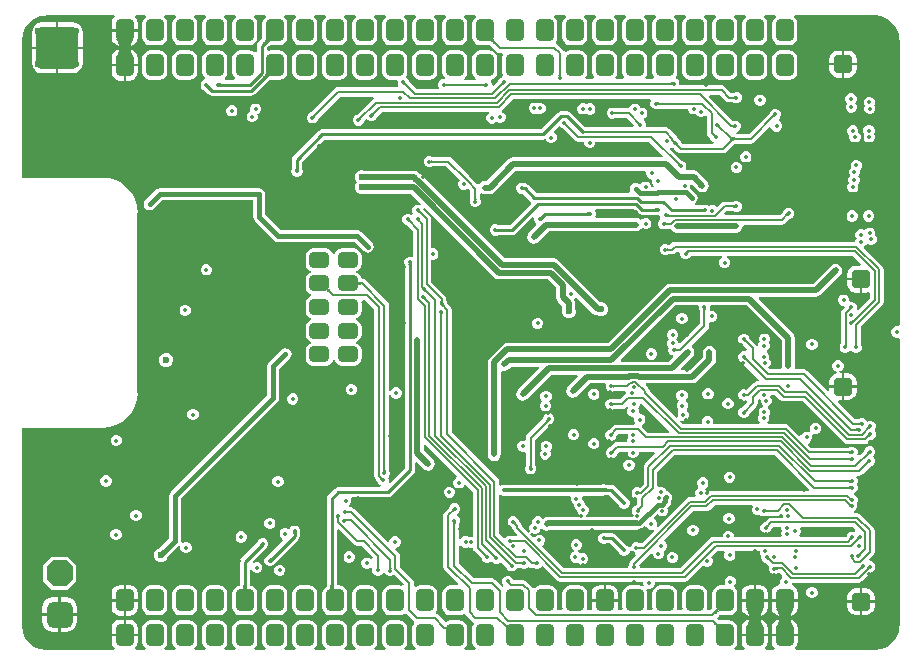
<source format=gbr>
%TF.GenerationSoftware,Altium Limited,Altium Designer,25.3.3 (18)*%
G04 Layer_Physical_Order=3*
G04 Layer_Color=16440176*
%FSLAX45Y45*%
%MOMM*%
%TF.SameCoordinates,5572F933-5C96-4131-A983-9EF7CB378A5A*%
%TF.FilePolarity,Positive*%
%TF.FileFunction,Copper,L3,Inr,Signal*%
%TF.Part,Single*%
G01*
G75*
%TA.AperFunction,Conductor*%
%ADD70C,0.40000*%
%ADD71C,0.20000*%
%ADD72C,0.25000*%
%ADD73C,0.50000*%
%ADD74C,0.30000*%
%ADD77C,0.80000*%
%TA.AperFunction,ComponentPad*%
G04:AMPARAMS|DCode=86|XSize=1.55mm|YSize=1.6mm|CornerRadius=0.3875mm|HoleSize=0mm|Usage=FLASHONLY|Rotation=270.000|XOffset=0mm|YOffset=0mm|HoleType=Round|Shape=RoundedRectangle|*
%AMROUNDEDRECTD86*
21,1,1.55000,0.82500,0,0,270.0*
21,1,0.77500,1.60000,0,0,270.0*
1,1,0.77500,-0.41250,-0.38750*
1,1,0.77500,-0.41250,0.38750*
1,1,0.77500,0.41250,0.38750*
1,1,0.77500,0.41250,-0.38750*
%
%ADD86ROUNDEDRECTD86*%
G04:AMPARAMS|DCode=90|XSize=2.2mm|YSize=2.2mm|CornerRadius=0.55mm|HoleSize=0mm|Usage=FLASHONLY|Rotation=270.000|XOffset=0mm|YOffset=0mm|HoleType=Round|Shape=RoundedRectangle|*
%AMROUNDEDRECTD90*
21,1,2.20000,1.10000,0,0,270.0*
21,1,1.10000,2.20000,0,0,270.0*
1,1,1.10000,-0.55000,-0.55000*
1,1,1.10000,-0.55000,0.55000*
1,1,1.10000,0.55000,0.55000*
1,1,1.10000,0.55000,-0.55000*
%
%ADD90ROUNDEDRECTD90*%
G04:AMPARAMS|DCode=91|XSize=2.2mm|YSize=2.2mm|CornerRadius=0mm|HoleSize=0mm|Usage=FLASHONLY|Rotation=270.000|XOffset=0mm|YOffset=0mm|HoleType=Round|Shape=Octagon|*
%AMOCTAGOND91*
4,1,8,-0.55000,-1.10000,0.55000,-1.10000,1.10000,-0.55000,1.10000,0.55000,0.55000,1.10000,-0.55000,1.10000,-1.10000,0.55000,-1.10000,-0.55000,-0.55000,-1.10000,0.0*
%
%ADD91OCTAGOND91*%

%TA.AperFunction,ViaPad*%
%ADD92C,0.35000*%
%ADD93C,0.60000*%
%TA.AperFunction,ComponentPad*%
G04:AMPARAMS|DCode=94|XSize=1.3mm|YSize=1.7mm|CornerRadius=0.325mm|HoleSize=0mm|Usage=FLASHONLY|Rotation=270.000|XOffset=0mm|YOffset=0mm|HoleType=Round|Shape=RoundedRectangle|*
%AMROUNDEDRECTD94*
21,1,1.30000,1.05000,0,0,270.0*
21,1,0.65000,1.70000,0,0,270.0*
1,1,0.65000,-0.52500,-0.32500*
1,1,0.65000,-0.52500,0.32500*
1,1,0.65000,0.52500,0.32500*
1,1,0.65000,0.52500,-0.32500*
%
%ADD94ROUNDEDRECTD94*%
G04:AMPARAMS|DCode=95|XSize=1.5mm|YSize=1.9mm|CornerRadius=0.375mm|HoleSize=0mm|Usage=FLASHONLY|Rotation=0.000|XOffset=0mm|YOffset=0mm|HoleType=Round|Shape=RoundedRectangle|*
%AMROUNDEDRECTD95*
21,1,1.50000,1.15000,0,0,0.0*
21,1,0.75000,1.90000,0,0,0.0*
1,1,0.75000,0.37500,-0.57500*
1,1,0.75000,-0.37500,-0.57500*
1,1,0.75000,-0.37500,0.57500*
1,1,0.75000,0.37500,0.57500*
%
%ADD95ROUNDEDRECTD95*%
G04:AMPARAMS|DCode=96|XSize=3.6mm|YSize=3.6mm|CornerRadius=0.54mm|HoleSize=0mm|Usage=FLASHONLY|Rotation=0.000|XOffset=0mm|YOffset=0mm|HoleType=Round|Shape=RoundedRectangle|*
%AMROUNDEDRECTD96*
21,1,3.60000,2.52000,0,0,0.0*
21,1,2.52000,3.60000,0,0,0.0*
1,1,1.08000,1.26000,-1.26000*
1,1,1.08000,-1.26000,-1.26000*
1,1,1.08000,-1.26000,1.26000*
1,1,1.08000,1.26000,1.26000*
%
%ADD96ROUNDEDRECTD96*%
G36*
X5153249Y5222684D02*
X5153354Y5220209D01*
X5153929Y5217543D01*
X5154975Y5214685D01*
X5156491Y5211636D01*
X5158477Y5208395D01*
X5160934Y5204963D01*
X5163860Y5201340D01*
X5171124Y5193518D01*
X5156982Y5179376D01*
X5152975Y5183243D01*
X5145537Y5189566D01*
X5142105Y5192023D01*
X5138864Y5194009D01*
X5135815Y5195525D01*
X5132957Y5196571D01*
X5130291Y5197146D01*
X5127816Y5197251D01*
X5125533Y5196886D01*
X5153614Y5224967D01*
X5153249Y5222684D01*
D02*
G37*
G36*
X3262691Y5196109D02*
X3259382Y5196107D01*
X3255905Y5195589D01*
X3252259Y5194553D01*
X3248445Y5193002D01*
X3244462Y5190933D01*
X3240310Y5188348D01*
X3235990Y5185246D01*
X3231502Y5181628D01*
X3222019Y5172842D01*
X3204342Y5190519D01*
X3208993Y5195345D01*
X3216746Y5204490D01*
X3219848Y5208810D01*
X3222433Y5212962D01*
X3224502Y5216945D01*
X3226053Y5220759D01*
X3227089Y5224405D01*
X3227607Y5227882D01*
X3227609Y5231191D01*
X3262691Y5196109D01*
D02*
G37*
G36*
X8434462Y5410484D02*
X8485651Y5389281D01*
X8529609Y5355551D01*
X8563338Y5311594D01*
X8584542Y5260404D01*
X8589867Y5219955D01*
X8591113Y5205471D01*
X8591116Y5205460D01*
X8591116Y5190471D01*
X8591180Y2793177D01*
X8582473Y2787358D01*
X8576180Y2784875D01*
X8559736D01*
X8542278Y2777643D01*
X8528916Y2764281D01*
X8521685Y2746823D01*
Y2727926D01*
X8528916Y2710468D01*
X8542278Y2697106D01*
X8559736Y2689875D01*
X8578633D01*
X8578711Y2689907D01*
X8591183Y2681574D01*
X8591247Y270194D01*
X8591247Y269996D01*
Y255256D01*
X8589999Y240773D01*
X8584683Y200394D01*
X8563507Y149271D01*
X8529821Y105371D01*
X8485921Y71685D01*
X8434798Y50509D01*
X8381926Y43549D01*
X8379938Y43944D01*
X7711646D01*
X7707096Y58944D01*
X7709769Y60731D01*
X7725793Y84712D01*
X7731420Y113000D01*
Y160500D01*
X7508580D01*
Y113000D01*
X7514207Y84712D01*
X7530231Y60731D01*
X7532904Y58944D01*
X7528354Y43944D01*
X7457646D01*
X7453096Y58944D01*
X7455769Y60731D01*
X7471793Y84712D01*
X7477420Y113000D01*
Y160500D01*
X7254580D01*
Y113000D01*
X7260207Y84712D01*
X7276231Y60731D01*
X7278904Y58944D01*
X7274354Y43944D01*
X7194646D01*
X7190096Y58944D01*
X7198164Y64336D01*
X7213083Y86663D01*
X7218322Y113000D01*
Y228000D01*
X7213083Y254337D01*
X7198164Y276664D01*
X7175837Y291583D01*
X7149500Y296822D01*
X7074500D01*
X7065928Y295117D01*
X7065302Y295565D01*
X7060698Y299479D01*
X7042677Y317500D01*
X7060135Y334958D01*
X7062879Y337507D01*
X7064990Y339212D01*
X7065928Y339883D01*
X7074500Y338178D01*
X7149500D01*
X7175837Y343417D01*
X7198164Y358336D01*
X7213083Y380663D01*
X7218322Y407000D01*
Y522000D01*
X7213083Y548337D01*
X7198164Y570664D01*
X7195098Y572713D01*
X7193720Y591674D01*
X7199346Y597300D01*
X7206578Y614758D01*
Y633655D01*
X7199346Y651113D01*
X7185984Y664475D01*
X7168526Y671707D01*
X7149630D01*
X7132171Y664475D01*
X7118809Y651113D01*
X7111578Y633655D01*
Y614758D01*
X7115280Y605822D01*
X7105689Y590822D01*
X7074500D01*
X7048163Y585583D01*
X7025836Y570664D01*
X7010917Y548337D01*
X7005678Y522000D01*
Y407000D01*
X7007383Y398428D01*
X7006935Y397802D01*
X7003020Y393197D01*
X6990607Y380784D01*
X6970930D01*
X6961414Y392379D01*
X6964322Y407000D01*
Y522000D01*
X6959083Y548337D01*
X6944164Y570664D01*
X6921837Y585583D01*
X6895500Y590822D01*
X6820500D01*
X6794163Y585583D01*
X6771836Y570664D01*
X6756917Y548337D01*
X6751678Y522000D01*
Y407000D01*
X6754586Y392379D01*
X6745070Y380784D01*
X6716930D01*
X6707414Y392379D01*
X6710322Y407000D01*
Y522000D01*
X6705083Y548337D01*
X6690164Y570664D01*
X6667837Y585583D01*
X6641500Y590822D01*
X6566500D01*
X6540163Y585583D01*
X6517836Y570664D01*
X6502917Y548337D01*
X6497678Y522000D01*
Y407000D01*
X6500586Y392379D01*
X6491070Y380784D01*
X6462930D01*
X6453414Y392379D01*
X6456322Y407000D01*
Y522000D01*
X6451083Y548337D01*
X6448137Y552747D01*
X6458081Y564863D01*
X6460422Y563894D01*
X6479319D01*
X6496777Y571125D01*
X6510139Y584487D01*
X6517371Y601945D01*
Y620842D01*
X6519626Y624217D01*
X6773113D01*
X6773115Y624216D01*
X6788722Y627321D01*
X6801953Y636162D01*
X6928698Y762907D01*
X6936593Y755012D01*
X6954051Y747781D01*
X6972947D01*
X6990406Y755012D01*
X7003768Y768374D01*
X7010999Y785832D01*
Y804729D01*
X7003768Y822187D01*
X6995873Y830082D01*
X7052476Y886685D01*
X7107774D01*
X7114209Y871906D01*
X7106978Y854448D01*
Y835552D01*
X7114209Y818094D01*
X7127571Y804732D01*
X7145029Y797500D01*
X7163926D01*
X7181384Y804732D01*
X7194746Y818094D01*
X7201977Y835552D01*
Y854448D01*
X7194746Y871906D01*
X7201181Y886685D01*
X7406841D01*
Y871772D01*
X7414073Y854314D01*
X7424386Y844001D01*
X7422500Y839448D01*
Y820552D01*
X7429732Y803094D01*
X7443094Y789732D01*
X7455671Y784522D01*
X7455831Y784415D01*
X7456019Y784378D01*
X7459308Y783015D01*
X7488243Y754081D01*
X7488243Y754080D01*
X7489000Y753574D01*
X7484521Y742760D01*
Y723863D01*
X7491752Y706405D01*
X7505114Y693043D01*
X7522572Y685812D01*
X7541469D01*
X7558927Y693043D01*
X7560783Y694899D01*
X7577424D01*
X7598823Y673500D01*
X7596968Y654142D01*
X7589732Y646907D01*
X7582500Y629448D01*
Y610552D01*
X7582727Y610005D01*
X7573099Y594050D01*
X7554212Y590293D01*
X7530231Y574269D01*
X7514207Y550288D01*
X7508580Y522000D01*
Y474500D01*
X7731420D01*
Y522000D01*
X7725793Y550288D01*
X7709769Y574269D01*
X7685788Y590293D01*
X7680401Y604869D01*
X7684778Y614104D01*
X8244886D01*
X8244887Y614104D01*
X8260495Y617208D01*
X8273726Y626049D01*
X8350692Y703016D01*
X8353981Y704378D01*
X8354169Y704415D01*
X8354329Y704522D01*
X8366907Y709732D01*
X8380268Y723094D01*
X8387500Y740552D01*
Y759448D01*
X8380268Y776906D01*
X8366907Y790268D01*
X8349448Y797500D01*
X8341121D01*
X8334908Y812500D01*
X8368838Y846429D01*
X8368838Y846430D01*
X8377679Y859661D01*
X8380784Y875268D01*
Y1056575D01*
X8377679Y1072183D01*
X8368838Y1085414D01*
X8368838Y1085414D01*
X8263762Y1190491D01*
X8250531Y1199331D01*
X8234923Y1202436D01*
X8234922Y1202436D01*
X8206570D01*
X8203587Y1217436D01*
X8211979Y1220912D01*
X8225341Y1234274D01*
X8232572Y1251732D01*
Y1270629D01*
X8227816Y1282111D01*
X8231404Y1285699D01*
X8238635Y1303158D01*
Y1322054D01*
X8231404Y1339512D01*
X8218042Y1352874D01*
X8204884Y1358325D01*
X8203201Y1372500D01*
X8204132Y1374440D01*
X8216906Y1379732D01*
X8230268Y1393093D01*
X8237500Y1410552D01*
Y1429448D01*
X8230834Y1445540D01*
X8231228Y1445934D01*
X8238460Y1463392D01*
Y1482289D01*
X8231228Y1499747D01*
X8226759Y1504216D01*
X8232972Y1519216D01*
X8249121D01*
X8249122Y1519216D01*
X8264730Y1522321D01*
X8277961Y1531162D01*
X8346568Y1599768D01*
X8349856Y1601131D01*
X8350045Y1601168D01*
X8350205Y1601275D01*
X8362782Y1606485D01*
X8376144Y1619847D01*
X8383375Y1637305D01*
Y1656201D01*
X8376144Y1673660D01*
X8366826Y1682978D01*
X8378775Y1694927D01*
X8386006Y1712385D01*
Y1731282D01*
X8378775Y1748740D01*
X8365413Y1762102D01*
X8347955Y1769334D01*
X8329058D01*
X8311600Y1762102D01*
X8298238Y1748740D01*
X8293029Y1736163D01*
X8292922Y1736003D01*
X8292884Y1735814D01*
X8291522Y1732526D01*
X8253661Y1694665D01*
X8234792Y1697009D01*
X8232699Y1700514D01*
X8235730Y1707833D01*
Y1726730D01*
X8228499Y1744188D01*
X8215137Y1757550D01*
X8197679Y1764781D01*
X8178782D01*
X8166205Y1759572D01*
X8166016Y1759534D01*
X8165856Y1759427D01*
X8162568Y1758065D01*
X7843210D01*
X7816931Y1784344D01*
X7821199Y1801290D01*
X7831204Y1805434D01*
X7844566Y1818796D01*
X7851798Y1836254D01*
Y1855150D01*
X7847357Y1865872D01*
X7858837Y1877352D01*
X7870552Y1872500D01*
X7889448D01*
X7906906Y1879732D01*
X7920268Y1893093D01*
X7927500Y1910552D01*
Y1929448D01*
X7920268Y1946906D01*
X7906906Y1960268D01*
X7889448Y1967500D01*
X7870552D01*
X7853094Y1960268D01*
X7839732Y1946906D01*
X7832500Y1929448D01*
Y1910552D01*
X7836941Y1899830D01*
X7825461Y1888350D01*
X7813746Y1893202D01*
X7794850D01*
X7777391Y1885971D01*
X7764029Y1872609D01*
X7759885Y1862604D01*
X7742940Y1858336D01*
X7657438Y1943838D01*
X7644206Y1952679D01*
X7628599Y1955783D01*
X7628598Y1955783D01*
X7478727D01*
X7472514Y1970783D01*
X7480035Y1978304D01*
X7487266Y1995763D01*
Y2014659D01*
X7482762Y2025534D01*
X7485884Y2028655D01*
X7493115Y2046113D01*
Y2065010D01*
X7485884Y2082468D01*
X7474764Y2093588D01*
X7474623Y2094478D01*
X7475789Y2104448D01*
X7477842Y2109862D01*
X7489995Y2114896D01*
X7503357Y2128258D01*
X7510588Y2145717D01*
Y2164613D01*
X7503357Y2182071D01*
X7496212Y2189217D01*
X7502425Y2204217D01*
X7538107D01*
X7581161Y2161162D01*
X7581162Y2161162D01*
X7594393Y2152321D01*
X7610000Y2149216D01*
X7773107D01*
X8121499Y1800824D01*
X8134730Y1791984D01*
X8150337Y1788879D01*
X8150338Y1788879D01*
X8301044D01*
X8301046Y1788879D01*
X8316653Y1791984D01*
X8329884Y1800824D01*
X8351598Y1822538D01*
X8354887Y1823901D01*
X8355075Y1823938D01*
X8355235Y1824045D01*
X8367812Y1829255D01*
X8381174Y1842617D01*
X8388406Y1860075D01*
Y1878971D01*
X8381174Y1896430D01*
X8375274Y1902330D01*
X8384212Y1911268D01*
X8391443Y1928726D01*
Y1947623D01*
X8384212Y1965081D01*
X8370850Y1978443D01*
X8353392Y1985674D01*
X8334495D01*
X8317855Y1978782D01*
X8314345Y1987256D01*
X8300983Y2000618D01*
X8283525Y2007849D01*
X8264629D01*
X8252052Y2002640D01*
X8251863Y2002602D01*
X8251703Y2002495D01*
X8248414Y2001133D01*
X8216544D01*
X8071531Y2146146D01*
X8077835Y2161055D01*
X8103000D01*
Y2265000D01*
X7996555D01*
Y2242335D01*
X7981646Y2236031D01*
X7808839Y2408838D01*
X7795607Y2417679D01*
X7780000Y2420784D01*
X7779999Y2420784D01*
X7716554D01*
X7704244Y2435784D01*
X7706077Y2445000D01*
Y2690000D01*
X7701809Y2711460D01*
X7689653Y2729653D01*
X7399241Y3020065D01*
X7404981Y3033923D01*
X7880000D01*
X7901460Y3038191D01*
X7919652Y3050347D01*
X8089653Y3220347D01*
X8101809Y3238540D01*
X8106077Y3260000D01*
X8101809Y3281460D01*
X8089653Y3299653D01*
X8071460Y3311809D01*
X8050000Y3316077D01*
X8028540Y3311809D01*
X8010347Y3299653D01*
X7856772Y3146077D01*
X6648076D01*
X6626616Y3141809D01*
X6608424Y3129653D01*
X6124848Y2646077D01*
X5270000D01*
X5248540Y2641809D01*
X5230347Y2629653D01*
X5120347Y2519653D01*
X5108191Y2501460D01*
X5103923Y2480000D01*
Y1700000D01*
X5108191Y1678540D01*
X5120347Y1660347D01*
X5138540Y1648191D01*
X5160000Y1643923D01*
X5181460Y1648191D01*
X5199653Y1660347D01*
X5211809Y1678540D01*
X5216077Y1700000D01*
Y2402304D01*
X5231078Y2411957D01*
X5246126Y2408964D01*
X5267585Y2413232D01*
X5285778Y2425388D01*
X5304313Y2443923D01*
X5535612D01*
X5541353Y2430065D01*
X5361430Y2250142D01*
X5349274Y2231949D01*
X5345005Y2210489D01*
X5349274Y2189029D01*
X5361430Y2170836D01*
X5379623Y2158680D01*
X5401082Y2154412D01*
X5422542Y2158680D01*
X5440735Y2170836D01*
X5643821Y2373923D01*
X5863643D01*
X5869383Y2360065D01*
X5785608Y2276290D01*
X5773452Y2258097D01*
X5769183Y2236637D01*
Y2235833D01*
X5773452Y2214373D01*
X5785608Y2196181D01*
X5803800Y2184025D01*
X5825260Y2179756D01*
X5846720Y2184025D01*
X5864913Y2196181D01*
X5866531Y2198602D01*
X5970154Y2302226D01*
X6096792D01*
X6105126Y2289754D01*
X6103721Y2286362D01*
Y2267466D01*
X6110952Y2250007D01*
X6124314Y2236646D01*
X6141773Y2229414D01*
X6160669D01*
X6173246Y2234624D01*
X6173435Y2234661D01*
X6173595Y2234768D01*
X6176884Y2236130D01*
X6267406D01*
X6277732Y2224734D01*
X6277090Y2216084D01*
X6266246Y2208838D01*
X6266246Y2208838D01*
X6223107Y2165699D01*
X6172005D01*
X6168717Y2167061D01*
X6168557Y2167168D01*
X6168368Y2167206D01*
X6155791Y2172415D01*
X6136894D01*
X6119436Y2165184D01*
X6106074Y2151822D01*
X6098843Y2134364D01*
Y2115467D01*
X6106074Y2098009D01*
X6119436Y2084647D01*
X6136894Y2077416D01*
X6155791D01*
X6168368Y2082625D01*
X6168557Y2082663D01*
X6168717Y2082770D01*
X6172005Y2084132D01*
X6239999D01*
X6240000Y2084132D01*
X6255607Y2087236D01*
X6268838Y2096077D01*
X6276567Y2103806D01*
X6293531Y2099556D01*
X6295678Y2092479D01*
X6295101Y2091902D01*
X6287869Y2074444D01*
Y2055547D01*
X6295101Y2038089D01*
X6308463Y2024727D01*
X6325921Y2017496D01*
X6333222D01*
X6344373Y2005220D01*
Y1986323D01*
X6351604Y1968865D01*
X6351979Y1968490D01*
X6345766Y1953490D01*
X6194609D01*
X6179002Y1950385D01*
X6165770Y1941545D01*
X6137033Y1912807D01*
X6133745Y1911446D01*
X6133556Y1911408D01*
X6133396Y1911301D01*
X6120819Y1906091D01*
X6107457Y1892730D01*
X6100226Y1875271D01*
Y1856375D01*
X6107457Y1838917D01*
X6120819Y1825555D01*
X6138278Y1818323D01*
X6157174D01*
X6174632Y1825555D01*
X6187994Y1838917D01*
X6193204Y1851494D01*
X6193311Y1851654D01*
X6193348Y1851842D01*
X6194710Y1855131D01*
X6211502Y1871923D01*
X6290542D01*
Y1857609D01*
X6295275Y1846183D01*
X6290950Y1841858D01*
X6283719Y1824400D01*
Y1805504D01*
X6283081Y1804549D01*
X6200572D01*
X6200571Y1804549D01*
X6184963Y1801445D01*
X6171732Y1792604D01*
X6171732Y1792603D01*
X6140119Y1760991D01*
X6136830Y1759629D01*
X6136642Y1759591D01*
X6136482Y1759484D01*
X6123905Y1754275D01*
X6110543Y1740913D01*
X6103311Y1723455D01*
Y1704558D01*
X6110543Y1687100D01*
X6123905Y1673738D01*
X6141363Y1666506D01*
X6160259D01*
X6177718Y1673738D01*
X6191080Y1687100D01*
X6196289Y1699677D01*
X6196396Y1699837D01*
X6196434Y1700026D01*
X6197796Y1703314D01*
X6217464Y1722982D01*
X6288479D01*
Y1705668D01*
X6295710Y1688210D01*
X6309072Y1674848D01*
X6326530Y1667616D01*
X6345427D01*
X6362885Y1674848D01*
X6376247Y1688210D01*
X6383478Y1705668D01*
Y1722982D01*
X6516210D01*
X6521950Y1709124D01*
X6436162Y1623336D01*
X6427321Y1610104D01*
X6424216Y1594497D01*
X6424217Y1594496D01*
Y1451893D01*
X6390587Y1418263D01*
X6379232Y1422967D01*
X6360335D01*
X6342877Y1415735D01*
X6329515Y1402373D01*
X6322284Y1384915D01*
Y1366019D01*
X6329515Y1348560D01*
X6342877Y1335198D01*
X6360335Y1327967D01*
X6366136D01*
X6366608Y1327392D01*
X6366608Y1327391D01*
Y1281894D01*
X6351804Y1267090D01*
X6347223Y1265193D01*
X6333861Y1251831D01*
X6326630Y1234372D01*
Y1227763D01*
X6325949Y1224342D01*
X6326630Y1220922D01*
Y1215476D01*
X6328714Y1210444D01*
X6329054Y1208735D01*
X6330022Y1207287D01*
X6333861Y1198018D01*
X6342876Y1189003D01*
X6336372Y1174294D01*
X5940826D01*
X5937713Y1188733D01*
X5937708Y1189294D01*
X5950974Y1202560D01*
X5958206Y1220018D01*
Y1238915D01*
X5950974Y1256373D01*
X5937612Y1269735D01*
X5927974Y1273727D01*
Y1284892D01*
X5920743Y1302350D01*
X5907381Y1315712D01*
X5902499Y1317734D01*
Y1334449D01*
X5901349Y1337226D01*
X5911372Y1352226D01*
X6083725D01*
X6096677Y1354802D01*
X6098721D01*
X6100609Y1355585D01*
X6101283Y1355719D01*
X6101855Y1356101D01*
X6108782Y1358970D01*
X6129749D01*
X6215564Y1273155D01*
X6219731Y1263094D01*
X6233093Y1249732D01*
X6250551Y1242500D01*
X6269448D01*
X6286906Y1249732D01*
X6300268Y1263094D01*
X6307499Y1280552D01*
Y1299449D01*
X6300268Y1316907D01*
X6286906Y1330269D01*
X6276845Y1334436D01*
X6178338Y1432943D01*
X6164280Y1442336D01*
X6147698Y1445635D01*
X6108782D01*
X6098721Y1449802D01*
X6079824D01*
X6065791Y1443989D01*
X5258385D01*
X5254478Y1445607D01*
X5235582D01*
X5218123Y1438376D01*
X5215784Y1436036D01*
X5200784Y1442250D01*
Y1470000D01*
X5197679Y1485608D01*
X5188838Y1498839D01*
X5188838Y1498839D01*
X4800783Y1886894D01*
Y2926643D01*
X4800784Y2926644D01*
X4797679Y2942251D01*
X4788838Y2955483D01*
X4788838Y2955483D01*
X4760583Y2983738D01*
X4759221Y2987025D01*
X4759183Y2987216D01*
X4759075Y2987377D01*
X4755888Y2995071D01*
X4755851Y2995260D01*
X4755744Y2995420D01*
X4754381Y2998709D01*
Y3016401D01*
X4754382Y3016402D01*
X4751277Y3032009D01*
X4742436Y3045241D01*
X4627194Y3160483D01*
Y3348548D01*
X4630604Y3350826D01*
X4649500D01*
X4666958Y3358058D01*
X4680320Y3371420D01*
X4687551Y3388878D01*
Y3407774D01*
X4680320Y3425233D01*
X4666958Y3438595D01*
X4649500Y3445826D01*
X4630604D01*
X4627194Y3448104D01*
Y3689999D01*
X4624089Y3705606D01*
X4615249Y3718837D01*
X4615248Y3718838D01*
X4561092Y3772993D01*
X4560939Y3778543D01*
X4575768Y3784927D01*
X5160348Y3200347D01*
X5178540Y3188191D01*
X5200000Y3183923D01*
X5613455D01*
X5683923Y3113455D01*
Y3030000D01*
X5688191Y3008540D01*
X5700347Y2990347D01*
X5733744Y2956950D01*
Y2935372D01*
X5729822Y2925902D01*
Y2902033D01*
X5738956Y2879980D01*
X5755835Y2863102D01*
X5777887Y2853968D01*
X5801756D01*
X5823809Y2863102D01*
X5840687Y2879980D01*
X5849822Y2902033D01*
Y2925902D01*
X5845899Y2935372D01*
Y2980178D01*
X5841631Y3001638D01*
X5834607Y3012150D01*
X5836907Y3019732D01*
X5850268Y3033093D01*
X5855222Y3034079D01*
X5997041Y2892260D01*
X6015233Y2880104D01*
X6031466Y2876876D01*
X6048065Y2870000D01*
X6071934D01*
X6093987Y2879134D01*
X6110865Y2896013D01*
X6119999Y2918065D01*
Y2941935D01*
X6110865Y2963987D01*
X6093987Y2980866D01*
X6071934Y2990000D01*
X6057912D01*
X5701990Y3345922D01*
X5683797Y3358078D01*
X5662337Y3362346D01*
X5248883D01*
X4545093Y4066137D01*
X4533770Y4073702D01*
X4520622Y4086851D01*
X4502429Y4099007D01*
X4480969Y4103275D01*
X4060968D01*
X4051498Y4107198D01*
X4027629D01*
X4005576Y4098063D01*
X3988698Y4081185D01*
X3979564Y4059133D01*
Y4035263D01*
X3988698Y4013211D01*
X3997512Y4004396D01*
X3988587Y3995472D01*
X3979453Y3973419D01*
Y3949550D01*
X3988587Y3927497D01*
X4005466Y3910619D01*
X4027518Y3901484D01*
X4051388D01*
X4060858Y3905407D01*
X4455288D01*
X4539039Y3821656D01*
X4530543Y3808939D01*
X4520087Y3813270D01*
X4501190D01*
X4483732Y3806039D01*
X4470370Y3792677D01*
X4463139Y3775219D01*
Y3756322D01*
X4470370Y3738864D01*
X4475522Y3733712D01*
X4475221Y3733167D01*
X4456906Y3730268D01*
X4439448Y3737500D01*
X4420552D01*
X4403094Y3730268D01*
X4389732Y3716906D01*
X4382500Y3699448D01*
Y3680552D01*
X4389732Y3663094D01*
X4403094Y3649732D01*
X4415669Y3644523D01*
X4415830Y3644415D01*
X4416021Y3644377D01*
X4419308Y3643016D01*
X4475478Y3586846D01*
Y3381468D01*
X4460477Y3371445D01*
X4453545Y3374317D01*
X4434648D01*
X4417190Y3367085D01*
X4403828Y3353723D01*
X4396597Y3336265D01*
Y3317369D01*
X4401215Y3306220D01*
Y2387900D01*
X4402068Y2383611D01*
Y1583349D01*
X4279822Y1461103D01*
X4267105Y1469600D01*
X4267500Y1470552D01*
Y1489448D01*
X4261385Y1504210D01*
X4270268Y1513093D01*
X4277500Y1530552D01*
Y1549448D01*
X4272290Y1562025D01*
X4272253Y1562214D01*
X4272146Y1562374D01*
X4270783Y1565663D01*
Y2199641D01*
X4285783Y2202625D01*
X4289732Y2193093D01*
X4303094Y2179731D01*
X4320552Y2172500D01*
X4339448D01*
X4356906Y2179731D01*
X4370268Y2193093D01*
X4377500Y2210552D01*
Y2229448D01*
X4370268Y2246906D01*
X4356906Y2260268D01*
X4339448Y2267500D01*
X4320552D01*
X4303094Y2260268D01*
X4289732Y2246906D01*
X4285783Y2237375D01*
X4270783Y2240358D01*
Y2959999D01*
X4270784Y2960000D01*
X4267679Y2975607D01*
X4258838Y2988838D01*
X4258838Y2988839D01*
X4070839Y3176838D01*
X4057608Y3185679D01*
X4042001Y3188783D01*
X4032521Y3199117D01*
X4031374Y3204886D01*
X4017560Y3225559D01*
X3996886Y3239373D01*
X3991963Y3240353D01*
Y3255647D01*
X3996886Y3256626D01*
X4017560Y3270440D01*
X4031374Y3291113D01*
X4036224Y3315500D01*
Y3380500D01*
X4031374Y3404886D01*
X4017560Y3425560D01*
X3996886Y3439373D01*
X3972500Y3444224D01*
X3867500D01*
X3843114Y3439373D01*
X3822440Y3425560D01*
X3808626Y3404886D01*
X3807647Y3399962D01*
X3792353D01*
X3791374Y3404886D01*
X3777560Y3425560D01*
X3756886Y3439373D01*
X3732500Y3444224D01*
X3627500D01*
X3603114Y3439373D01*
X3582440Y3425560D01*
X3568626Y3404886D01*
X3563776Y3380500D01*
Y3315500D01*
X3568626Y3291113D01*
X3582440Y3270440D01*
X3603114Y3256626D01*
X3608037Y3255647D01*
Y3240353D01*
X3603114Y3239373D01*
X3582440Y3225559D01*
X3568626Y3204886D01*
X3563776Y3180500D01*
Y3115499D01*
X3568626Y3091113D01*
X3582440Y3070440D01*
X3603114Y3056626D01*
X3608037Y3055647D01*
Y3040353D01*
X3603114Y3039373D01*
X3582440Y3025560D01*
X3568626Y3004886D01*
X3563776Y2980500D01*
Y2915500D01*
X3568626Y2891113D01*
X3582440Y2870440D01*
X3603114Y2856626D01*
X3608037Y2855647D01*
Y2840353D01*
X3603114Y2839373D01*
X3582440Y2825559D01*
X3568626Y2804886D01*
X3563776Y2780500D01*
Y2715500D01*
X3568626Y2691113D01*
X3582440Y2670440D01*
X3603114Y2656626D01*
X3608037Y2655647D01*
Y2640353D01*
X3603114Y2639373D01*
X3582440Y2625560D01*
X3568626Y2604886D01*
X3563776Y2580500D01*
Y2515500D01*
X3568626Y2491113D01*
X3582440Y2470440D01*
X3603114Y2456626D01*
X3627500Y2451775D01*
X3732500D01*
X3756886Y2456626D01*
X3777560Y2470440D01*
X3791374Y2491113D01*
X3792353Y2496037D01*
X3807647D01*
X3808626Y2491113D01*
X3822440Y2470440D01*
X3843114Y2456626D01*
X3867500Y2451775D01*
X3972500D01*
X3996886Y2456626D01*
X4017560Y2470440D01*
X4031374Y2491113D01*
X4036224Y2515500D01*
Y2580500D01*
X4031374Y2604886D01*
X4017560Y2625560D01*
X3996886Y2639373D01*
X3991963Y2640353D01*
Y2655647D01*
X3996886Y2656626D01*
X4017560Y2670440D01*
X4031374Y2691113D01*
X4036224Y2715500D01*
Y2780500D01*
X4031374Y2804886D01*
X4017560Y2825559D01*
X3996886Y2839373D01*
X3991963Y2840353D01*
Y2855647D01*
X3996886Y2856626D01*
X4017560Y2870440D01*
X4031374Y2891113D01*
X4036224Y2915500D01*
Y2980500D01*
X4033496Y2994216D01*
X4045147Y3009216D01*
X4063107D01*
X4143263Y2929060D01*
Y1515954D01*
X4143263Y1515953D01*
X4146368Y1500346D01*
X4155209Y1487115D01*
X4173015Y1469308D01*
X4174377Y1466021D01*
X4174415Y1465830D01*
X4174523Y1465669D01*
X4179732Y1453094D01*
X4193093Y1439732D01*
X4197960Y1437716D01*
X4194977Y1422716D01*
X3839383D01*
X3822801Y1419417D01*
X3808743Y1410024D01*
X3752692Y1353973D01*
X3743298Y1339915D01*
X3740000Y1323332D01*
Y590757D01*
X3739811Y585705D01*
X3739414Y582089D01*
X3739215Y580941D01*
X3723836Y570664D01*
X3708917Y548337D01*
X3703678Y522000D01*
Y407000D01*
X3708917Y380663D01*
X3723836Y358336D01*
X3746163Y343417D01*
X3772500Y338178D01*
X3847500D01*
X3873837Y343417D01*
X3896164Y358336D01*
X3911083Y380663D01*
X3916322Y407000D01*
Y522000D01*
X3911083Y548337D01*
X3896164Y570664D01*
X3873837Y585583D01*
X3847500Y590822D01*
X3826665D01*
Y1062328D01*
X3840523Y1068068D01*
X3968647Y939944D01*
X3968647Y939943D01*
X3981878Y931103D01*
X3997486Y927998D01*
X3997487Y927998D01*
X4014211D01*
X4016538Y926443D01*
X4032145Y923339D01*
X4038985D01*
X4132716Y829607D01*
X4131376Y819335D01*
X4116311Y814153D01*
X4110408Y820056D01*
X4092950Y827288D01*
X4074053D01*
X4056595Y820056D01*
X4043233Y806694D01*
X4036002Y789236D01*
Y770340D01*
X4043233Y752881D01*
X4056595Y739519D01*
X4074053Y732288D01*
X4092950D01*
X4109702Y739227D01*
X4110601Y739471D01*
X4127358Y735256D01*
X4129374Y730094D01*
X4128370Y727671D01*
Y708775D01*
X4135602Y691316D01*
X4148964Y677954D01*
X4166422Y670723D01*
X4185318D01*
X4202776Y677954D01*
X4216138Y691316D01*
X4219434Y699272D01*
X4235669D01*
X4239657Y689645D01*
X4253019Y676283D01*
X4270477Y669051D01*
X4289374D01*
X4306832Y676283D01*
X4311436Y680887D01*
X4391808Y600515D01*
X4391329Y597282D01*
X4389655Y595219D01*
X4374641Y587015D01*
X4355500Y590822D01*
X4280500D01*
X4254163Y585583D01*
X4231836Y570664D01*
X4216917Y548337D01*
X4211678Y522000D01*
Y407000D01*
X4216917Y380663D01*
X4231836Y358336D01*
X4254163Y343417D01*
X4280500Y338178D01*
X4355500D01*
X4381837Y343417D01*
X4395416Y352490D01*
X4411896Y352890D01*
X4416308Y349782D01*
X4477282Y288808D01*
X4478482Y287104D01*
X4480296Y268373D01*
X4470917Y254337D01*
X4465678Y228000D01*
Y113000D01*
X4470917Y86663D01*
X4485836Y64336D01*
X4493904Y58944D01*
X4489354Y43944D01*
X4400646D01*
X4396096Y58944D01*
X4404164Y64336D01*
X4419083Y86663D01*
X4424322Y113000D01*
Y228000D01*
X4419083Y254337D01*
X4404164Y276664D01*
X4381837Y291583D01*
X4355500Y296822D01*
X4280500D01*
X4254163Y291583D01*
X4231836Y276664D01*
X4216917Y254337D01*
X4211678Y228000D01*
Y113000D01*
X4216917Y86663D01*
X4231836Y64336D01*
X4239904Y58944D01*
X4235354Y43944D01*
X4146646D01*
X4142096Y58944D01*
X4150164Y64336D01*
X4165083Y86663D01*
X4170322Y113000D01*
Y228000D01*
X4165083Y254337D01*
X4150164Y276664D01*
X4127837Y291583D01*
X4101500Y296822D01*
X4026500D01*
X4000163Y291583D01*
X3977836Y276664D01*
X3962917Y254337D01*
X3957678Y228000D01*
Y113000D01*
X3962917Y86663D01*
X3977836Y64336D01*
X3985904Y58944D01*
X3981354Y43944D01*
X3892646D01*
X3888096Y58944D01*
X3896164Y64336D01*
X3911083Y86663D01*
X3916322Y113000D01*
Y228000D01*
X3911083Y254337D01*
X3896164Y276664D01*
X3873837Y291583D01*
X3847500Y296822D01*
X3772500D01*
X3746163Y291583D01*
X3723836Y276664D01*
X3708917Y254337D01*
X3703678Y228000D01*
Y113000D01*
X3708917Y86663D01*
X3723836Y64336D01*
X3731904Y58944D01*
X3727354Y43944D01*
X3638646D01*
X3634096Y58944D01*
X3642164Y64336D01*
X3657083Y86663D01*
X3662322Y113000D01*
Y228000D01*
X3657083Y254337D01*
X3642164Y276664D01*
X3619837Y291583D01*
X3593500Y296822D01*
X3518500D01*
X3492163Y291583D01*
X3469836Y276664D01*
X3454917Y254337D01*
X3449678Y228000D01*
Y113000D01*
X3454917Y86663D01*
X3469836Y64336D01*
X3477904Y58944D01*
X3473354Y43944D01*
X3384646D01*
X3380096Y58944D01*
X3388164Y64336D01*
X3403083Y86663D01*
X3408322Y113000D01*
Y228000D01*
X3403083Y254337D01*
X3388164Y276664D01*
X3365837Y291583D01*
X3339500Y296822D01*
X3264500D01*
X3238163Y291583D01*
X3215836Y276664D01*
X3200917Y254337D01*
X3195678Y228000D01*
Y113000D01*
X3200917Y86663D01*
X3215836Y64336D01*
X3223904Y58944D01*
X3219354Y43944D01*
X3130646D01*
X3126096Y58944D01*
X3134164Y64336D01*
X3149083Y86663D01*
X3154322Y113000D01*
Y228000D01*
X3149083Y254337D01*
X3134164Y276664D01*
X3111837Y291583D01*
X3085500Y296822D01*
X3010500D01*
X2984163Y291583D01*
X2961836Y276664D01*
X2946917Y254337D01*
X2941678Y228000D01*
Y113000D01*
X2946917Y86663D01*
X2961836Y64336D01*
X2969904Y58944D01*
X2965354Y43944D01*
X2876646D01*
X2872096Y58944D01*
X2880164Y64336D01*
X2895083Y86663D01*
X2900322Y113000D01*
Y228000D01*
X2895083Y254337D01*
X2880164Y276664D01*
X2857837Y291583D01*
X2831500Y296822D01*
X2756500D01*
X2730163Y291583D01*
X2707836Y276664D01*
X2692917Y254337D01*
X2687678Y228000D01*
Y113000D01*
X2692917Y86663D01*
X2707836Y64336D01*
X2715904Y58944D01*
X2711354Y43944D01*
X2622646D01*
X2618096Y58944D01*
X2626164Y64336D01*
X2641083Y86663D01*
X2646322Y113000D01*
Y228000D01*
X2641083Y254337D01*
X2626164Y276664D01*
X2603837Y291583D01*
X2577500Y296822D01*
X2502500D01*
X2476163Y291583D01*
X2453836Y276664D01*
X2438917Y254337D01*
X2433678Y228000D01*
Y113000D01*
X2438917Y86663D01*
X2453836Y64336D01*
X2461904Y58944D01*
X2457354Y43944D01*
X2368646D01*
X2364096Y58944D01*
X2372164Y64336D01*
X2387083Y86663D01*
X2392322Y113000D01*
Y228000D01*
X2387083Y254337D01*
X2372164Y276664D01*
X2349837Y291583D01*
X2323500Y296822D01*
X2248500D01*
X2222163Y291583D01*
X2199836Y276664D01*
X2184917Y254337D01*
X2179678Y228000D01*
Y113000D01*
X2184917Y86663D01*
X2199836Y64336D01*
X2207904Y58944D01*
X2203354Y43944D01*
X2123646D01*
X2119096Y58944D01*
X2121769Y60731D01*
X2137793Y84712D01*
X2143420Y113000D01*
Y160500D01*
X1920580D01*
Y113000D01*
X1926207Y84712D01*
X1942231Y60731D01*
X1944904Y58944D01*
X1940354Y43944D01*
X1371600D01*
X1369643Y43555D01*
X1317066Y50477D01*
X1266249Y71526D01*
X1222611Y105011D01*
X1189126Y148649D01*
X1168077Y199466D01*
X1161155Y252043D01*
X1161544Y254000D01*
Y1924556D01*
X1841500D01*
Y1923962D01*
X1899742Y1929699D01*
X1955745Y1946687D01*
X2007359Y1974275D01*
X2052598Y2011402D01*
X2089725Y2056641D01*
X2117313Y2108255D01*
X2134301Y2164258D01*
X2140038Y2222500D01*
X2139444D01*
Y3746500D01*
X2140038D01*
X2134301Y3804742D01*
X2117313Y3860745D01*
X2089725Y3912359D01*
X2052598Y3957598D01*
X2007359Y3994725D01*
X1955745Y4022313D01*
X1899742Y4039301D01*
X1841500Y4045038D01*
Y4044444D01*
X1161544D01*
Y5207000D01*
X1161155Y5208958D01*
X1168077Y5261534D01*
X1189126Y5312351D01*
X1222610Y5355989D01*
X1266248Y5389474D01*
X1317066Y5410523D01*
X1357121Y5415796D01*
X1371600Y5417055D01*
Y5417056D01*
X1940354D01*
X1944904Y5402056D01*
X1942231Y5400269D01*
X1926207Y5376288D01*
X1920580Y5348000D01*
Y5300500D01*
X2143420D01*
Y5348000D01*
X2137793Y5376288D01*
X2121769Y5400269D01*
X2119096Y5402056D01*
X2123646Y5417056D01*
X2203354D01*
X2207904Y5402056D01*
X2199836Y5396664D01*
X2184917Y5374337D01*
X2179678Y5348000D01*
Y5233000D01*
X2184917Y5206663D01*
X2199836Y5184336D01*
X2222163Y5169417D01*
X2248500Y5164178D01*
X2323500D01*
X2349837Y5169417D01*
X2372164Y5184336D01*
X2387083Y5206663D01*
X2392322Y5233000D01*
Y5348000D01*
X2387083Y5374337D01*
X2372164Y5396664D01*
X2364096Y5402056D01*
X2368646Y5417056D01*
X2457354D01*
X2461904Y5402056D01*
X2453836Y5396664D01*
X2438917Y5374337D01*
X2433678Y5348000D01*
Y5233000D01*
X2438917Y5206663D01*
X2453836Y5184336D01*
X2476163Y5169417D01*
X2502500Y5164178D01*
X2577500D01*
X2603837Y5169417D01*
X2626164Y5184336D01*
X2641083Y5206663D01*
X2646322Y5233000D01*
Y5348000D01*
X2641083Y5374337D01*
X2626164Y5396664D01*
X2618096Y5402056D01*
X2622646Y5417056D01*
X2711354D01*
X2715904Y5402056D01*
X2707836Y5396664D01*
X2692917Y5374337D01*
X2687678Y5348000D01*
Y5233000D01*
X2692917Y5206663D01*
X2707836Y5184336D01*
X2730163Y5169417D01*
X2756500Y5164178D01*
X2831500D01*
X2857837Y5169417D01*
X2880164Y5184336D01*
X2895083Y5206663D01*
X2900322Y5233000D01*
Y5348000D01*
X2895083Y5374337D01*
X2880164Y5396664D01*
X2872096Y5402056D01*
X2876646Y5417056D01*
X2965354D01*
X2969904Y5402056D01*
X2961836Y5396664D01*
X2946917Y5374337D01*
X2941678Y5348000D01*
Y5233000D01*
X2946917Y5206663D01*
X2961836Y5184336D01*
X2984163Y5169417D01*
X3010500Y5164178D01*
X3085500D01*
X3111837Y5169417D01*
X3134164Y5184336D01*
X3149083Y5206663D01*
X3154322Y5233000D01*
Y5348000D01*
X3149083Y5374337D01*
X3134164Y5396664D01*
X3126096Y5402056D01*
X3130646Y5417056D01*
X3219354D01*
X3223904Y5402056D01*
X3215836Y5396664D01*
X3200917Y5374337D01*
X3195678Y5348000D01*
Y5233000D01*
X3196424Y5229248D01*
X3195837Y5228118D01*
X3194414Y5225832D01*
X3192617Y5223329D01*
X3187432Y5217213D01*
X3160678Y5190459D01*
X3151284Y5176401D01*
X3147986Y5159818D01*
Y5106923D01*
X3132986Y5103452D01*
X3111837Y5117583D01*
X3085500Y5122822D01*
X3010500D01*
X2984163Y5117583D01*
X2961836Y5102664D01*
X2946917Y5080337D01*
X2941678Y5054000D01*
Y4939000D01*
X2946917Y4912663D01*
X2961836Y4890336D01*
X2963712Y4889082D01*
X2959162Y4874082D01*
X2882838D01*
X2878288Y4889082D01*
X2880164Y4890336D01*
X2895083Y4912663D01*
X2900322Y4939000D01*
Y5054000D01*
X2895083Y5080337D01*
X2880164Y5102664D01*
X2857837Y5117583D01*
X2831500Y5122822D01*
X2756500D01*
X2730163Y5117583D01*
X2707836Y5102664D01*
X2692917Y5080337D01*
X2687678Y5054000D01*
Y4939000D01*
X2692917Y4912663D01*
X2707836Y4890336D01*
X2709533Y4889202D01*
X2709606Y4888798D01*
X2706724Y4873038D01*
X2694619Y4868024D01*
X2681257Y4854662D01*
X2674026Y4837204D01*
Y4818307D01*
X2681257Y4800849D01*
X2694619Y4787487D01*
X2704681Y4783320D01*
X2738641Y4749360D01*
X2752699Y4739966D01*
X2769281Y4736668D01*
X3100000D01*
X3116583Y4739966D01*
X3130641Y4749360D01*
X3244088Y4862807D01*
X3247329Y4865796D01*
X3250038Y4867954D01*
X3252597Y4869759D01*
X3254655Y4871010D01*
X3256137Y4871756D01*
X3256282Y4871812D01*
X3264500Y4870178D01*
X3339500D01*
X3365837Y4875417D01*
X3388164Y4890336D01*
X3403083Y4912663D01*
X3408322Y4939000D01*
Y5054000D01*
X3403083Y5080337D01*
X3388164Y5102664D01*
X3365837Y5117583D01*
X3339500Y5122822D01*
X3264500D01*
X3250405Y5120018D01*
X3238761Y5129259D01*
X3238111Y5145330D01*
X3247947Y5155166D01*
X3251520Y5158476D01*
X3254523Y5160898D01*
X3257332Y5162914D01*
X3259619Y5164338D01*
X3260748Y5164924D01*
X3264500Y5164178D01*
X3339500D01*
X3365837Y5169417D01*
X3388164Y5184336D01*
X3403083Y5206663D01*
X3408322Y5233000D01*
Y5348000D01*
X3403083Y5374337D01*
X3388164Y5396664D01*
X3380096Y5402056D01*
X3384646Y5417056D01*
X3473354D01*
X3477904Y5402056D01*
X3469836Y5396664D01*
X3454917Y5374337D01*
X3449678Y5348000D01*
Y5233000D01*
X3454917Y5206663D01*
X3469836Y5184336D01*
X3492163Y5169417D01*
X3518500Y5164178D01*
X3593500D01*
X3619837Y5169417D01*
X3642164Y5184336D01*
X3657083Y5206663D01*
X3662322Y5233000D01*
Y5348000D01*
X3657083Y5374337D01*
X3642164Y5396664D01*
X3634096Y5402056D01*
X3638646Y5417056D01*
X3727354D01*
X3731904Y5402056D01*
X3723836Y5396664D01*
X3708917Y5374337D01*
X3703678Y5348000D01*
Y5233000D01*
X3708917Y5206663D01*
X3723836Y5184336D01*
X3746163Y5169417D01*
X3772500Y5164178D01*
X3847500D01*
X3873837Y5169417D01*
X3896164Y5184336D01*
X3911083Y5206663D01*
X3916322Y5233000D01*
Y5348000D01*
X3911083Y5374337D01*
X3896164Y5396664D01*
X3888096Y5402056D01*
X3892646Y5417056D01*
X3981354D01*
X3985904Y5402056D01*
X3977836Y5396664D01*
X3962917Y5374337D01*
X3957678Y5348000D01*
Y5233000D01*
X3962917Y5206663D01*
X3977836Y5184336D01*
X4000163Y5169417D01*
X4026500Y5164178D01*
X4101500D01*
X4127837Y5169417D01*
X4150164Y5184336D01*
X4165083Y5206663D01*
X4170322Y5233000D01*
Y5348000D01*
X4165083Y5374337D01*
X4150164Y5396664D01*
X4142096Y5402056D01*
X4146646Y5417056D01*
X4235354D01*
X4239904Y5402056D01*
X4231836Y5396664D01*
X4216917Y5374337D01*
X4211678Y5348000D01*
Y5233000D01*
X4216917Y5206663D01*
X4231836Y5184336D01*
X4254163Y5169417D01*
X4280500Y5164178D01*
X4355500D01*
X4381837Y5169417D01*
X4404164Y5184336D01*
X4419083Y5206663D01*
X4424322Y5233000D01*
Y5348000D01*
X4419083Y5374337D01*
X4404164Y5396664D01*
X4396096Y5402056D01*
X4400646Y5417056D01*
X4489354D01*
X4493904Y5402056D01*
X4485836Y5396664D01*
X4470917Y5374337D01*
X4465678Y5348000D01*
Y5233000D01*
X4470917Y5206663D01*
X4485836Y5184336D01*
X4508163Y5169417D01*
X4534500Y5164178D01*
X4609500D01*
X4635837Y5169417D01*
X4658164Y5184336D01*
X4673083Y5206663D01*
X4678322Y5233000D01*
Y5348000D01*
X4673083Y5374337D01*
X4658164Y5396664D01*
X4650096Y5402056D01*
X4654646Y5417056D01*
X4743354D01*
X4747904Y5402056D01*
X4739836Y5396664D01*
X4724917Y5374337D01*
X4719678Y5348000D01*
Y5233000D01*
X4724917Y5206663D01*
X4739836Y5184336D01*
X4762163Y5169417D01*
X4788500Y5164178D01*
X4863500D01*
X4889837Y5169417D01*
X4912164Y5184336D01*
X4927083Y5206663D01*
X4932322Y5233000D01*
Y5348000D01*
X4927083Y5374337D01*
X4912164Y5396664D01*
X4904096Y5402056D01*
X4908646Y5417056D01*
X4997354D01*
X5001904Y5402056D01*
X4993836Y5396664D01*
X4978917Y5374337D01*
X4973678Y5348000D01*
Y5233000D01*
X4978917Y5206663D01*
X4993836Y5184336D01*
X5016163Y5169417D01*
X5042500Y5164178D01*
X5117500D01*
X5126072Y5165883D01*
X5126698Y5165435D01*
X5131304Y5161520D01*
X5181661Y5111162D01*
X5181662Y5111161D01*
X5194893Y5102321D01*
X5210500Y5099216D01*
X5210501Y5099216D01*
X5229621D01*
X5236692Y5085988D01*
X5232917Y5080337D01*
X5227678Y5054000D01*
Y4939000D01*
X5232917Y4912663D01*
X5233789Y4911358D01*
X5226210Y4895701D01*
X5213093Y4890268D01*
X5199732Y4876906D01*
X5194522Y4864329D01*
X5194415Y4864169D01*
X5194377Y4863981D01*
X5193015Y4860692D01*
X5154011Y4821688D01*
X5139011Y4827901D01*
Y4836222D01*
X5131780Y4853681D01*
X5128407Y4857054D01*
X5133344Y4873330D01*
X5143837Y4875417D01*
X5166164Y4890336D01*
X5181083Y4912663D01*
X5186322Y4939000D01*
Y5054000D01*
X5181083Y5080337D01*
X5166164Y5102664D01*
X5143837Y5117583D01*
X5117500Y5122822D01*
X5042500D01*
X5016163Y5117583D01*
X4993836Y5102664D01*
X4978917Y5080337D01*
X4973678Y5054000D01*
Y4939000D01*
X4978917Y4912663D01*
X4993836Y4890336D01*
X5004898Y4882943D01*
X5000348Y4867944D01*
X4905652D01*
X4901102Y4882943D01*
X4912164Y4890336D01*
X4927083Y4912663D01*
X4932322Y4939000D01*
Y5054000D01*
X4927083Y5080337D01*
X4912164Y5102664D01*
X4889837Y5117583D01*
X4863500Y5122822D01*
X4788500D01*
X4762163Y5117583D01*
X4739836Y5102664D01*
X4724917Y5080337D01*
X4719678Y5054000D01*
Y4939000D01*
X4724917Y4912663D01*
X4739836Y4890336D01*
X4740270Y4890046D01*
X4735719Y4875046D01*
X4721759D01*
X4704301Y4867814D01*
X4690939Y4854452D01*
X4683707Y4836994D01*
Y4818098D01*
X4688808Y4805784D01*
X4681196Y4790783D01*
X4506893D01*
X4436985Y4860692D01*
X4435623Y4863981D01*
X4435585Y4864169D01*
X4435478Y4864329D01*
X4430269Y4876906D01*
X4416907Y4890268D01*
X4412914Y4903430D01*
X4419083Y4912663D01*
X4424322Y4939000D01*
Y5054000D01*
X4419083Y5080337D01*
X4404164Y5102664D01*
X4381837Y5117583D01*
X4355500Y5122822D01*
X4280500D01*
X4254163Y5117583D01*
X4231836Y5102664D01*
X4216917Y5080337D01*
X4211678Y5054000D01*
Y4939000D01*
X4216917Y4912663D01*
X4231836Y4890336D01*
X4254163Y4875417D01*
X4280500Y4870178D01*
X4335331D01*
X4342500Y4859448D01*
Y4840552D01*
X4348617Y4825784D01*
X4342443Y4810784D01*
X3840001D01*
X3840000Y4810784D01*
X3824393Y4807679D01*
X3811162Y4798839D01*
X3811161Y4798838D01*
X3609308Y4596984D01*
X3606021Y4595623D01*
X3605830Y4595585D01*
X3605669Y4595477D01*
X3593094Y4590268D01*
X3579732Y4576907D01*
X3572500Y4559448D01*
Y4540552D01*
X3579732Y4523094D01*
X3593094Y4509732D01*
X3610552Y4502500D01*
X3629448D01*
X3646907Y4509732D01*
X3660269Y4523094D01*
X3665477Y4535669D01*
X3665585Y4535830D01*
X3665623Y4536021D01*
X3666985Y4539308D01*
X3856893Y4729217D01*
X4135047D01*
X4139597Y4714217D01*
X4130384Y4708061D01*
X3999308Y4576984D01*
X3996021Y4575623D01*
X3995830Y4575585D01*
X3995669Y4575477D01*
X3983094Y4570268D01*
X3969732Y4556907D01*
X3962500Y4539448D01*
Y4520552D01*
X3969732Y4503094D01*
X3983094Y4489732D01*
X4000552Y4482500D01*
X4019448D01*
X4036907Y4489732D01*
X4050269Y4503094D01*
X4055477Y4515669D01*
X4055585Y4515830D01*
X4055623Y4516021D01*
X4056985Y4519308D01*
X4080251Y4542574D01*
X4093093Y4529732D01*
X4110552Y4522500D01*
X4129448D01*
X4146906Y4529732D01*
X4160268Y4543094D01*
X4165477Y4555669D01*
X4165585Y4555830D01*
X4165623Y4556021D01*
X4166984Y4559308D01*
X4211116Y4603439D01*
X5108355D01*
X5111897Y4595687D01*
X5112954Y4588439D01*
X5101139Y4576624D01*
X5093908Y4559166D01*
Y4540269D01*
X5101139Y4522811D01*
X5114501Y4509449D01*
X5131959Y4502218D01*
X5150856D01*
X5168314Y4509449D01*
X5178324Y4519459D01*
X5183033Y4514750D01*
X5200491Y4507519D01*
X5219388D01*
X5236846Y4514750D01*
X5250208Y4528112D01*
X5257439Y4545570D01*
Y4564467D01*
X5250208Y4581925D01*
X5236846Y4595287D01*
X5227951Y4598971D01*
X5225514Y4615384D01*
X5318016Y4707886D01*
X6481113D01*
X6488066Y4692886D01*
X6482500Y4679448D01*
Y4660552D01*
X6489731Y4643094D01*
X6503093Y4629732D01*
X6520552Y4622500D01*
X6539448D01*
X6552025Y4627710D01*
X6552214Y4627747D01*
X6552374Y4627854D01*
X6555663Y4629217D01*
X6801631D01*
Y4617767D01*
X6808862Y4600309D01*
X6822224Y4586947D01*
X6839683Y4579716D01*
X6858579D01*
X6869398Y4584197D01*
X6872748Y4576110D01*
X6886110Y4562748D01*
X6903568Y4555516D01*
X6922464D01*
X6939923Y4562748D01*
X6945045Y4567870D01*
X6960045Y4561657D01*
Y4424575D01*
X6960044Y4424574D01*
X6963149Y4408967D01*
X6971990Y4395735D01*
X6988785Y4378940D01*
X6990147Y4375652D01*
X6990185Y4375463D01*
X6990292Y4375303D01*
X6995501Y4362726D01*
X7008863Y4349364D01*
X7017507Y4345784D01*
X7014524Y4330784D01*
X6756457D01*
X6739638Y4347603D01*
X6738276Y4350891D01*
X6738238Y4351080D01*
X6738131Y4351240D01*
X6732922Y4363817D01*
X6719560Y4377179D01*
X6706983Y4382389D01*
X6706823Y4382496D01*
X6706634Y4382533D01*
X6705476Y4383013D01*
X6703930Y4390781D01*
X6695089Y4404013D01*
X6640264Y4458838D01*
X6627032Y4467679D01*
X6611425Y4470784D01*
X6611424Y4470784D01*
X6451566D01*
X6445669Y4479609D01*
Y4498505D01*
X6438438Y4515963D01*
X6425076Y4529325D01*
X6425957Y4545196D01*
X6436906Y4549732D01*
X6450268Y4563093D01*
X6457500Y4580552D01*
Y4599448D01*
X6450268Y4616906D01*
X6436906Y4630268D01*
X6419448Y4637500D01*
X6400552D01*
X6397397Y4636193D01*
X6391269Y4650989D01*
X6377907Y4664351D01*
X6360449Y4671582D01*
X6341552D01*
X6324094Y4664351D01*
X6310732Y4650989D01*
X6303500Y4633531D01*
X6299582Y4630315D01*
X6297226Y4630784D01*
X6297225Y4630783D01*
X6185663D01*
X6182374Y4632146D01*
X6182214Y4632253D01*
X6182025Y4632290D01*
X6169448Y4637500D01*
X6150552D01*
X6133094Y4630268D01*
X6119732Y4616906D01*
X6112500Y4599448D01*
Y4580552D01*
X6119732Y4563093D01*
X6133094Y4549732D01*
X6150552Y4542500D01*
X6169448D01*
X6182025Y4547710D01*
X6182214Y4547747D01*
X6182374Y4547854D01*
X6185663Y4549216D01*
X6280333D01*
X6343766Y4485784D01*
X6337553Y4470784D01*
X5932022D01*
X5809055Y4593750D01*
X5794997Y4603143D01*
X5778415Y4606442D01*
X5726388D01*
X5709806Y4603143D01*
X5695748Y4593750D01*
X5555330Y4453332D01*
X3703269D01*
X3686686Y4450034D01*
X3672628Y4440641D01*
X3459359Y4227372D01*
X3449966Y4213314D01*
X3446667Y4196731D01*
Y4119509D01*
X3442500Y4109448D01*
Y4090552D01*
X3449731Y4073093D01*
X3463093Y4059732D01*
X3480552Y4052500D01*
X3499448D01*
X3516906Y4059732D01*
X3530268Y4073093D01*
X3537500Y4090552D01*
Y4109448D01*
X3533332Y4119509D01*
Y4178782D01*
X3721218Y4366668D01*
X5573279D01*
X5589861Y4369966D01*
X5594474Y4368567D01*
X5599696Y4355960D01*
X5613058Y4342598D01*
X5630517Y4335366D01*
X5649413D01*
X5666871Y4342598D01*
X5680233Y4355960D01*
X5687465Y4373418D01*
Y4392314D01*
X5680233Y4409772D01*
X5666871Y4423134D01*
X5665783Y4423585D01*
X5662857Y4438297D01*
X5707998Y4483438D01*
X5709732Y4483093D01*
X5723093Y4469732D01*
X5735671Y4464522D01*
X5735831Y4464415D01*
X5736019Y4464378D01*
X5739308Y4463016D01*
X5841161Y4361162D01*
X5841162Y4361162D01*
X5854393Y4352321D01*
X5870000Y4349217D01*
X5920582D01*
Y4330693D01*
X5927814Y4313235D01*
X5941176Y4299873D01*
X5958634Y4292641D01*
X5977530D01*
X5994989Y4299873D01*
X6008350Y4313235D01*
X6015582Y4330693D01*
Y4349217D01*
X6473107D01*
X6592388Y4229935D01*
X6586648Y4216077D01*
X5320000D01*
X5298540Y4211809D01*
X5280347Y4199653D01*
X5096772Y4016077D01*
X5080000D01*
X5058540Y4011809D01*
X5040347Y3999653D01*
X5035897Y3992993D01*
X5016586Y3991091D01*
X4971548Y4036129D01*
X4971339Y4036442D01*
X4971338Y4036443D01*
X4946442Y4061338D01*
X4946129Y4061548D01*
X4798839Y4208838D01*
X4785607Y4217679D01*
X4770000Y4220784D01*
X4769999Y4220784D01*
X4635663D01*
X4632374Y4222146D01*
X4632214Y4222253D01*
X4632025Y4222290D01*
X4619448Y4227500D01*
X4600552D01*
X4583093Y4220268D01*
X4569732Y4206906D01*
X4562500Y4189448D01*
Y4170552D01*
X4569732Y4153094D01*
X4583093Y4139732D01*
X4600552Y4132500D01*
X4619448D01*
X4632025Y4137710D01*
X4632214Y4137747D01*
X4632374Y4137854D01*
X4635663Y4139217D01*
X4753107D01*
X4867574Y4024749D01*
X4859732Y4016906D01*
X4852500Y3999448D01*
Y3980552D01*
X4859732Y3963093D01*
X4873094Y3949731D01*
X4890552Y3942500D01*
X4909448D01*
X4926907Y3949731D01*
X4934749Y3957574D01*
X4958788Y3933536D01*
Y3866131D01*
X4957426Y3862842D01*
X4957319Y3862682D01*
X4957281Y3862494D01*
X4952072Y3849917D01*
Y3831020D01*
X4959303Y3813562D01*
X4972665Y3800200D01*
X4990123Y3792969D01*
X5009020D01*
X5026478Y3800200D01*
X5039840Y3813562D01*
X5047071Y3831020D01*
Y3849917D01*
X5041862Y3862494D01*
X5041824Y3862682D01*
X5041717Y3862842D01*
X5040355Y3866131D01*
Y3904432D01*
X5053583Y3911503D01*
X5058540Y3908191D01*
X5080000Y3903923D01*
X5120000D01*
X5141460Y3908191D01*
X5159653Y3920347D01*
X5343228Y4103923D01*
X6436607D01*
X6444940Y4091451D01*
X6444588Y4090601D01*
Y4071705D01*
X6451820Y4054246D01*
X6465182Y4040884D01*
X6482640Y4033653D01*
X6486113D01*
X6497500Y4021948D01*
Y4003052D01*
X6504732Y3985594D01*
X6514346Y3975980D01*
X6509045Y3960980D01*
X6489488D01*
Y3972025D01*
X6482257Y3989484D01*
X6468895Y4002845D01*
X6451436Y4010077D01*
X6432540D01*
X6415082Y4002845D01*
X6401720Y3989484D01*
X6386068Y3990893D01*
X6377490Y3996625D01*
X6357981Y4000506D01*
X6338472Y3996625D01*
X6321933Y3985574D01*
X6310882Y3969035D01*
X6307001Y3949526D01*
X6310882Y3930017D01*
X6312007Y3928332D01*
X6303990Y3913332D01*
X5517949D01*
X5448279Y3983002D01*
X5434222Y3992395D01*
X5417639Y3995694D01*
X5414970D01*
X5400947Y4001502D01*
X5382050D01*
X5364592Y3994271D01*
X5351230Y3980909D01*
X5343999Y3963451D01*
Y3944554D01*
X5351230Y3927096D01*
X5364592Y3913734D01*
X5382050Y3906502D01*
X5400947D01*
X5401845Y3906874D01*
X5469360Y3839359D01*
X5470751Y3838430D01*
X5472221Y3823502D01*
X5292051Y3643332D01*
X5189509D01*
X5179448Y3647500D01*
X5160552D01*
X5143094Y3640268D01*
X5129732Y3626906D01*
X5122500Y3609448D01*
Y3590552D01*
X5129732Y3573093D01*
X5143094Y3559732D01*
X5160552Y3552500D01*
X5179448D01*
X5189509Y3556668D01*
X5310000D01*
X5326583Y3559966D01*
X5340641Y3569359D01*
X5482328Y3711047D01*
X5493205Y3705391D01*
X5495687Y3703192D01*
Y3685204D01*
X5502918Y3667746D01*
X5513996Y3656668D01*
X5514892Y3639959D01*
X5455419Y3580486D01*
X5443263Y3562293D01*
X5438995Y3540833D01*
X5443263Y3519373D01*
X5455419Y3501180D01*
X5473612Y3489025D01*
X5495072Y3484756D01*
X5516532Y3489025D01*
X5534725Y3501180D01*
X5624461Y3590917D01*
X6358297D01*
X6379757Y3595186D01*
X6397949Y3607342D01*
X6401333Y3612405D01*
X6416260Y3613875D01*
X6416612Y3613524D01*
X6434070Y3606293D01*
X6452967D01*
X6470425Y3613524D01*
X6483787Y3626886D01*
X6491018Y3644344D01*
Y3663241D01*
X6483787Y3680699D01*
X6470425Y3694061D01*
X6452967Y3701292D01*
X6434070D01*
X6416612Y3694061D01*
X6413269Y3690718D01*
X6397950Y3686647D01*
X6392944Y3689991D01*
X6379757Y3698803D01*
X6358297Y3703072D01*
X6023886D01*
X6015308Y3718072D01*
X6019725Y3728736D01*
Y3747632D01*
X6013912Y3761667D01*
X6020515Y3776668D01*
X6345483D01*
X6380291Y3741859D01*
X6394349Y3732466D01*
X6410932Y3729168D01*
X6526020D01*
X6536081Y3725000D01*
X6554978D01*
X6565566Y3713150D01*
X6567030Y3709616D01*
X6567364Y3693519D01*
X6554002Y3680157D01*
X6546771Y3662699D01*
Y3643802D01*
X6554002Y3626344D01*
X6567364Y3612982D01*
X6584822Y3605751D01*
X6603719D01*
X6616296Y3610960D01*
X6616485Y3610998D01*
X6616645Y3611105D01*
X6619934Y3612467D01*
X6653326D01*
X6653327Y3612467D01*
X6654423Y3612685D01*
X6666058Y3595271D01*
X6684251Y3583116D01*
X6705711Y3578847D01*
X7208499D01*
X7208707Y3578805D01*
X7230167Y3583074D01*
X7248360Y3595230D01*
X7260516Y3613423D01*
X7264784Y3634882D01*
X7274063Y3646189D01*
X7596971D01*
X7596973Y3646189D01*
X7612580Y3649293D01*
X7625811Y3658134D01*
X7660502Y3692825D01*
X7661200D01*
X7678658Y3700056D01*
X7692020Y3713418D01*
X7699251Y3730876D01*
Y3749773D01*
X7692020Y3767231D01*
X7678658Y3780593D01*
X7661200Y3787825D01*
X7642303D01*
X7624845Y3780593D01*
X7611483Y3767231D01*
X7607212Y3756921D01*
X7606842Y3756419D01*
X7606600Y3755442D01*
X7605775Y3753452D01*
X7580079Y3727756D01*
X7115031D01*
X7109291Y3741614D01*
X7126893Y3759217D01*
X7184337D01*
X7187626Y3757854D01*
X7187786Y3757747D01*
X7187975Y3757710D01*
X7200552Y3752500D01*
X7219448D01*
X7236907Y3759732D01*
X7250268Y3773094D01*
X7257500Y3790552D01*
Y3809448D01*
X7250268Y3826906D01*
X7236907Y3840268D01*
X7219448Y3847500D01*
X7200552D01*
X7187975Y3842290D01*
X7187786Y3842253D01*
X7187626Y3842146D01*
X7184337Y3840784D01*
X7110000D01*
X7094393Y3837679D01*
X7081162Y3828838D01*
X7081161Y3828838D01*
X7045771Y3793448D01*
X7034478Y3804741D01*
X7017020Y3811972D01*
X6998124D01*
X6980665Y3804741D01*
X6978793Y3802868D01*
X6972717Y3808943D01*
X6955259Y3816175D01*
X6936363D01*
X6926302Y3812007D01*
X6861801D01*
X6857250Y3827007D01*
X6867644Y3833952D01*
X6878695Y3850491D01*
X6882575Y3870000D01*
X6878695Y3889509D01*
X6867644Y3906048D01*
X6819187Y3954505D01*
X6815873Y3956719D01*
X6818832Y3963863D01*
Y3978506D01*
X6831554Y3985607D01*
X6832691Y3985861D01*
X6881443Y3937109D01*
X6899636Y3924953D01*
X6921096Y3920684D01*
X6942556Y3924953D01*
X6960749Y3937109D01*
X6972905Y3955302D01*
X6977173Y3976761D01*
X6972905Y3998221D01*
X6960749Y4016414D01*
X6887510Y4089653D01*
X6869317Y4101809D01*
X6847858Y4106077D01*
X6792851D01*
X6783575Y4121078D01*
X6787500Y4130552D01*
Y4149448D01*
X6780268Y4166907D01*
X6766906Y4180268D01*
X6754329Y4185478D01*
X6754169Y4185585D01*
X6753981Y4185623D01*
X6750692Y4186985D01*
X6650420Y4287257D01*
X6654842Y4304048D01*
X6657582Y4304807D01*
X6665747Y4296642D01*
X6678324Y4291433D01*
X6678484Y4291326D01*
X6678672Y4291288D01*
X6681961Y4289926D01*
X6710725Y4261162D01*
X6710725Y4261162D01*
X6723957Y4252321D01*
X6739564Y4249217D01*
X7096545D01*
X7096546Y4249216D01*
X7112153Y4252321D01*
X7125385Y4261162D01*
X7190359Y4326136D01*
X7193648Y4327499D01*
X7193837Y4327536D01*
X7193997Y4327643D01*
X7201692Y4330831D01*
X7201881Y4330868D01*
X7202041Y4330975D01*
X7205330Y4332338D01*
X7333120D01*
X7333121Y4332337D01*
X7348728Y4335442D01*
X7361959Y4344283D01*
X7488642Y4470965D01*
X7504533Y4465643D01*
X7509731Y4453093D01*
X7523093Y4439732D01*
X7540552Y4432500D01*
X7559448D01*
X7576906Y4439732D01*
X7590268Y4453093D01*
X7597500Y4470552D01*
Y4489448D01*
X7590268Y4506906D01*
X7576906Y4520268D01*
X7568011Y4523953D01*
X7566907Y4539732D01*
X7580268Y4553094D01*
X7587500Y4570552D01*
Y4589448D01*
X7580268Y4606906D01*
X7566906Y4620268D01*
X7549448Y4627500D01*
X7530552D01*
X7513093Y4620268D01*
X7499732Y4606906D01*
X7494522Y4594329D01*
X7494415Y4594169D01*
X7494377Y4593981D01*
X7493015Y4590692D01*
X7316228Y4413905D01*
X7210914D01*
X7207180Y4417500D01*
X7208154Y4423938D01*
X7212091Y4433595D01*
X7226907Y4439732D01*
X7240268Y4453093D01*
X7247500Y4470552D01*
Y4489448D01*
X7240268Y4506906D01*
X7226907Y4520268D01*
X7209448Y4527500D01*
X7190552D01*
X7181912Y4523921D01*
X6976805Y4729028D01*
X6982545Y4742886D01*
X7069437D01*
X7119550Y4692773D01*
X7119551Y4692772D01*
X7132782Y4683931D01*
X7148389Y4680827D01*
X7148391Y4680827D01*
X7185127D01*
X7188416Y4679465D01*
X7188576Y4679358D01*
X7188765Y4679320D01*
X7201342Y4674111D01*
X7220238D01*
X7237696Y4681342D01*
X7251058Y4694704D01*
X7258290Y4712162D01*
Y4731059D01*
X7251058Y4748517D01*
X7237696Y4761879D01*
X7220238Y4769110D01*
X7201342D01*
X7188765Y4763901D01*
X7188576Y4763863D01*
X7188416Y4763756D01*
X7185127Y4762394D01*
X7165282D01*
X7115169Y4812508D01*
X7101938Y4821349D01*
X7086330Y4824453D01*
X7086329Y4824453D01*
X6731575D01*
X6727500Y4830552D01*
Y4849448D01*
X6720269Y4866906D01*
X6706907Y4880268D01*
X6702655Y4882029D01*
X6697022Y4900599D01*
X6705083Y4912663D01*
X6710322Y4939000D01*
Y5054000D01*
X6705083Y5080337D01*
X6690164Y5102664D01*
X6667837Y5117583D01*
X6641500Y5122822D01*
X6566500D01*
X6540163Y5117583D01*
X6517836Y5102664D01*
X6502917Y5080337D01*
X6497678Y5054000D01*
Y4939000D01*
X6502917Y4912663D01*
X6514195Y4895783D01*
X6507187Y4880783D01*
X6446813D01*
X6439805Y4895783D01*
X6451083Y4912663D01*
X6456322Y4939000D01*
Y5054000D01*
X6451083Y5080337D01*
X6436164Y5102664D01*
X6413837Y5117583D01*
X6387500Y5122822D01*
X6312500D01*
X6286163Y5117583D01*
X6263836Y5102664D01*
X6248917Y5080337D01*
X6243678Y5054000D01*
Y4939000D01*
X6248917Y4912663D01*
X6260195Y4895783D01*
X6253187Y4880783D01*
X6192813D01*
X6185805Y4895783D01*
X6197083Y4912663D01*
X6202322Y4939000D01*
Y5054000D01*
X6197083Y5080337D01*
X6182164Y5102664D01*
X6159837Y5117583D01*
X6133500Y5122822D01*
X6058500D01*
X6032163Y5117583D01*
X6009836Y5102664D01*
X5994917Y5080337D01*
X5989678Y5054000D01*
Y4939000D01*
X5994917Y4912663D01*
X6006195Y4895783D01*
X5999187Y4880783D01*
X5938813D01*
X5931805Y4895783D01*
X5943083Y4912663D01*
X5948322Y4939000D01*
Y5054000D01*
X5943083Y5080337D01*
X5928164Y5102664D01*
X5905837Y5117583D01*
X5879500Y5122822D01*
X5804500D01*
X5778163Y5117583D01*
X5767017Y5110136D01*
X5764512Y5110002D01*
X5748688Y5115929D01*
X5742527Y5125150D01*
X5698838Y5168838D01*
X5687094Y5176686D01*
X5684756Y5179451D01*
X5681920Y5185358D01*
X5680601Y5193969D01*
X5689083Y5206663D01*
X5694322Y5233000D01*
Y5348000D01*
X5689083Y5374337D01*
X5674164Y5396664D01*
X5666096Y5402056D01*
X5670646Y5417056D01*
X5759354D01*
X5763904Y5402056D01*
X5755836Y5396664D01*
X5740917Y5374337D01*
X5735678Y5348000D01*
Y5233000D01*
X5740917Y5206663D01*
X5755836Y5184336D01*
X5778163Y5169417D01*
X5804500Y5164178D01*
X5879500D01*
X5905837Y5169417D01*
X5928164Y5184336D01*
X5943083Y5206663D01*
X5948322Y5233000D01*
Y5348000D01*
X5943083Y5374337D01*
X5928164Y5396664D01*
X5920096Y5402056D01*
X5924646Y5417056D01*
X6013354D01*
X6017904Y5402056D01*
X6009836Y5396664D01*
X5994917Y5374337D01*
X5989678Y5348000D01*
Y5233000D01*
X5994917Y5206663D01*
X6009836Y5184336D01*
X6032163Y5169417D01*
X6058500Y5164178D01*
X6133500D01*
X6159837Y5169417D01*
X6182164Y5184336D01*
X6197083Y5206663D01*
X6202322Y5233000D01*
Y5348000D01*
X6197083Y5374337D01*
X6182164Y5396664D01*
X6174096Y5402056D01*
X6178646Y5417056D01*
X6267354D01*
X6271904Y5402056D01*
X6263836Y5396664D01*
X6248917Y5374337D01*
X6243678Y5348000D01*
Y5233000D01*
X6248917Y5206663D01*
X6263836Y5184336D01*
X6286163Y5169417D01*
X6312500Y5164178D01*
X6387500D01*
X6413837Y5169417D01*
X6436164Y5184336D01*
X6451083Y5206663D01*
X6456322Y5233000D01*
Y5348000D01*
X6451083Y5374337D01*
X6436164Y5396664D01*
X6428096Y5402056D01*
X6432646Y5417056D01*
X6521354D01*
X6525904Y5402056D01*
X6517836Y5396664D01*
X6502917Y5374337D01*
X6497678Y5348000D01*
Y5233000D01*
X6502917Y5206663D01*
X6517836Y5184336D01*
X6540163Y5169417D01*
X6566500Y5164178D01*
X6641500D01*
X6667837Y5169417D01*
X6690164Y5184336D01*
X6705083Y5206663D01*
X6710322Y5233000D01*
Y5348000D01*
X6705083Y5374337D01*
X6690164Y5396664D01*
X6682096Y5402056D01*
X6686646Y5417056D01*
X6775354D01*
X6779904Y5402056D01*
X6771836Y5396664D01*
X6756917Y5374337D01*
X6751678Y5348000D01*
Y5233000D01*
X6756917Y5206663D01*
X6771836Y5184336D01*
X6794163Y5169417D01*
X6820500Y5164178D01*
X6895500D01*
X6921837Y5169417D01*
X6944164Y5184336D01*
X6959083Y5206663D01*
X6964322Y5233000D01*
Y5348000D01*
X6959083Y5374337D01*
X6944164Y5396664D01*
X6936096Y5402056D01*
X6940646Y5417056D01*
X7029354D01*
X7033904Y5402056D01*
X7025836Y5396664D01*
X7010917Y5374337D01*
X7005678Y5348000D01*
Y5233000D01*
X7010917Y5206663D01*
X7025836Y5184336D01*
X7048163Y5169417D01*
X7074500Y5164178D01*
X7149500D01*
X7175837Y5169417D01*
X7198164Y5184336D01*
X7213083Y5206663D01*
X7218322Y5233000D01*
Y5348000D01*
X7213083Y5374337D01*
X7198164Y5396664D01*
X7190096Y5402056D01*
X7194646Y5417056D01*
X7283354D01*
X7287904Y5402056D01*
X7279836Y5396664D01*
X7264917Y5374337D01*
X7259678Y5348000D01*
Y5233000D01*
X7264917Y5206663D01*
X7279836Y5184336D01*
X7302163Y5169417D01*
X7328500Y5164178D01*
X7403500D01*
X7429837Y5169417D01*
X7452164Y5184336D01*
X7467083Y5206663D01*
X7472322Y5233000D01*
Y5348000D01*
X7467083Y5374337D01*
X7452164Y5396664D01*
X7444096Y5402056D01*
X7448646Y5417056D01*
X7537354D01*
X7541904Y5402056D01*
X7533836Y5396664D01*
X7518917Y5374337D01*
X7513678Y5348000D01*
Y5233000D01*
X7518917Y5206663D01*
X7533836Y5184336D01*
X7556163Y5169417D01*
X7582500Y5164178D01*
X7657500D01*
X7683837Y5169417D01*
X7706164Y5184336D01*
X7721083Y5206663D01*
X7726322Y5233000D01*
Y5348000D01*
X7721083Y5374337D01*
X7706164Y5396664D01*
X7698096Y5402056D01*
X7702646Y5417056D01*
X8379531D01*
X8381527Y5417453D01*
X8434462Y5410484D01*
D02*
G37*
G36*
X3257684Y4902602D02*
X3254390Y4902615D01*
X3250955Y4902139D01*
X3247380Y4901175D01*
X3243666Y4899722D01*
X3239811Y4897782D01*
X3235816Y4895353D01*
X3231681Y4892436D01*
X3227406Y4889032D01*
X3218435Y4880758D01*
X3202767Y4900444D01*
X3207398Y4905249D01*
X3215217Y4914458D01*
X3218405Y4918862D01*
X3221112Y4923132D01*
X3223337Y4927269D01*
X3225082Y4931272D01*
X3226346Y4935142D01*
X3227128Y4938878D01*
X3227430Y4942480D01*
X3257684Y4902602D01*
D02*
G37*
G36*
X5723729Y4913226D02*
X5724048Y4909909D01*
X5724328Y4908363D01*
X5724687Y4906890D01*
X5725126Y4905492D01*
X5725646Y4904168D01*
X5726245Y4902919D01*
X5726924Y4901744D01*
X5727682Y4900643D01*
X5699695D01*
X5700454Y4901744D01*
X5701133Y4902919D01*
X5701732Y4904168D01*
X5702251Y4905492D01*
X5702690Y4906890D01*
X5703050Y4908363D01*
X5703329Y4909909D01*
X5703529Y4911530D01*
X5703689Y4914996D01*
X5723689D01*
X5723729Y4913226D01*
D02*
G37*
G36*
X6669491Y4826007D02*
X6668391Y4826765D01*
X6667216Y4827444D01*
X6665966Y4828043D01*
X6664642Y4828562D01*
X6663244Y4829002D01*
X6661772Y4829361D01*
X6660225Y4829641D01*
X6658604Y4829840D01*
X6655139Y4830000D01*
Y4850000D01*
X6656908Y4850040D01*
X6660225Y4850359D01*
X6661772Y4850639D01*
X6663244Y4850998D01*
X6664642Y4851438D01*
X6665966Y4851957D01*
X6667216Y4852556D01*
X6668391Y4853235D01*
X6669491Y4853993D01*
Y4826007D01*
D02*
G37*
G36*
X5242464Y4832674D02*
X5241149Y4832433D01*
X5239838Y4832082D01*
X5238531Y4831622D01*
X5237228Y4831053D01*
X5235929Y4830375D01*
X5234634Y4829588D01*
X5233342Y4828692D01*
X5232055Y4827687D01*
X5229491Y4825349D01*
X5215349Y4839491D01*
X5216572Y4840771D01*
X5218692Y4843342D01*
X5219588Y4844634D01*
X5220375Y4845929D01*
X5221053Y4847228D01*
X5221622Y4848531D01*
X5222082Y4849838D01*
X5222433Y4851149D01*
X5222674Y4852464D01*
X5242464Y4832674D01*
D02*
G37*
G36*
X4407568Y4851149D02*
X4407918Y4849838D01*
X4408378Y4848531D01*
X4408947Y4847228D01*
X4409625Y4845929D01*
X4410412Y4844634D01*
X4411308Y4843342D01*
X4412314Y4842055D01*
X4414651Y4839491D01*
X4400509Y4825349D01*
X4399229Y4826573D01*
X4396658Y4828692D01*
X4395366Y4829588D01*
X4394071Y4830375D01*
X4392772Y4831053D01*
X4391469Y4831622D01*
X4390162Y4832082D01*
X4388851Y4832433D01*
X4387536Y4832674D01*
X4407326Y4852464D01*
X4407568Y4851149D01*
D02*
G37*
G36*
X2832904Y4844459D02*
X2833550Y4844205D01*
X2834361Y4843981D01*
X2835336Y4843787D01*
X2836478Y4843623D01*
X2839256Y4843384D01*
X2844663Y4843249D01*
Y4818249D01*
X2842695Y4818234D01*
X2835336Y4817712D01*
X2834361Y4817517D01*
X2833550Y4817294D01*
X2832904Y4817040D01*
X2832424Y4816756D01*
Y4844743D01*
X2832904Y4844459D01*
D02*
G37*
G36*
X4743108Y4840522D02*
X4744278Y4839817D01*
X4745523Y4839194D01*
X4746842Y4838654D01*
X4748236Y4838198D01*
X4749705Y4837824D01*
X4751249Y4837534D01*
X4752868Y4837326D01*
X4754561Y4837201D01*
X4756330Y4837160D01*
X4755792Y4817160D01*
X4754006Y4817122D01*
X4750674Y4816822D01*
X4749127Y4816560D01*
X4747660Y4816222D01*
X4746273Y4815810D01*
X4744966Y4815322D01*
X4743738Y4814759D01*
X4742590Y4814121D01*
X4741522Y4813409D01*
X4742013Y4841311D01*
X4743108Y4840522D01*
D02*
G37*
G36*
X5080705Y4813009D02*
X5079610Y4813798D01*
X5078440Y4814503D01*
X5077196Y4815126D01*
X5075877Y4815666D01*
X5074482Y4816122D01*
X5073013Y4816496D01*
X5071469Y4816786D01*
X5069851Y4816994D01*
X5068157Y4817119D01*
X5066389Y4817160D01*
X5066926Y4837160D01*
X5068712Y4837198D01*
X5072045Y4837498D01*
X5073591Y4837760D01*
X5075058Y4838098D01*
X5076446Y4838511D01*
X5077753Y4838998D01*
X5078980Y4839561D01*
X5080128Y4840199D01*
X5081196Y4840911D01*
X5080705Y4813009D01*
D02*
G37*
G36*
X2738990Y4829679D02*
X2739267Y4829043D01*
X2739682Y4828312D01*
X2740235Y4827484D01*
X2740926Y4826561D01*
X2742721Y4824427D01*
X2746449Y4820510D01*
X2728772Y4802832D01*
X2727370Y4804213D01*
X2721797Y4809046D01*
X2720970Y4809599D01*
X2720238Y4810014D01*
X2719602Y4810291D01*
X2719061Y4810430D01*
X2738852Y4830220D01*
X2738990Y4829679D01*
D02*
G37*
G36*
X7200281Y4707617D02*
X7199181Y4708376D01*
X7198005Y4709055D01*
X7196756Y4709654D01*
X7195432Y4710173D01*
X7194034Y4710612D01*
X7192562Y4710972D01*
X7191015Y4711251D01*
X7189394Y4711451D01*
X7185929Y4711611D01*
Y4731611D01*
X7187698Y4731650D01*
X7191015Y4731970D01*
X7192562Y4732250D01*
X7194034Y4732609D01*
X7195432Y4733048D01*
X7196756Y4733567D01*
X7198005Y4734166D01*
X7199181Y4734845D01*
X7200281Y4735604D01*
Y4707617D01*
D02*
G37*
G36*
X6541609Y4683235D02*
X6542784Y4682556D01*
X6544034Y4681957D01*
X6545357Y4681438D01*
X6546756Y4680999D01*
X6548228Y4680639D01*
X6549775Y4680359D01*
X6551396Y4680160D01*
X6554861Y4680000D01*
Y4660000D01*
X6553092Y4659960D01*
X6549775Y4659641D01*
X6548228Y4659361D01*
X6546756Y4659002D01*
X6545357Y4658562D01*
X6544034Y4658043D01*
X6542784Y4657444D01*
X6541609Y4656765D01*
X6540509Y4656007D01*
Y4683993D01*
X6541609Y4683235D01*
D02*
G37*
G36*
X6171609Y4603235D02*
X6172785Y4602556D01*
X6174034Y4601957D01*
X6175358Y4601438D01*
X6176756Y4600998D01*
X6178228Y4600639D01*
X6179775Y4600359D01*
X6181396Y4600160D01*
X6184861Y4600000D01*
Y4580000D01*
X6183092Y4579960D01*
X6179775Y4579641D01*
X6178228Y4579361D01*
X6176756Y4579002D01*
X6175358Y4578562D01*
X6174034Y4578043D01*
X6172785Y4577444D01*
X6171609Y4576765D01*
X6170509Y4576007D01*
Y4603993D01*
X6171609Y4603235D01*
D02*
G37*
G36*
X4144651Y4580508D02*
X4143427Y4579229D01*
X4141308Y4576658D01*
X4140412Y4575367D01*
X4139625Y4574071D01*
X4138947Y4572772D01*
X4138378Y4571469D01*
X4137918Y4570162D01*
X4137568Y4568851D01*
X4137326Y4567536D01*
X4117536Y4587326D01*
X4118851Y4587568D01*
X4120161Y4587918D01*
X4121469Y4588378D01*
X4122772Y4588947D01*
X4124071Y4589625D01*
X4125366Y4590412D01*
X4126658Y4591308D01*
X4127945Y4592313D01*
X4130508Y4594651D01*
X4144651Y4580508D01*
D02*
G37*
G36*
X7542464Y4562674D02*
X7541149Y4562433D01*
X7539838Y4562082D01*
X7538531Y4561622D01*
X7537228Y4561053D01*
X7535929Y4560375D01*
X7534634Y4559588D01*
X7533342Y4558692D01*
X7532055Y4557687D01*
X7529491Y4555349D01*
X7515349Y4569491D01*
X7516572Y4570771D01*
X7518692Y4573342D01*
X7519588Y4574634D01*
X7520375Y4575929D01*
X7521053Y4577228D01*
X7521622Y4578531D01*
X7522082Y4579838D01*
X7522433Y4581149D01*
X7522674Y4582464D01*
X7542464Y4562674D01*
D02*
G37*
G36*
X3644651Y4560509D02*
X3643428Y4559229D01*
X3641308Y4556658D01*
X3640412Y4555367D01*
X3639625Y4554071D01*
X3638948Y4552772D01*
X3638379Y4551469D01*
X3637919Y4550162D01*
X3637568Y4548851D01*
X3637326Y4547536D01*
X3617536Y4567326D01*
X3618851Y4567568D01*
X3620162Y4567918D01*
X3621469Y4568378D01*
X3622772Y4568947D01*
X3624071Y4569625D01*
X3625367Y4570412D01*
X3626658Y4571308D01*
X3627945Y4572313D01*
X3630509Y4574651D01*
X3644651Y4560509D01*
D02*
G37*
G36*
X4034651Y4540509D02*
X4033428Y4539229D01*
X4031308Y4536658D01*
X4030412Y4535367D01*
X4029625Y4534071D01*
X4028947Y4532772D01*
X4028379Y4531469D01*
X4027919Y4530162D01*
X4027568Y4528851D01*
X4027326Y4527536D01*
X4007536Y4547326D01*
X4008851Y4547568D01*
X4010162Y4547919D01*
X4011469Y4548379D01*
X4012772Y4548947D01*
X4014071Y4549625D01*
X4015367Y4550412D01*
X4016658Y4551308D01*
X4017945Y4552313D01*
X4020509Y4554651D01*
X4034651Y4540509D01*
D02*
G37*
G36*
X6388941Y4512484D02*
X6391512Y4510365D01*
X6392803Y4509469D01*
X6394098Y4508682D01*
X6395398Y4508004D01*
X6396701Y4507435D01*
X6398008Y4506975D01*
X6399319Y4506624D01*
X6400634Y4506382D01*
X6380844Y4486593D01*
X6380602Y4487908D01*
X6380251Y4489219D01*
X6379791Y4490525D01*
X6379222Y4491829D01*
X6378545Y4493128D01*
X6377757Y4494423D01*
X6376862Y4495715D01*
X6375856Y4497002D01*
X6373519Y4499565D01*
X6387661Y4513708D01*
X6388941Y4512484D01*
D02*
G37*
G36*
X5767567Y4511149D02*
X5767918Y4509838D01*
X5768378Y4508531D01*
X5768947Y4507228D01*
X5769625Y4505929D01*
X5770412Y4504634D01*
X5771308Y4503342D01*
X5772313Y4502055D01*
X5774651Y4499492D01*
X5760508Y4485349D01*
X5759229Y4486573D01*
X5756658Y4488692D01*
X5755366Y4489588D01*
X5754071Y4490375D01*
X5752772Y4491053D01*
X5751469Y4491622D01*
X5750162Y4492082D01*
X5748851Y4492433D01*
X5747536Y4492675D01*
X5767326Y4512464D01*
X5767567Y4511149D01*
D02*
G37*
G36*
X7189491Y4466007D02*
X7188391Y4466765D01*
X7187215Y4467444D01*
X7185966Y4468043D01*
X7184642Y4468562D01*
X7183244Y4469001D01*
X7181772Y4469361D01*
X7180225Y4469641D01*
X7178604Y4469840D01*
X7175139Y4470000D01*
Y4490000D01*
X7176908Y4490040D01*
X7180225Y4490359D01*
X7181772Y4490639D01*
X7183244Y4490998D01*
X7184642Y4491438D01*
X7185966Y4491957D01*
X7187215Y4492556D01*
X7188391Y4493235D01*
X7189491Y4493993D01*
Y4466007D01*
D02*
G37*
G36*
X7065067Y4491149D02*
X7065418Y4489838D01*
X7065878Y4488532D01*
X7066447Y4487228D01*
X7067125Y4485929D01*
X7067912Y4484634D01*
X7068808Y4483342D01*
X7069813Y4482055D01*
X7072151Y4479492D01*
X7058008Y4465349D01*
X7056729Y4466573D01*
X7054158Y4468692D01*
X7052866Y4469588D01*
X7051571Y4470375D01*
X7050272Y4471053D01*
X7048969Y4471622D01*
X7047662Y4472082D01*
X7046351Y4472433D01*
X7045036Y4472675D01*
X7064826Y4492464D01*
X7065067Y4491149D01*
D02*
G37*
G36*
X7026541Y4413060D02*
X7029112Y4410941D01*
X7030403Y4410045D01*
X7031698Y4409258D01*
X7032998Y4408580D01*
X7034301Y4408011D01*
X7035608Y4407551D01*
X7036919Y4407200D01*
X7038234Y4406958D01*
X7018444Y4387169D01*
X7018202Y4388483D01*
X7017851Y4389794D01*
X7017391Y4391101D01*
X7016822Y4392404D01*
X7016144Y4393704D01*
X7015357Y4394999D01*
X7014461Y4396290D01*
X7013456Y4397578D01*
X7011119Y4400141D01*
X7025261Y4414283D01*
X7026541Y4413060D01*
D02*
G37*
G36*
X7191276Y4386356D02*
X7192452Y4385677D01*
X7193701Y4385078D01*
X7195025Y4384559D01*
X7196423Y4384120D01*
X7197895Y4383760D01*
X7199442Y4383480D01*
X7201063Y4383281D01*
X7204528Y4383121D01*
Y4363121D01*
X7202759Y4363081D01*
X7199442Y4362762D01*
X7197895Y4362482D01*
X7196423Y4362123D01*
X7195025Y4361683D01*
X7193701Y4361164D01*
X7192452Y4360565D01*
X7191276Y4359886D01*
X7190176Y4359128D01*
Y4387114D01*
X7191276Y4386356D01*
D02*
G37*
G36*
X7182131Y4355795D02*
X7180816Y4355554D01*
X7179505Y4355203D01*
X7178198Y4354743D01*
X7176895Y4354174D01*
X7175596Y4353496D01*
X7174301Y4352709D01*
X7173009Y4351813D01*
X7171722Y4350808D01*
X7169159Y4348470D01*
X7155016Y4362613D01*
X7156240Y4363892D01*
X7158359Y4366463D01*
X7159255Y4367755D01*
X7160042Y4369050D01*
X7160720Y4370349D01*
X7161289Y4371652D01*
X7161749Y4372959D01*
X7162100Y4374270D01*
X7162342Y4375585D01*
X7182131Y4355795D01*
D02*
G37*
G36*
X6683424Y4360338D02*
X6685995Y4358219D01*
X6687287Y4357323D01*
X6688582Y4356536D01*
X6689881Y4355858D01*
X6691184Y4355289D01*
X6692491Y4354829D01*
X6693802Y4354478D01*
X6695117Y4354236D01*
X6675328Y4334447D01*
X6675086Y4335762D01*
X6674735Y4337073D01*
X6674275Y4338379D01*
X6673706Y4339683D01*
X6673028Y4340982D01*
X6672241Y4342277D01*
X6671345Y4343569D01*
X6670340Y4344856D01*
X6668002Y4347419D01*
X6682145Y4361562D01*
X6683424Y4360338D01*
D02*
G37*
G36*
X6710221Y4338060D02*
X6710571Y4336749D01*
X6711031Y4335442D01*
X6711600Y4334139D01*
X6712278Y4332840D01*
X6713065Y4331545D01*
X6713961Y4330253D01*
X6714967Y4328965D01*
X6717304Y4326402D01*
X6703162Y4312260D01*
X6701882Y4313483D01*
X6699311Y4315603D01*
X6698019Y4316499D01*
X6696724Y4317286D01*
X6695425Y4317964D01*
X6694122Y4318533D01*
X6692815Y4318993D01*
X6691504Y4319343D01*
X6690189Y4319585D01*
X6709979Y4339375D01*
X6710221Y4338060D01*
D02*
G37*
G36*
X4621609Y4193235D02*
X4622785Y4192556D01*
X4624034Y4191957D01*
X4625358Y4191438D01*
X4626756Y4190998D01*
X4628228Y4190639D01*
X4629775Y4190359D01*
X4631396Y4190160D01*
X4634861Y4190000D01*
Y4170000D01*
X4633092Y4169960D01*
X4629775Y4169641D01*
X4628228Y4169361D01*
X4626756Y4169002D01*
X4625358Y4168562D01*
X4624034Y4168043D01*
X4622785Y4167444D01*
X4621609Y4166765D01*
X4620509Y4166007D01*
Y4193993D01*
X4621609Y4193235D01*
D02*
G37*
G36*
X6730771Y4163428D02*
X6733342Y4161308D01*
X6734634Y4160412D01*
X6735929Y4159625D01*
X6737228Y4158947D01*
X6738531Y4158378D01*
X6739838Y4157918D01*
X6741149Y4157568D01*
X6742464Y4157326D01*
X6722674Y4137536D01*
X6722433Y4138851D01*
X6722082Y4140162D01*
X6721622Y4141469D01*
X6721053Y4142772D01*
X6720375Y4144071D01*
X6719588Y4145366D01*
X6718692Y4146658D01*
X6717687Y4147945D01*
X6715349Y4150509D01*
X6729491Y4164651D01*
X6730771Y4163428D01*
D02*
G37*
G36*
X3502515Y4120780D02*
X3503037Y4113421D01*
X3503232Y4112445D01*
X3503456Y4111635D01*
X3503710Y4110989D01*
X3503993Y4110509D01*
X3476007D01*
X3476290Y4110989D01*
X3476544Y4111635D01*
X3476768Y4112445D01*
X3476962Y4113421D01*
X3477127Y4114563D01*
X3477365Y4117341D01*
X3477500Y4122747D01*
X3502500D01*
X3502515Y4120780D01*
D02*
G37*
G36*
X5009611Y3863560D02*
X5009931Y3860243D01*
X5010210Y3858696D01*
X5010570Y3857224D01*
X5011009Y3855826D01*
X5011528Y3854502D01*
X5012127Y3853253D01*
X5012806Y3852078D01*
X5013565Y3850977D01*
X4985578D01*
X4986337Y3852078D01*
X4987016Y3853253D01*
X4987615Y3854502D01*
X4988134Y3855826D01*
X4988573Y3857224D01*
X4988932Y3858696D01*
X4989212Y3860243D01*
X4989412Y3861864D01*
X4989571Y3865330D01*
X5009571D01*
X5009611Y3863560D01*
D02*
G37*
G36*
X7199491Y3786007D02*
X7198391Y3786765D01*
X7197215Y3787444D01*
X7195966Y3788043D01*
X7194642Y3788562D01*
X7193244Y3789002D01*
X7191772Y3789361D01*
X7190225Y3789641D01*
X7188604Y3789840D01*
X7185139Y3790000D01*
Y3810000D01*
X7186908Y3810040D01*
X7190225Y3810359D01*
X7191772Y3810639D01*
X7193244Y3810998D01*
X7194642Y3811438D01*
X7195966Y3811957D01*
X7197215Y3812556D01*
X7198391Y3813235D01*
X7199491Y3813993D01*
Y3786007D01*
D02*
G37*
G36*
X6535021Y3758507D02*
X6534541Y3758790D01*
X6533895Y3759044D01*
X6533084Y3759268D01*
X6532108Y3759462D01*
X6530967Y3759627D01*
X6528189Y3759865D01*
X6522782Y3760000D01*
Y3785000D01*
X6524750Y3785015D01*
X6532108Y3785538D01*
X6533084Y3785732D01*
X6533895Y3785956D01*
X6534541Y3786210D01*
X6535021Y3786493D01*
Y3758507D01*
D02*
G37*
G36*
X6935302Y3754682D02*
X6934822Y3754965D01*
X6934176Y3755219D01*
X6933365Y3755443D01*
X6932389Y3755637D01*
X6931248Y3755802D01*
X6928470Y3756040D01*
X6923063Y3756175D01*
Y3781175D01*
X6925031Y3781190D01*
X6932389Y3781713D01*
X6933365Y3781907D01*
X6934176Y3782131D01*
X6934822Y3782385D01*
X6935302Y3782668D01*
Y3754682D01*
D02*
G37*
G36*
X4528206Y3766920D02*
X4528557Y3765609D01*
X4529017Y3764302D01*
X4529586Y3762998D01*
X4530264Y3761699D01*
X4531051Y3760404D01*
X4531947Y3759112D01*
X4532952Y3757825D01*
X4535289Y3755262D01*
X4521147Y3741120D01*
X4519868Y3742343D01*
X4517297Y3744462D01*
X4516005Y3745358D01*
X4514710Y3746145D01*
X4513411Y3746823D01*
X4512107Y3747392D01*
X4510800Y3747852D01*
X4509489Y3748203D01*
X4508174Y3748444D01*
X4527965Y3768235D01*
X4528206Y3766920D01*
D02*
G37*
G36*
X5961717Y3724191D02*
X5961236Y3724474D01*
X5960591Y3724728D01*
X5959780Y3724952D01*
X5958804Y3725146D01*
X5957662Y3725311D01*
X5954884Y3725550D01*
X5949478Y3725684D01*
Y3750684D01*
X5951445Y3750699D01*
X5958804Y3751222D01*
X5959780Y3751416D01*
X5960591Y3751640D01*
X5961236Y3751894D01*
X5961717Y3752177D01*
Y3724191D01*
D02*
G37*
G36*
X7653223Y3722887D02*
X7651874Y3722714D01*
X7650532Y3722426D01*
X7649198Y3722020D01*
X7647871Y3721499D01*
X7646552Y3720861D01*
X7645240Y3720107D01*
X7643936Y3719236D01*
X7642639Y3718249D01*
X7641350Y3717146D01*
X7640068Y3715926D01*
X7626923Y3731065D01*
X7628181Y3732371D01*
X7630365Y3734934D01*
X7631292Y3736193D01*
X7632107Y3737435D01*
X7632812Y3738662D01*
X7633406Y3739873D01*
X7633890Y3741068D01*
X7634263Y3742248D01*
X7634526Y3743411D01*
X7653223Y3722887D01*
D02*
G37*
G36*
X6626366Y3736550D02*
X6627113Y3735589D01*
X6627993Y3734742D01*
X6629007Y3734007D01*
X6630154Y3733385D01*
X6631434Y3732877D01*
X6632848Y3732481D01*
X6634395Y3732199D01*
X6636075Y3732029D01*
X6637888Y3731972D01*
X6636050Y3711973D01*
X6615940Y3713539D01*
X6625752Y3737624D01*
X6626366Y3736550D01*
D02*
G37*
G36*
X5568111Y3701898D02*
X5566730Y3700497D01*
X5561896Y3694924D01*
X5561343Y3694096D01*
X5560928Y3693364D01*
X5560652Y3692728D01*
X5560513Y3692188D01*
X5540722Y3711978D01*
X5541263Y3712117D01*
X5541899Y3712394D01*
X5542631Y3712809D01*
X5543458Y3713362D01*
X5544381Y3714053D01*
X5546515Y3715848D01*
X5550433Y3719576D01*
X5568111Y3701898D01*
D02*
G37*
G36*
X4528369Y3694808D02*
X4528720Y3693496D01*
X4529179Y3692187D01*
X4529748Y3690883D01*
X4530425Y3689583D01*
X4531212Y3688288D01*
X4532108Y3686996D01*
X4533112Y3685708D01*
X4535449Y3683145D01*
X4521295Y3669015D01*
X4520015Y3670238D01*
X4517444Y3672358D01*
X4516153Y3673255D01*
X4514859Y3674042D01*
X4513560Y3674720D01*
X4512258Y3675290D01*
X4510952Y3675750D01*
X4509642Y3676101D01*
X4508329Y3676343D01*
X4528128Y3696125D01*
X4528369Y3694808D01*
D02*
G37*
G36*
X4447568Y3691149D02*
X4447918Y3689838D01*
X4448378Y3688531D01*
X4448947Y3687228D01*
X4449625Y3685929D01*
X4450412Y3684633D01*
X4451308Y3683342D01*
X4452313Y3682055D01*
X4454651Y3679491D01*
X4440509Y3665349D01*
X4439229Y3666573D01*
X4436658Y3668692D01*
X4435367Y3669588D01*
X4434071Y3670375D01*
X4432772Y3671053D01*
X4431469Y3671622D01*
X4430162Y3672082D01*
X4428851Y3672432D01*
X4427536Y3672674D01*
X4447326Y3692464D01*
X4447568Y3691149D01*
D02*
G37*
G36*
X6605880Y3666485D02*
X6607055Y3665806D01*
X6608305Y3665207D01*
X6609628Y3664688D01*
X6611026Y3664249D01*
X6612499Y3663890D01*
X6614046Y3663610D01*
X6615667Y3663410D01*
X6619132Y3663250D01*
Y3643251D01*
X6617362Y3643211D01*
X6614046Y3642891D01*
X6612499Y3642611D01*
X6611026Y3642252D01*
X6609628Y3641813D01*
X6608305Y3641294D01*
X6607055Y3640695D01*
X6605880Y3640016D01*
X6604780Y3639257D01*
Y3667244D01*
X6605880Y3666485D01*
D02*
G37*
G36*
X5180989Y3613710D02*
X5181635Y3613456D01*
X5182446Y3613232D01*
X5183421Y3613037D01*
X5184563Y3612873D01*
X5187341Y3612634D01*
X5192748Y3612500D01*
Y3587500D01*
X5190780Y3587485D01*
X5183421Y3586962D01*
X5182446Y3586768D01*
X5181635Y3586544D01*
X5180989Y3586290D01*
X5180509Y3586007D01*
Y3613993D01*
X5180989Y3613710D01*
D02*
G37*
G36*
X4458027Y3316115D02*
X4457822Y3315522D01*
X4457640Y3314755D01*
X4457483Y3313816D01*
X4457241Y3311419D01*
X4457095Y3308329D01*
X4457047Y3304547D01*
X4432047Y3303626D01*
X4432031Y3305588D01*
X4431628Y3311817D01*
X4431444Y3312970D01*
X4431226Y3313960D01*
X4430975Y3314789D01*
X4430690Y3315455D01*
X4430372Y3315960D01*
X4458258Y3316535D01*
X4458027Y3316115D01*
D02*
G37*
G36*
X4004904Y3166100D02*
X4005856Y3164400D01*
X4007401Y3162899D01*
X4009541Y3161599D01*
X4012274Y3160500D01*
X4015602Y3159599D01*
X4019523Y3158899D01*
X4024038Y3158400D01*
X4034851Y3158000D01*
Y3138000D01*
X4029148Y3137899D01*
X4019523Y3137100D01*
X4015602Y3136400D01*
X4012274Y3135499D01*
X4009541Y3134400D01*
X4007401Y3133100D01*
X4005856Y3131600D01*
X4004904Y3129900D01*
X4004546Y3128000D01*
Y3168000D01*
X4004904Y3166100D01*
D02*
G37*
G36*
X4579829Y3103063D02*
X4580180Y3101752D01*
X4580640Y3100445D01*
X4581209Y3099142D01*
X4581887Y3097842D01*
X4582674Y3096547D01*
X4583570Y3095256D01*
X4584575Y3093968D01*
X4586912Y3091405D01*
X4572770Y3077263D01*
X4571490Y3078486D01*
X4568919Y3080605D01*
X4567628Y3081501D01*
X4566333Y3082288D01*
X4565034Y3082966D01*
X4563730Y3083535D01*
X4562423Y3083995D01*
X4561112Y3084346D01*
X4559797Y3084588D01*
X4579587Y3104378D01*
X4579829Y3103063D01*
D02*
G37*
G36*
X3764192Y3109184D02*
X3764604Y3106413D01*
X3765420Y3103517D01*
X3766639Y3100495D01*
X3768262Y3097347D01*
X3770288Y3094072D01*
X3772718Y3090671D01*
X3775552Y3087145D01*
X3782429Y3079713D01*
X3768287Y3065571D01*
X3764508Y3069211D01*
X3757328Y3075281D01*
X3753927Y3077711D01*
X3750653Y3079737D01*
X3747504Y3081360D01*
X3744482Y3082580D01*
X3741586Y3083395D01*
X3738816Y3083808D01*
X3736172Y3083817D01*
X3764183Y3111827D01*
X3764192Y3109184D01*
D02*
G37*
G36*
X4576329Y3038570D02*
X4576680Y3037259D01*
X4577140Y3035952D01*
X4577709Y3034649D01*
X4578387Y3033350D01*
X4579173Y3032054D01*
X4580070Y3030763D01*
X4581075Y3029476D01*
X4583412Y3026912D01*
X4569270Y3012770D01*
X4567990Y3013993D01*
X4565419Y3016113D01*
X4564128Y3017009D01*
X4562832Y3017796D01*
X4561533Y3018474D01*
X4560230Y3019042D01*
X4558923Y3019502D01*
X4557612Y3019853D01*
X4556297Y3020095D01*
X4576087Y3039885D01*
X4576329Y3038570D01*
D02*
G37*
G36*
X4723638Y2996138D02*
X4723957Y2992821D01*
X4724237Y2991274D01*
X4724596Y2989802D01*
X4725036Y2988404D01*
X4725555Y2987080D01*
X4726154Y2985831D01*
X4726833Y2984655D01*
X4727591Y2983555D01*
X4699605D01*
X4700363Y2984655D01*
X4701042Y2985831D01*
X4701641Y2987080D01*
X4702160Y2988404D01*
X4702599Y2989802D01*
X4702959Y2991274D01*
X4703238Y2992821D01*
X4703438Y2994442D01*
X4703598Y2997907D01*
X4723598D01*
X4723638Y2996138D01*
D02*
G37*
G36*
X4731166Y2974195D02*
X4731516Y2972885D01*
X4731976Y2971577D01*
X4732545Y2970274D01*
X4733223Y2968975D01*
X4734010Y2967680D01*
X4734906Y2966388D01*
X4735911Y2965101D01*
X4738249Y2962538D01*
X4724106Y2948395D01*
X4722827Y2949619D01*
X4720256Y2951738D01*
X4718964Y2952634D01*
X4717669Y2953421D01*
X4716370Y2954099D01*
X4715067Y2954668D01*
X4713759Y2955128D01*
X4712449Y2955478D01*
X4711134Y2955720D01*
X4730924Y2975510D01*
X4731166Y2974195D01*
D02*
G37*
G36*
X6953235Y2935891D02*
X6952556Y2934715D01*
X6951957Y2933466D01*
X6951438Y2932142D01*
X6950999Y2930744D01*
X6950639Y2929272D01*
X6950359Y2927725D01*
X6950160Y2926104D01*
X6950000Y2922639D01*
X6930000D01*
X6929960Y2924408D01*
X6929641Y2927725D01*
X6929361Y2929272D01*
X6929002Y2930744D01*
X6928562Y2932142D01*
X6928043Y2933466D01*
X6927444Y2934715D01*
X6926765Y2935891D01*
X6926007Y2936991D01*
X6953993D01*
X6953235Y2935891D01*
D02*
G37*
G36*
X4722771Y2895663D02*
X4722092Y2894488D01*
X4721493Y2893239D01*
X4720974Y2891915D01*
X4720534Y2890517D01*
X4720175Y2889045D01*
X4719895Y2887498D01*
X4719696Y2885877D01*
X4719536Y2882412D01*
X4699536D01*
X4699496Y2884181D01*
X4699177Y2887498D01*
X4698897Y2889045D01*
X4698537Y2890517D01*
X4698098Y2891915D01*
X4697579Y2893239D01*
X4696980Y2894488D01*
X4696301Y2895663D01*
X4695543Y2896764D01*
X4723529D01*
X4722771Y2895663D01*
D02*
G37*
G36*
X7290068Y2675896D02*
X7290418Y2674585D01*
X7290878Y2673278D01*
X7291447Y2671975D01*
X7292125Y2670676D01*
X7292912Y2669380D01*
X7293808Y2668089D01*
X7294813Y2666801D01*
X7297151Y2664238D01*
X7283009Y2650096D01*
X7281729Y2651319D01*
X7279158Y2653438D01*
X7277867Y2654335D01*
X7276571Y2655121D01*
X7275272Y2655799D01*
X7273969Y2656368D01*
X7272662Y2656828D01*
X7271351Y2657179D01*
X7270036Y2657421D01*
X7289826Y2677211D01*
X7290068Y2675896D01*
D02*
G37*
G36*
X6892500Y2956948D02*
Y2938052D01*
X6897710Y2925475D01*
X6897747Y2925286D01*
X6897854Y2925126D01*
X6899217Y2921837D01*
Y2806893D01*
X6732500Y2640177D01*
X6717500Y2646390D01*
Y2649448D01*
X6710269Y2666907D01*
X6700480Y2676695D01*
X6710940Y2687155D01*
X6718172Y2704613D01*
Y2723510D01*
X6710940Y2740968D01*
X6697578Y2754330D01*
X6680120Y2761561D01*
X6661224D01*
X6643765Y2754330D01*
X6630404Y2740968D01*
X6623172Y2723510D01*
Y2704613D01*
X6630404Y2687155D01*
X6640192Y2677367D01*
X6629732Y2666907D01*
X6622500Y2649448D01*
Y2630552D01*
X6629732Y2613094D01*
X6638825Y2604001D01*
X6634971Y2594697D01*
Y2575801D01*
X6642202Y2558343D01*
X6655564Y2544981D01*
X6669645Y2539148D01*
X6675601Y2523891D01*
X6637787Y2486077D01*
X6234981D01*
X6229241Y2499935D01*
X6693228Y2963923D01*
X6887840D01*
X6892500Y2956948D01*
D02*
G37*
G36*
X6694080Y2598484D02*
X6695255Y2597805D01*
X6696505Y2597206D01*
X6697828Y2596687D01*
X6699226Y2596248D01*
X6700699Y2595888D01*
X6702246Y2595608D01*
X6703867Y2595409D01*
X6707332Y2595249D01*
Y2575249D01*
X6705562Y2575209D01*
X6702246Y2574890D01*
X6700699Y2574610D01*
X6699226Y2574251D01*
X6697828Y2573811D01*
X6696505Y2573292D01*
X6695255Y2572693D01*
X6694080Y2572014D01*
X6692980Y2571256D01*
Y2599242D01*
X6694080Y2598484D01*
D02*
G37*
G36*
X7290068Y2526605D02*
X7290418Y2525294D01*
X7290878Y2523987D01*
X7291447Y2522684D01*
X7292125Y2521384D01*
X7292912Y2520089D01*
X7293808Y2518798D01*
X7294813Y2517510D01*
X7297151Y2514947D01*
X7283009Y2500805D01*
X7281729Y2502028D01*
X7279158Y2504147D01*
X7277867Y2505043D01*
X7276571Y2505830D01*
X7275272Y2506508D01*
X7273969Y2507077D01*
X7272662Y2507537D01*
X7271351Y2507888D01*
X7270036Y2508130D01*
X7289826Y2527920D01*
X7290068Y2526605D01*
D02*
G37*
G36*
X7593923Y2666772D02*
Y2445000D01*
X7595756Y2435784D01*
X7583446Y2420784D01*
X7496893D01*
X7480920Y2436756D01*
X7491781Y2447617D01*
X7499012Y2465075D01*
Y2483972D01*
X7491781Y2501430D01*
X7484818Y2508393D01*
X7487545Y2514977D01*
Y2533874D01*
X7480314Y2551332D01*
X7466952Y2564694D01*
X7468004Y2580494D01*
X7470386Y2581480D01*
X7483748Y2594842D01*
X7490979Y2612300D01*
Y2631197D01*
X7484667Y2646435D01*
X7487247Y2649016D01*
X7494479Y2666474D01*
Y2685370D01*
X7487247Y2702828D01*
X7473885Y2716190D01*
X7456427Y2723422D01*
X7437530D01*
X7420072Y2716190D01*
X7406710Y2702828D01*
X7399479Y2685370D01*
Y2666474D01*
X7405791Y2651235D01*
X7403211Y2648655D01*
X7395979Y2631197D01*
Y2626888D01*
X7380979Y2622338D01*
X7377744Y2627179D01*
X7377743Y2627180D01*
X7319484Y2685439D01*
X7318123Y2688726D01*
X7318085Y2688916D01*
X7317977Y2689078D01*
X7312768Y2701653D01*
X7299407Y2715015D01*
X7281948Y2722247D01*
X7263052D01*
X7245594Y2715015D01*
X7232232Y2701653D01*
X7225000Y2684195D01*
Y2665298D01*
X7232232Y2647840D01*
X7245594Y2634478D01*
X7258169Y2629270D01*
X7258330Y2629162D01*
X7258521Y2629124D01*
X7261808Y2627762D01*
X7300202Y2589368D01*
X7299157Y2581890D01*
X7282827Y2572592D01*
X7281948Y2572955D01*
X7263052D01*
X7245594Y2565724D01*
X7232232Y2552362D01*
X7225000Y2534904D01*
Y2516007D01*
X7232232Y2498549D01*
X7245594Y2485187D01*
X7258169Y2479978D01*
X7258330Y2479870D01*
X7258521Y2479832D01*
X7261808Y2478471D01*
X7405637Y2334642D01*
X7399897Y2320784D01*
X7386767D01*
X7371160Y2317679D01*
X7357929Y2308838D01*
X7357928Y2308838D01*
X7295407Y2246316D01*
X7294874Y2246537D01*
X7294714Y2246644D01*
X7294525Y2246681D01*
X7281948Y2251891D01*
X7263052D01*
X7245594Y2244659D01*
X7232232Y2231298D01*
X7225000Y2213839D01*
Y2194943D01*
X7232232Y2177485D01*
X7245594Y2164123D01*
X7263052Y2156891D01*
X7281948D01*
X7284855Y2158096D01*
X7301137Y2149114D01*
X7302126Y2142068D01*
X7261808Y2101750D01*
X7258519Y2100388D01*
X7258331Y2100350D01*
X7258171Y2100243D01*
X7245594Y2095034D01*
X7232232Y2081672D01*
X7225000Y2064214D01*
Y2045317D01*
X7232232Y2027859D01*
X7245594Y2014497D01*
X7263052Y2007265D01*
X7281948D01*
X7299407Y2014497D01*
X7312768Y2027859D01*
X7317978Y2040436D01*
X7318085Y2040596D01*
X7318123Y2040785D01*
X7319484Y2044073D01*
X7378838Y2103427D01*
X7387679Y2116658D01*
X7390784Y2132265D01*
X7390784Y2132267D01*
Y2160787D01*
X7403761Y2168958D01*
X7408090Y2167981D01*
X7413840Y2162232D01*
X7415589Y2161507D01*
Y2145717D01*
X7422820Y2128258D01*
X7433940Y2117139D01*
X7434080Y2116249D01*
X7432915Y2106278D01*
X7430862Y2100864D01*
X7418709Y2095830D01*
X7405347Y2082468D01*
X7398116Y2065010D01*
Y2046113D01*
X7402620Y2035239D01*
X7399498Y2032117D01*
X7392267Y2014659D01*
Y1995763D01*
X7399498Y1978304D01*
X7407019Y1970783D01*
X7400806Y1955783D01*
X7021171D01*
X7012837Y1968255D01*
X7013272Y1969305D01*
Y1988202D01*
X7006041Y2005660D01*
X6992679Y2019022D01*
X6975220Y2026253D01*
X6956324D01*
X6938866Y2019022D01*
X6925504Y2005660D01*
X6918272Y1988202D01*
Y1969305D01*
X6918707Y1968255D01*
X6910374Y1955783D01*
X6756893D01*
X6736430Y1976247D01*
X6744926Y1988963D01*
X6749946Y1986884D01*
X6768842D01*
X6786301Y1994115D01*
X6799663Y2007477D01*
X6806894Y2024935D01*
Y2043832D01*
X6799663Y2061290D01*
X6794094Y2066858D01*
X6792929Y2086907D01*
X6793639Y2087617D01*
X6800871Y2105075D01*
Y2123971D01*
X6793639Y2141430D01*
X6785921Y2149148D01*
X6780546Y2155458D01*
X6785881Y2168706D01*
X6790268Y2173093D01*
X6797500Y2190552D01*
Y2209448D01*
X6790268Y2226906D01*
X6776906Y2240268D01*
X6759448Y2247500D01*
X6740552D01*
X6723093Y2240268D01*
X6709732Y2226906D01*
X6702500Y2209448D01*
Y2190552D01*
X6709732Y2173093D01*
X6717450Y2165375D01*
X6722825Y2159065D01*
X6717489Y2145817D01*
X6713102Y2141430D01*
X6705871Y2123971D01*
Y2105075D01*
X6713102Y2087617D01*
X6718671Y2082048D01*
X6719836Y2062000D01*
X6719126Y2061290D01*
X6711894Y2043832D01*
Y2024935D01*
X6713973Y2019916D01*
X6701257Y2011419D01*
X6475783Y2236893D01*
Y2237126D01*
X6472679Y2252734D01*
X6463838Y2265965D01*
X6463837Y2265965D01*
X6441435Y2288368D01*
X6447176Y2302226D01*
X6838303D01*
X6859763Y2306494D01*
X6877956Y2318650D01*
X7021312Y2462007D01*
X7033468Y2480200D01*
X7037737Y2501659D01*
Y2564787D01*
X7033468Y2586247D01*
X7021312Y2604440D01*
X7003119Y2616596D01*
X6981659Y2620865D01*
X6960199Y2616596D01*
X6942007Y2604440D01*
X6929851Y2586247D01*
X6925582Y2564787D01*
Y2524888D01*
X6815075Y2414380D01*
X6744299D01*
X6738559Y2428238D01*
X6837153Y2526832D01*
X6849309Y2545025D01*
X6853577Y2566485D01*
X6849309Y2587945D01*
X6837153Y2606138D01*
X6832992Y2608917D01*
X6831522Y2623845D01*
X6968838Y2761162D01*
X6977679Y2774393D01*
X6980784Y2790000D01*
X6980784Y2790001D01*
Y2814420D01*
X6991476Y2821564D01*
X7010372D01*
X7027830Y2828796D01*
X7041192Y2842158D01*
X7048424Y2859616D01*
Y2878512D01*
X7041192Y2895971D01*
X7027830Y2909333D01*
X7010372Y2916564D01*
X6994835D01*
X6990690Y2919361D01*
X6988136Y2922483D01*
X6984051Y2929724D01*
X6987500Y2938052D01*
Y2956948D01*
X6992160Y2963923D01*
X7296772D01*
X7593923Y2666772D01*
D02*
G37*
G36*
X6162830Y2290149D02*
X6164005Y2289470D01*
X6165255Y2288871D01*
X6166578Y2288352D01*
X6167976Y2287912D01*
X6169449Y2287553D01*
X6170996Y2287273D01*
X6172617Y2287074D01*
X6176082Y2286914D01*
Y2266914D01*
X6174313Y2266874D01*
X6170996Y2266555D01*
X6169449Y2266275D01*
X6167976Y2265915D01*
X6166578Y2265476D01*
X6165255Y2264957D01*
X6164005Y2264358D01*
X6162830Y2263679D01*
X6161730Y2262921D01*
Y2290907D01*
X6162830Y2290149D01*
D02*
G37*
G36*
X7284109Y2217626D02*
X7285285Y2216947D01*
X7286534Y2216348D01*
X7287858Y2215829D01*
X7289256Y2215390D01*
X7290728Y2215030D01*
X7292275Y2214750D01*
X7293896Y2214551D01*
X7297361Y2214391D01*
Y2194391D01*
X7295592Y2194351D01*
X7292275Y2194032D01*
X7290728Y2193752D01*
X7289256Y2193393D01*
X7287858Y2192953D01*
X7286534Y2192434D01*
X7285285Y2191835D01*
X7284109Y2191156D01*
X7283009Y2190398D01*
Y2218384D01*
X7284109Y2217626D01*
D02*
G37*
G36*
X6157952Y2138150D02*
X6159127Y2137471D01*
X6160376Y2136872D01*
X6161700Y2136353D01*
X6163098Y2135914D01*
X6164571Y2135555D01*
X6166117Y2135275D01*
X6167738Y2135075D01*
X6171204Y2134915D01*
Y2114916D01*
X6169434Y2114876D01*
X6166117Y2114556D01*
X6164571Y2114276D01*
X6163098Y2113917D01*
X6161700Y2113478D01*
X6160376Y2112959D01*
X6159127Y2112360D01*
X6157952Y2111681D01*
X6156851Y2110922D01*
Y2138909D01*
X6157952Y2138150D01*
D02*
G37*
G36*
X7297151Y2065274D02*
X7295927Y2063994D01*
X7293808Y2061423D01*
X7292912Y2060132D01*
X7292125Y2058836D01*
X7291447Y2057537D01*
X7290878Y2056234D01*
X7290418Y2054927D01*
X7290067Y2053616D01*
X7289826Y2052301D01*
X7270036Y2072091D01*
X7271351Y2072333D01*
X7272662Y2072683D01*
X7273969Y2073143D01*
X7275272Y2073712D01*
X7276571Y2074390D01*
X7277866Y2075177D01*
X7279158Y2076073D01*
X7280445Y2077079D01*
X7283009Y2079416D01*
X7297151Y2065274D01*
D02*
G37*
G36*
X8263568Y1946356D02*
X8262468Y1947115D01*
X8261292Y1947794D01*
X8260043Y1948393D01*
X8258719Y1948912D01*
X8257321Y1949351D01*
X8255849Y1949711D01*
X8254302Y1949990D01*
X8252681Y1950190D01*
X8249216Y1950350D01*
Y1970350D01*
X8250985Y1970390D01*
X8254302Y1970709D01*
X8255849Y1970989D01*
X8257321Y1971348D01*
X8258719Y1971787D01*
X8260043Y1972306D01*
X8261292Y1972905D01*
X8262468Y1973584D01*
X8263568Y1974343D01*
Y1946356D01*
D02*
G37*
G36*
X8346408Y1920849D02*
X8345093Y1920607D01*
X8343782Y1920257D01*
X8342475Y1919797D01*
X8341172Y1919228D01*
X8339873Y1918550D01*
X8338577Y1917762D01*
X8337286Y1916867D01*
X8335998Y1915861D01*
X8333435Y1913524D01*
X8319293Y1927666D01*
X8320516Y1928946D01*
X8322636Y1931517D01*
X8323531Y1932808D01*
X8324319Y1934104D01*
X8324997Y1935403D01*
X8325566Y1936706D01*
X8326026Y1938013D01*
X8326376Y1939324D01*
X8326618Y1940639D01*
X8346408Y1920849D01*
D02*
G37*
G36*
X8240482Y1896629D02*
X8239382Y1897388D01*
X8238206Y1898067D01*
X8236957Y1898665D01*
X8235633Y1899185D01*
X8234235Y1899624D01*
X8232763Y1899983D01*
X8231216Y1900263D01*
X8229595Y1900463D01*
X8226130Y1900622D01*
Y1920622D01*
X8227899Y1920662D01*
X8231216Y1920982D01*
X8232763Y1921261D01*
X8234235Y1921621D01*
X8235633Y1922060D01*
X8236957Y1922579D01*
X8238206Y1923178D01*
X8239382Y1923857D01*
X8240482Y1924616D01*
Y1896629D01*
D02*
G37*
G36*
X6643242Y1899641D02*
X6637502Y1885783D01*
X6461893D01*
X6411447Y1936230D01*
X6413560Y1952250D01*
X6414623Y1953782D01*
X6418779Y1955503D01*
X6432141Y1968865D01*
X6439372Y1986323D01*
Y2005220D01*
X6432141Y2022678D01*
X6418779Y2036040D01*
X6401321Y2043271D01*
X6394020D01*
X6382869Y2055548D01*
Y2074444D01*
X6376299Y2090304D01*
X6384641Y2098646D01*
X6391872Y2116104D01*
Y2131478D01*
X6406158Y2136726D01*
X6643242Y1899641D01*
D02*
G37*
G36*
X6172377Y1876332D02*
X6171153Y1875052D01*
X6169034Y1872481D01*
X6168138Y1871189D01*
X6167351Y1869894D01*
X6166673Y1868595D01*
X6166104Y1867292D01*
X6165644Y1865985D01*
X6165293Y1864674D01*
X6165051Y1863359D01*
X6145262Y1883149D01*
X6146577Y1883390D01*
X6147888Y1883741D01*
X6149194Y1884201D01*
X6150498Y1884770D01*
X6151797Y1885448D01*
X6153092Y1886235D01*
X6154384Y1887131D01*
X6155671Y1888136D01*
X6158234Y1890474D01*
X6172377Y1876332D01*
D02*
G37*
G36*
X8343370Y1852197D02*
X8342055Y1851956D01*
X8340744Y1851605D01*
X8339437Y1851145D01*
X8338134Y1850576D01*
X8336835Y1849898D01*
X8335540Y1849111D01*
X8334248Y1848215D01*
X8332960Y1847210D01*
X8330397Y1844872D01*
X8316255Y1859015D01*
X8317478Y1860294D01*
X8319598Y1862865D01*
X8320494Y1864157D01*
X8321281Y1865452D01*
X8321959Y1866751D01*
X8322528Y1868054D01*
X8322988Y1869361D01*
X8323338Y1870672D01*
X8323580Y1871987D01*
X8343370Y1852197D01*
D02*
G37*
G36*
X6175462Y1724515D02*
X6174239Y1723235D01*
X6172119Y1720664D01*
X6171223Y1719372D01*
X6170436Y1718077D01*
X6169758Y1716778D01*
X6169189Y1715475D01*
X6168729Y1714168D01*
X6168379Y1712857D01*
X6168137Y1711542D01*
X6148347Y1731332D01*
X6149662Y1731574D01*
X6150973Y1731924D01*
X6152280Y1732384D01*
X6153583Y1732953D01*
X6154882Y1733631D01*
X6156177Y1734418D01*
X6157469Y1735314D01*
X6158757Y1736320D01*
X6161320Y1738657D01*
X6175462Y1724515D01*
D02*
G37*
G36*
X8177722Y1703288D02*
X8176621Y1704047D01*
X8175446Y1704726D01*
X8174197Y1705325D01*
X8172873Y1705844D01*
X8171475Y1706283D01*
X8170002Y1706643D01*
X8168456Y1706922D01*
X8166835Y1707122D01*
X8163369Y1707282D01*
Y1727282D01*
X8165139Y1727321D01*
X8168456Y1727641D01*
X8170002Y1727921D01*
X8171475Y1728280D01*
X8172873Y1728719D01*
X8174197Y1729238D01*
X8175446Y1729837D01*
X8176621Y1730516D01*
X8177722Y1731275D01*
Y1703288D01*
D02*
G37*
G36*
X8340971Y1704508D02*
X8339656Y1704266D01*
X8338345Y1703916D01*
X8337038Y1703456D01*
X8335735Y1702887D01*
X8334435Y1702209D01*
X8333140Y1701422D01*
X8331849Y1700526D01*
X8330561Y1699520D01*
X8327998Y1697183D01*
X8313856Y1711325D01*
X8315079Y1712605D01*
X8317199Y1715176D01*
X8318094Y1716467D01*
X8318882Y1717763D01*
X8319559Y1719062D01*
X8320128Y1720365D01*
X8320588Y1721672D01*
X8320939Y1722983D01*
X8321181Y1724298D01*
X8340971Y1704508D01*
D02*
G37*
G36*
X8179491Y1646007D02*
X8178391Y1646765D01*
X8177215Y1647444D01*
X8175966Y1648043D01*
X8174642Y1648562D01*
X8173244Y1649002D01*
X8171772Y1649361D01*
X8170225Y1649641D01*
X8168604Y1649840D01*
X8165139Y1650000D01*
Y1670000D01*
X8166908Y1670040D01*
X8170225Y1670359D01*
X8171772Y1670639D01*
X8173244Y1670998D01*
X8174642Y1671438D01*
X8175966Y1671957D01*
X8177215Y1672556D01*
X8178391Y1673235D01*
X8179491Y1673993D01*
Y1646007D01*
D02*
G37*
G36*
X8338340Y1629428D02*
X8337025Y1629186D01*
X8335714Y1628835D01*
X8334407Y1628375D01*
X8333104Y1627806D01*
X8331805Y1627128D01*
X8330509Y1626341D01*
X8329218Y1625445D01*
X8327930Y1624440D01*
X8325367Y1622102D01*
X8311225Y1636245D01*
X8312448Y1637524D01*
X8314568Y1640095D01*
X8315463Y1641387D01*
X8316251Y1642682D01*
X8316929Y1643981D01*
X8317497Y1645284D01*
X8317957Y1646591D01*
X8318308Y1647902D01*
X8318550Y1649217D01*
X8338340Y1629428D01*
D02*
G37*
G36*
X4842092Y1520232D02*
X4838572Y1502538D01*
X4833093Y1500268D01*
X4819732Y1486906D01*
X4812500Y1469448D01*
Y1450552D01*
X4819732Y1433093D01*
X4833093Y1419731D01*
X4850552Y1412500D01*
X4869448D01*
X4886906Y1419731D01*
X4900268Y1433093D01*
X4902538Y1438573D01*
X4920232Y1442092D01*
X4979217Y1383107D01*
Y1005950D01*
X4976235Y1003958D01*
X4957339D01*
X4944080Y998466D01*
X4943737Y998809D01*
X4926279Y1006041D01*
X4907382D01*
X4889924Y998809D01*
X4878201Y987086D01*
X4870505Y988275D01*
X4863201Y991685D01*
Y1114755D01*
X4864563Y1118044D01*
X4864670Y1118204D01*
X4864707Y1118392D01*
X4869917Y1130970D01*
Y1149866D01*
X4862685Y1167324D01*
X4849324Y1180686D01*
X4846432Y1181884D01*
Y1198120D01*
X4850647Y1199866D01*
X4864009Y1213228D01*
X4871240Y1230686D01*
Y1249582D01*
X4864009Y1267041D01*
X4850647Y1280403D01*
X4833189Y1287634D01*
X4814292D01*
X4796834Y1280403D01*
X4783472Y1267041D01*
X4778262Y1254464D01*
X4778156Y1254304D01*
X4778118Y1254115D01*
X4776756Y1250826D01*
X4741162Y1215232D01*
X4732321Y1202001D01*
X4729216Y1186394D01*
X4729217Y1186393D01*
Y750001D01*
X4729216Y750000D01*
X4732321Y734393D01*
X4741162Y721162D01*
X4856501Y605822D01*
X4850288Y590822D01*
X4788500D01*
X4762163Y585583D01*
X4739836Y570664D01*
X4724917Y548337D01*
X4719678Y522000D01*
Y407000D01*
X4724917Y380663D01*
X4739836Y358336D01*
X4762163Y343417D01*
X4788500Y338178D01*
X4863500D01*
X4889837Y343417D01*
X4900185Y350331D01*
X4902753Y350523D01*
X4919458Y345168D01*
X4924095Y338229D01*
X4971461Y290863D01*
X4971461Y290862D01*
X4981016Y284478D01*
X4986968Y268936D01*
X4986902Y266288D01*
X4978917Y254337D01*
X4973678Y228000D01*
Y113000D01*
X4978917Y86663D01*
X4993836Y64336D01*
X5001904Y58944D01*
X4997354Y43944D01*
X4908646D01*
X4904096Y58944D01*
X4912164Y64336D01*
X4927083Y86663D01*
X4932322Y113000D01*
Y228000D01*
X4927083Y254337D01*
X4912164Y276664D01*
X4889837Y291583D01*
X4863500Y296822D01*
X4788500D01*
X4762163Y291583D01*
X4747548Y281818D01*
X4684027Y345338D01*
X4672615Y352964D01*
X4669530Y357080D01*
X4667237Y362333D01*
X4666215Y370384D01*
X4673083Y380663D01*
X4678322Y407000D01*
Y522000D01*
X4673083Y548337D01*
X4658164Y570664D01*
X4635837Y585583D01*
X4609500Y590822D01*
X4534500D01*
X4508163Y585583D01*
X4497791Y578653D01*
X4482791Y586670D01*
Y607991D01*
X4482791Y607993D01*
X4479686Y623600D01*
X4470846Y636831D01*
X4470845Y636832D01*
X4363209Y744468D01*
Y837573D01*
X4363209Y837575D01*
X4360105Y853182D01*
X4351264Y866413D01*
X4351263Y866414D01*
X4320676Y897000D01*
X4326889Y912000D01*
X4328948D01*
X4346407Y919232D01*
X4359769Y932594D01*
X4367000Y950052D01*
Y968949D01*
X4359769Y986407D01*
X4346407Y999769D01*
X4328948Y1007000D01*
X4310052D01*
X4292594Y999769D01*
X4279232Y986407D01*
X4272000Y968949D01*
Y966890D01*
X4257000Y960677D01*
X3976564Y1241113D01*
X3963333Y1249953D01*
X3947726Y1253058D01*
X3947725Y1253058D01*
X3931037D01*
X3927827Y1266972D01*
X3927929Y1267756D01*
X3928181Y1268354D01*
X3928254Y1268385D01*
X3941616Y1281746D01*
X3948847Y1299205D01*
Y1318101D01*
X3947625Y1321051D01*
X3957648Y1336051D01*
X4259383D01*
X4275966Y1339349D01*
X4290024Y1348743D01*
X4476041Y1534759D01*
X4485434Y1548818D01*
X4488733Y1565400D01*
Y1631839D01*
X4502591Y1637579D01*
X4559842Y1580328D01*
X4578035Y1568172D01*
X4599494Y1563903D01*
X4620954Y1568172D01*
X4639147Y1580328D01*
X4651303Y1598521D01*
X4655572Y1619981D01*
X4651303Y1641440D01*
X4639147Y1659633D01*
X4566077Y1732703D01*
Y1776648D01*
X4579935Y1782388D01*
X4842092Y1520232D01*
D02*
G37*
G36*
X4240040Y1563092D02*
X4240359Y1559775D01*
X4240639Y1558228D01*
X4240998Y1556756D01*
X4241438Y1555358D01*
X4241957Y1554034D01*
X4242556Y1552785D01*
X4243235Y1551609D01*
X4243993Y1550509D01*
X4216007D01*
X4216765Y1551609D01*
X4217444Y1552785D01*
X4218043Y1554034D01*
X4218562Y1555358D01*
X4219001Y1556756D01*
X4219361Y1558228D01*
X4219641Y1559775D01*
X4219840Y1561396D01*
X4220000Y1564861D01*
X4240000D01*
X4240040Y1563092D01*
D02*
G37*
G36*
X4210771Y1503428D02*
X4213342Y1501308D01*
X4214633Y1500412D01*
X4215929Y1499625D01*
X4217228Y1498947D01*
X4218531Y1498379D01*
X4219838Y1497919D01*
X4221149Y1497568D01*
X4222464Y1497326D01*
X4202674Y1477536D01*
X4202432Y1478851D01*
X4202082Y1480162D01*
X4201622Y1481469D01*
X4201053Y1482772D01*
X4200375Y1484071D01*
X4199588Y1485367D01*
X4198692Y1486658D01*
X4197687Y1487945D01*
X4195349Y1490509D01*
X4209491Y1504651D01*
X4210771Y1503428D01*
D02*
G37*
G36*
X8180451Y1458847D02*
X8179351Y1459606D01*
X8178175Y1460285D01*
X8176926Y1460884D01*
X8175602Y1461403D01*
X8174204Y1461842D01*
X8172732Y1462202D01*
X8171185Y1462481D01*
X8169564Y1462681D01*
X8166099Y1462841D01*
Y1482841D01*
X8167868Y1482880D01*
X8171185Y1483200D01*
X8172732Y1483480D01*
X8174204Y1483839D01*
X8175602Y1484278D01*
X8176926Y1484797D01*
X8178175Y1485396D01*
X8179351Y1486075D01*
X8180451Y1486834D01*
Y1458847D01*
D02*
G37*
G36*
X8179491Y1406007D02*
X8178391Y1406765D01*
X8177215Y1407444D01*
X8175966Y1408043D01*
X8174642Y1408562D01*
X8173244Y1409001D01*
X8171772Y1409361D01*
X8170225Y1409641D01*
X8168604Y1409840D01*
X8165139Y1410000D01*
Y1430000D01*
X8166908Y1430040D01*
X8170225Y1430359D01*
X8171772Y1430639D01*
X8173244Y1430998D01*
X8174642Y1431438D01*
X8175966Y1431957D01*
X8177215Y1432556D01*
X8178391Y1433235D01*
X8179491Y1433993D01*
Y1406007D01*
D02*
G37*
G36*
X7827227Y1405097D02*
X7821014Y1390097D01*
X6994042D01*
X6994041Y1390097D01*
X6978433Y1386992D01*
X6971961Y1382668D01*
X6968632Y1382707D01*
X6955854Y1387396D01*
X6954537Y1388699D01*
X6949730Y1400304D01*
X6947626Y1402407D01*
X6950553Y1417119D01*
X6952794Y1418047D01*
X6966156Y1431409D01*
X6973387Y1448867D01*
Y1467764D01*
X6966156Y1485222D01*
X6952794Y1498584D01*
X6935336Y1505815D01*
X6916439D01*
X6898981Y1498584D01*
X6885619Y1485222D01*
X6878388Y1467764D01*
Y1448867D01*
X6885619Y1431409D01*
X6887722Y1429306D01*
X6884796Y1414594D01*
X6882555Y1413666D01*
X6869193Y1400304D01*
X6861961Y1382846D01*
Y1363949D01*
X6865344Y1355784D01*
X6855321Y1340783D01*
X6817488D01*
X6817487Y1340784D01*
X6801880Y1337679D01*
X6788649Y1328838D01*
X6788648Y1328838D01*
X6549448Y1089637D01*
X6536731Y1098134D01*
X6538486Y1102370D01*
Y1121267D01*
X6531255Y1138725D01*
X6517893Y1152087D01*
X6513874Y1153752D01*
X6510355Y1171445D01*
X6536499Y1197589D01*
X6543689Y1196159D01*
X6557051Y1182797D01*
X6574509Y1175566D01*
X6593406D01*
X6610864Y1182797D01*
X6624226Y1196159D01*
X6631457Y1213618D01*
Y1232514D01*
X6625796Y1246181D01*
X6645502Y1265887D01*
X6656553Y1282426D01*
X6660434Y1301935D01*
Y1318369D01*
X6662099Y1320861D01*
X6665980Y1340370D01*
X6662099Y1359879D01*
X6651048Y1376418D01*
X6634509Y1387469D01*
X6616866Y1390978D01*
X6610268Y1406907D01*
X6596907Y1420268D01*
X6579448Y1427500D01*
X6560552D01*
X6555784Y1425525D01*
X6540783Y1435548D01*
Y1553107D01*
X6686893Y1699217D01*
X7533107D01*
X7827227Y1405097D01*
D02*
G37*
G36*
X6100262Y1416012D02*
X6100907Y1415758D01*
X6101718Y1415534D01*
X6102694Y1415340D01*
X6103835Y1415175D01*
X6106613Y1414937D01*
X6112020Y1414802D01*
Y1389802D01*
X6110053Y1389787D01*
X6102694Y1389265D01*
X6101718Y1389070D01*
X6100907Y1388847D01*
X6100262Y1388593D01*
X6099781Y1388309D01*
Y1416296D01*
X6100262Y1416012D01*
D02*
G37*
G36*
X6381393Y1388702D02*
X6382568Y1388023D01*
X6383817Y1387424D01*
X6385141Y1386905D01*
X6386539Y1386465D01*
X6388012Y1386106D01*
X6389558Y1385826D01*
X6391179Y1385627D01*
X6394645Y1385467D01*
Y1365467D01*
X6392875Y1365427D01*
X6389558Y1365108D01*
X6388012Y1364828D01*
X6386539Y1364468D01*
X6385141Y1364029D01*
X6383817Y1363510D01*
X6382568Y1362911D01*
X6381393Y1362232D01*
X6380292Y1361474D01*
Y1389460D01*
X6381393Y1388702D01*
D02*
G37*
G36*
X8178741Y1335153D02*
X8180040Y1334065D01*
X8181347Y1333109D01*
X8182662Y1332284D01*
X8183986Y1331591D01*
X8185319Y1331030D01*
X8186660Y1330600D01*
X8188010Y1330302D01*
X8189368Y1330136D01*
X8190735Y1330101D01*
X8174154Y1308375D01*
X8173895Y1309206D01*
X8173518Y1310096D01*
X8173021Y1311044D01*
X8172406Y1312050D01*
X8171673Y1313115D01*
X8169850Y1315420D01*
X8167552Y1317958D01*
X8166225Y1319315D01*
X8177451Y1336373D01*
X8178741Y1335153D01*
D02*
G37*
G36*
X6254155Y1313543D02*
X6259728Y1308710D01*
X6260556Y1308157D01*
X6261287Y1307742D01*
X6261923Y1307465D01*
X6262464Y1307326D01*
X6242674Y1287536D01*
X6242535Y1288076D01*
X6242258Y1288712D01*
X6241843Y1289444D01*
X6241290Y1290272D01*
X6240599Y1291195D01*
X6238804Y1293328D01*
X6235076Y1297246D01*
X6252754Y1314924D01*
X6254155Y1313543D01*
D02*
G37*
G36*
X8172678Y1283727D02*
X8173977Y1282639D01*
X8175284Y1281683D01*
X8176599Y1280858D01*
X8177923Y1280165D01*
X8179256Y1279604D01*
X8180597Y1279174D01*
X8181947Y1278877D01*
X8183305Y1278710D01*
X8184672Y1278676D01*
X8168091Y1256949D01*
X8167832Y1257780D01*
X8167455Y1258670D01*
X8166958Y1259618D01*
X8166343Y1260624D01*
X8165610Y1261689D01*
X8163787Y1263994D01*
X8161489Y1266532D01*
X8160162Y1267889D01*
X8171388Y1284947D01*
X8172678Y1283727D01*
D02*
G37*
G36*
X6397037Y1240505D02*
X6395812Y1239204D01*
X6394736Y1237898D01*
X6393808Y1236589D01*
X6393028Y1235276D01*
X6392397Y1233959D01*
X6391914Y1232639D01*
X6391579Y1231314D01*
X6391393Y1229985D01*
X6391355Y1228652D01*
X6391465Y1227315D01*
X6368699Y1241560D01*
X6369085Y1241736D01*
X6369585Y1242046D01*
X6370197Y1242493D01*
X6371763Y1243792D01*
X6374960Y1246756D01*
X6377658Y1249409D01*
X6397037Y1240505D01*
D02*
G37*
G36*
X7346896Y1258529D02*
X7341151Y1244661D01*
Y1225764D01*
X7348382Y1208306D01*
X7361744Y1194944D01*
X7379202Y1187713D01*
X7398099D01*
X7407026Y1191410D01*
X7415582Y1182854D01*
X7433040Y1175623D01*
X7451937D01*
X7464514Y1180833D01*
X7464703Y1180870D01*
X7464863Y1180977D01*
X7468151Y1182339D01*
X7558616D01*
X7558617Y1182339D01*
X7574224Y1185444D01*
X7587455Y1194284D01*
X7590133Y1194473D01*
X7602500Y1184332D01*
Y1169885D01*
X7599516Y1165419D01*
X7503650D01*
X7503649Y1165419D01*
X7488042Y1162314D01*
X7474811Y1153474D01*
X7448251Y1126914D01*
X7444963Y1125552D01*
X7444774Y1125514D01*
X7444614Y1125407D01*
X7432037Y1120198D01*
X7418675Y1106836D01*
X7411443Y1089378D01*
Y1070481D01*
X7418675Y1053023D01*
X7432037Y1039661D01*
X7449495Y1032429D01*
X7468391D01*
X7485850Y1039661D01*
X7499212Y1053023D01*
X7504421Y1065600D01*
X7504528Y1065760D01*
X7504566Y1065949D01*
X7505928Y1069237D01*
X7520542Y1083852D01*
X7591331D01*
Y1070552D01*
X7598102Y1054205D01*
X7591249Y1037661D01*
Y1018764D01*
X7592509Y1015723D01*
X7584175Y1003251D01*
X7189446D01*
Y1015107D01*
X7182214Y1032565D01*
X7168853Y1045927D01*
X7151394Y1053158D01*
X7132498D01*
X7115040Y1045927D01*
X7101678Y1032565D01*
X7094446Y1015107D01*
Y1003251D01*
X7011858D01*
X7011857Y1003252D01*
X6996250Y1000147D01*
X6983019Y991306D01*
X6983018Y991306D01*
X6732496Y740784D01*
X6390618D01*
Y753451D01*
X6387545Y760870D01*
X6487500Y860825D01*
X6502500Y854612D01*
Y850552D01*
X6509732Y833094D01*
X6523094Y819732D01*
X6540552Y812500D01*
X6559448D01*
X6576907Y819732D01*
X6590269Y833094D01*
X6597500Y850552D01*
Y869448D01*
X6593119Y880025D01*
X6601620Y883547D01*
X6614982Y896909D01*
X6622214Y914367D01*
Y933264D01*
X6614982Y950722D01*
X6601621Y964083D01*
X6599818Y973143D01*
X6845892Y1219217D01*
X6954224D01*
X6954225Y1219216D01*
X6969832Y1222321D01*
X6983063Y1231162D01*
X7025431Y1273530D01*
X7340194D01*
X7346896Y1258529D01*
D02*
G37*
G36*
X4826204Y1222809D02*
X4824890Y1222567D01*
X4823579Y1222216D01*
X4822272Y1221756D01*
X4820969Y1221187D01*
X4819669Y1220509D01*
X4818374Y1219722D01*
X4817083Y1218826D01*
X4815795Y1217821D01*
X4813232Y1215483D01*
X4799090Y1229626D01*
X4800313Y1230905D01*
X4802432Y1233476D01*
X4803328Y1234768D01*
X4804115Y1236063D01*
X4804793Y1237362D01*
X4805362Y1238666D01*
X4805822Y1239972D01*
X4806173Y1241283D01*
X4806415Y1242598D01*
X4826204Y1222809D01*
D02*
G37*
G36*
X7454098Y1236357D02*
X7455273Y1235679D01*
X7456522Y1235080D01*
X7457846Y1234560D01*
X7459244Y1234121D01*
X7460717Y1233762D01*
X7462263Y1233482D01*
X7463884Y1233283D01*
X7467350Y1233123D01*
Y1213123D01*
X7465580Y1213083D01*
X7462263Y1212763D01*
X7460717Y1212484D01*
X7459244Y1212124D01*
X7457846Y1211685D01*
X7456522Y1211166D01*
X7455273Y1210567D01*
X7454098Y1209888D01*
X7452997Y1209129D01*
Y1237116D01*
X7454098Y1236357D01*
D02*
G37*
G36*
X3911956Y1225509D02*
X3913131Y1224830D01*
X3914381Y1224231D01*
X3915704Y1223712D01*
X3917102Y1223273D01*
X3918575Y1222913D01*
X3920122Y1222634D01*
X3921743Y1222434D01*
X3925208Y1222274D01*
Y1202274D01*
X3923438Y1202234D01*
X3920122Y1201915D01*
X3918575Y1201635D01*
X3917102Y1201276D01*
X3915704Y1200837D01*
X3914381Y1200317D01*
X3913131Y1199718D01*
X3911956Y1199040D01*
X3910856Y1198281D01*
Y1226268D01*
X3911956Y1225509D01*
D02*
G37*
G36*
X3848504Y1171348D02*
X3847825Y1170172D01*
X3847226Y1168923D01*
X3846707Y1167599D01*
X3846268Y1166201D01*
X3845909Y1164729D01*
X3845629Y1163182D01*
X3845429Y1161561D01*
X3845270Y1158096D01*
X3825270D01*
X3825230Y1159865D01*
X3824910Y1163182D01*
X3824631Y1164729D01*
X3824271Y1166201D01*
X3823832Y1167599D01*
X3823313Y1168923D01*
X3822714Y1170172D01*
X3822035Y1171348D01*
X3821276Y1172448D01*
X3849263D01*
X3848504Y1171348D01*
D02*
G37*
G36*
X5218123Y1357839D02*
X5235582Y1350608D01*
X5254478D01*
X5258385Y1352226D01*
X5798627D01*
X5808650Y1337226D01*
X5807500Y1334449D01*
Y1315552D01*
X5814731Y1298094D01*
X5828093Y1284732D01*
X5832975Y1282710D01*
Y1265996D01*
X5840206Y1248538D01*
X5853568Y1235176D01*
X5863206Y1231183D01*
Y1220018D01*
X5870438Y1202560D01*
X5883704Y1189294D01*
X5883699Y1188733D01*
X5880586Y1174294D01*
X5611931D01*
X5590471Y1170025D01*
X5572278Y1157869D01*
X5571282Y1156873D01*
X5558130Y1170025D01*
X5540672Y1177257D01*
X5521776D01*
X5504317Y1170025D01*
X5490955Y1156663D01*
X5483724Y1139205D01*
Y1120309D01*
X5484177Y1119215D01*
X5476096Y1115868D01*
X5462734Y1102506D01*
X5455503Y1085048D01*
Y1066152D01*
X5462734Y1048694D01*
X5451574Y1039423D01*
X5393050Y1097948D01*
X5389998Y1113288D01*
X5381157Y1126519D01*
X5381157Y1126520D01*
X5366985Y1140692D01*
X5365622Y1143981D01*
X5365585Y1144169D01*
X5365478Y1144329D01*
X5360268Y1156907D01*
X5346907Y1170268D01*
X5329448Y1177500D01*
X5310552D01*
X5293094Y1170268D01*
X5279732Y1156907D01*
X5272500Y1139448D01*
Y1120552D01*
X5279732Y1103094D01*
X5293094Y1089732D01*
X5305671Y1084522D01*
X5305831Y1084415D01*
X5306019Y1084378D01*
X5309308Y1083015D01*
X5311588Y1080735D01*
X5314640Y1065394D01*
X5323481Y1052163D01*
X5354893Y1020751D01*
X5349153Y1006893D01*
X5319969D01*
X5316733Y1008233D01*
X5316549Y1008356D01*
X5316334Y1008398D01*
X5303835Y1013575D01*
X5284939D01*
X5267481Y1006344D01*
X5256483Y995346D01*
X5240169Y990447D01*
X5200784Y1029832D01*
Y1353966D01*
X5215784Y1360179D01*
X5218123Y1357839D01*
D02*
G37*
G36*
X3895958Y1154881D02*
X3896901Y1154477D01*
X3897961Y1154120D01*
X3899139Y1153811D01*
X3900434Y1153549D01*
X3903374Y1153169D01*
X3905020Y1153050D01*
X3908664Y1152955D01*
X3912227Y1132955D01*
X3910454Y1132907D01*
X3908766Y1132761D01*
X3907162Y1132518D01*
X3905643Y1132178D01*
X3904209Y1131741D01*
X3902859Y1131207D01*
X3901594Y1130576D01*
X3900414Y1129847D01*
X3899318Y1129022D01*
X3898308Y1128099D01*
X3895131Y1155333D01*
X3895958Y1154881D01*
D02*
G37*
G36*
X4835652Y1128809D02*
X4834973Y1127633D01*
X4834374Y1126384D01*
X4833855Y1125060D01*
X4833416Y1123662D01*
X4833056Y1122190D01*
X4832776Y1120643D01*
X4832577Y1119022D01*
X4832417Y1115557D01*
X4812417D01*
X4812377Y1117326D01*
X4812058Y1120643D01*
X4811778Y1122190D01*
X4811419Y1123662D01*
X4810979Y1125060D01*
X4810460Y1126384D01*
X4809861Y1127633D01*
X4809182Y1128809D01*
X4808424Y1129909D01*
X4836410D01*
X4835652Y1128809D01*
D02*
G37*
G36*
X5337567Y1131149D02*
X5337918Y1129838D01*
X5338378Y1128531D01*
X5338947Y1127228D01*
X5339625Y1125929D01*
X5340412Y1124634D01*
X5341308Y1123342D01*
X5342313Y1122055D01*
X5344651Y1119492D01*
X5330509Y1105349D01*
X5329229Y1106573D01*
X5326658Y1108692D01*
X5325366Y1109588D01*
X5324071Y1110375D01*
X5322772Y1111053D01*
X5321469Y1111622D01*
X5320162Y1112082D01*
X5318851Y1112433D01*
X5317536Y1112674D01*
X5337326Y1132464D01*
X5337567Y1131149D01*
D02*
G37*
G36*
X7483594Y1090438D02*
X7482371Y1089158D01*
X7480251Y1086587D01*
X7479355Y1085296D01*
X7478568Y1084000D01*
X7477890Y1082701D01*
X7477321Y1081398D01*
X7476861Y1080091D01*
X7476511Y1078780D01*
X7476269Y1077465D01*
X7456479Y1097255D01*
X7457794Y1097497D01*
X7459105Y1097847D01*
X7460412Y1098307D01*
X7461715Y1098876D01*
X7463014Y1099554D01*
X7464309Y1100341D01*
X7465601Y1101237D01*
X7466889Y1102243D01*
X7469452Y1104580D01*
X7483594Y1090438D01*
D02*
G37*
G36*
X6449053Y1088931D02*
X6450718Y1084912D01*
X6464080Y1071550D01*
X6481538Y1064319D01*
X6500435D01*
X6504671Y1066074D01*
X6513168Y1053357D01*
X6410258Y950448D01*
X6389115D01*
X6385826Y951810D01*
X6385666Y951917D01*
X6385478Y951954D01*
X6372901Y957164D01*
X6354004D01*
X6336546Y949933D01*
X6323184Y936571D01*
X6315953Y919112D01*
Y915617D01*
X6300953Y912633D01*
X6300268Y914286D01*
X6286906Y927648D01*
X6276845Y931815D01*
X6188020Y1020640D01*
X6173962Y1030033D01*
X6157379Y1033332D01*
X6109509D01*
X6099448Y1037499D01*
X6080552D01*
X6063094Y1030268D01*
X6049732Y1016906D01*
X6042500Y999448D01*
Y980551D01*
X6049732Y963093D01*
X6063094Y949731D01*
X6080552Y942500D01*
X6099448D01*
X6109509Y946667D01*
X6139431D01*
X6215564Y870534D01*
X6219731Y860473D01*
X6233093Y847111D01*
X6250551Y839879D01*
X6269448D01*
X6286906Y847111D01*
X6300268Y860473D01*
X6307499Y877931D01*
Y881426D01*
X6322499Y884410D01*
X6323184Y882758D01*
X6336546Y869396D01*
X6352780Y862671D01*
X6355654Y856642D01*
X6358486Y847164D01*
X6314280Y802959D01*
X6305440Y789727D01*
X6302335Y774120D01*
X6302335Y774119D01*
Y769665D01*
X6300973Y766377D01*
X6300866Y766217D01*
X6300828Y766028D01*
X6295619Y753451D01*
Y740784D01*
X5750213D01*
X5567398Y923599D01*
X5569165Y932486D01*
X5582527Y945848D01*
X5589758Y963306D01*
Y982203D01*
X5582527Y999661D01*
X5569165Y1013023D01*
X5551707Y1020254D01*
X5532810D01*
X5515352Y1013023D01*
X5507270Y1004940D01*
X5488263Y1002734D01*
X5466826Y1024171D01*
X5476096Y1035331D01*
X5493554Y1028100D01*
X5512451D01*
X5529909Y1035331D01*
X5543271Y1048693D01*
X5549966Y1064856D01*
X5557156Y1067708D01*
X5565502Y1069660D01*
X5582419Y1058356D01*
X5603879Y1054087D01*
X5625339Y1058356D01*
X5631000Y1062139D01*
X6337558D01*
X6343320Y1060993D01*
X6368216D01*
X6389676Y1065261D01*
X6402434Y1073786D01*
X6408393Y1074971D01*
X6424932Y1086022D01*
X6431360Y1092450D01*
X6449053Y1088931D01*
D02*
G37*
G36*
X8217575Y1066126D02*
X8215027Y1047924D01*
X8208066Y1044144D01*
X8199546Y1047673D01*
X8180649D01*
X8163191Y1040442D01*
X8149829Y1027080D01*
X8144619Y1014503D01*
X8144513Y1014343D01*
X8144475Y1014154D01*
X8143113Y1010865D01*
X8135499Y1003251D01*
X7748644D01*
X7742431Y1018251D01*
X7747768Y1023589D01*
X7755000Y1041047D01*
Y1059944D01*
X7751310Y1068852D01*
X7760917Y1083852D01*
X8199848D01*
X8217575Y1066126D01*
D02*
G37*
G36*
X8257405Y987587D02*
X8256090Y987345D01*
X8254779Y986994D01*
X8253472Y986534D01*
X8252169Y985965D01*
X8250869Y985287D01*
X8249574Y984500D01*
X8248283Y983604D01*
X8246995Y982599D01*
X8244432Y980262D01*
X8230290Y994404D01*
X8231513Y995684D01*
X8233633Y998255D01*
X8234528Y999546D01*
X8235316Y1000841D01*
X8235993Y1002140D01*
X8236562Y1003444D01*
X8237022Y1004751D01*
X8237373Y1006061D01*
X8237615Y1007376D01*
X8257405Y987587D01*
D02*
G37*
G36*
X6100989Y1003709D02*
X6101635Y1003455D01*
X6102446Y1003231D01*
X6103421Y1003037D01*
X6104563Y1002873D01*
X6107341Y1002634D01*
X6112747Y1002499D01*
Y977500D01*
X6110780Y977485D01*
X6103421Y976962D01*
X6102446Y976768D01*
X6101635Y976544D01*
X6100989Y976290D01*
X6100509Y976006D01*
Y1003993D01*
X6100989Y1003709D01*
D02*
G37*
G36*
X8192561Y982848D02*
X8191247Y982606D01*
X8189936Y982255D01*
X8188629Y981795D01*
X8187326Y981226D01*
X8186026Y980548D01*
X8184731Y979761D01*
X8183440Y978865D01*
X8182152Y977860D01*
X8179589Y975523D01*
X8165447Y989665D01*
X8166670Y990944D01*
X8168789Y993515D01*
X8169685Y994807D01*
X8170472Y996102D01*
X8171150Y997401D01*
X8171719Y998705D01*
X8172179Y1000011D01*
X8172530Y1001322D01*
X8172772Y1002637D01*
X8192561Y982848D01*
D02*
G37*
G36*
X5305977Y979327D02*
X5307150Y978652D01*
X5308398Y978056D01*
X5309720Y977539D01*
X5311117Y977102D01*
X5312589Y976745D01*
X5314136Y976467D01*
X5315757Y976268D01*
X5319225Y976109D01*
X5319272Y956109D01*
X5317503Y956069D01*
X5314188Y955748D01*
X5312641Y955467D01*
X5311168Y955106D01*
X5309770Y954664D01*
X5308445Y954142D01*
X5307194Y953540D01*
X5306017Y952858D01*
X5304914Y952096D01*
X5304879Y980082D01*
X5305977Y979327D01*
D02*
G37*
G36*
X6375062Y922899D02*
X6376237Y922220D01*
X6377486Y921621D01*
X6378810Y921102D01*
X6380208Y920663D01*
X6381680Y920303D01*
X6383227Y920024D01*
X6384848Y919824D01*
X6388314Y919664D01*
Y899664D01*
X6386544Y899624D01*
X6383227Y899305D01*
X6381680Y899025D01*
X6380208Y898666D01*
X6378810Y898227D01*
X6377486Y897707D01*
X6376237Y897108D01*
X6375062Y896429D01*
X6373961Y895671D01*
Y923658D01*
X6375062Y922899D01*
D02*
G37*
G36*
X6254155Y910922D02*
X6259728Y906089D01*
X6260556Y905536D01*
X6261287Y905121D01*
X6261923Y904844D01*
X6262464Y904705D01*
X6242674Y884915D01*
X6242535Y885455D01*
X6242258Y886091D01*
X6241843Y886823D01*
X6241290Y887651D01*
X6240599Y888574D01*
X6238804Y890707D01*
X6235076Y894625D01*
X6252754Y912303D01*
X6254155Y910922D01*
D02*
G37*
G36*
X8261984Y845477D02*
X8260698Y844151D01*
X8257518Y840366D01*
X8256684Y839170D01*
X8255963Y838005D01*
X8255356Y836874D01*
X8254861Y835775D01*
X8254480Y834708D01*
X8254211Y833674D01*
X8236384Y854725D01*
X8237747Y854841D01*
X8239101Y855079D01*
X8240446Y855440D01*
X8241783Y855923D01*
X8243111Y856529D01*
X8244430Y857258D01*
X8245741Y858109D01*
X8247043Y859083D01*
X8248336Y860179D01*
X8249621Y861398D01*
X8261984Y845477D01*
D02*
G37*
G36*
X5090771Y853428D02*
X5093342Y851308D01*
X5094634Y850412D01*
X5095929Y849625D01*
X5097228Y848947D01*
X5098531Y848378D01*
X5099838Y847918D01*
X5101149Y847568D01*
X5102464Y847326D01*
X5082674Y827536D01*
X5082433Y828851D01*
X5082082Y830162D01*
X5081622Y831469D01*
X5081053Y832772D01*
X5080375Y834071D01*
X5079588Y835366D01*
X5078692Y836658D01*
X5077687Y837945D01*
X5075349Y840509D01*
X5089491Y854651D01*
X5090771Y853428D01*
D02*
G37*
G36*
X5169708Y845377D02*
X5172279Y843258D01*
X5173570Y842362D01*
X5174865Y841575D01*
X5176165Y840897D01*
X5177468Y840328D01*
X5178775Y839868D01*
X5180086Y839517D01*
X5181401Y839275D01*
X5161611Y819486D01*
X5161369Y820801D01*
X5161018Y822112D01*
X5160558Y823418D01*
X5159989Y824722D01*
X5159311Y826021D01*
X5158524Y827316D01*
X5157628Y828608D01*
X5156623Y829895D01*
X5154286Y832458D01*
X5168428Y846601D01*
X5169708Y845377D01*
D02*
G37*
G36*
X7487567Y831149D02*
X7487918Y829838D01*
X7488378Y828531D01*
X7488947Y827228D01*
X7489625Y825929D01*
X7490412Y824634D01*
X7491308Y823342D01*
X7492313Y822055D01*
X7494651Y819492D01*
X7480509Y805349D01*
X7479229Y806573D01*
X7476658Y808692D01*
X7475366Y809588D01*
X7474071Y810375D01*
X7472772Y811053D01*
X7471469Y811622D01*
X7470162Y812082D01*
X7468851Y812433D01*
X7467536Y812675D01*
X7487326Y832464D01*
X7487567Y831149D01*
D02*
G37*
G36*
X5511991Y766007D02*
X5510891Y766765D01*
X5509715Y767444D01*
X5508466Y768043D01*
X5507142Y768562D01*
X5505744Y769002D01*
X5504272Y769361D01*
X5502725Y769641D01*
X5501104Y769840D01*
X5497639Y770000D01*
Y790000D01*
X5499408Y790040D01*
X5502725Y790359D01*
X5504272Y790639D01*
X5505744Y790998D01*
X5507142Y791438D01*
X5508466Y791957D01*
X5509715Y792556D01*
X5510891Y793235D01*
X5511991Y793993D01*
Y766007D01*
D02*
G37*
G36*
X5401991D02*
X5400891Y766765D01*
X5399715Y767444D01*
X5398466Y768043D01*
X5397142Y768562D01*
X5395744Y769002D01*
X5394272Y769361D01*
X5392725Y769641D01*
X5391104Y769840D01*
X5387639Y770000D01*
Y790000D01*
X5389408Y790040D01*
X5392725Y790359D01*
X5394272Y790639D01*
X5395744Y790998D01*
X5397142Y791438D01*
X5398466Y791957D01*
X5399715Y792556D01*
X5400891Y793235D01*
X5401991Y793993D01*
Y766007D01*
D02*
G37*
G36*
X5300116Y780869D02*
X5302676Y778659D01*
X5303919Y777722D01*
X5306333Y776183D01*
X5307504Y775581D01*
X5308650Y775090D01*
X5309772Y774712D01*
X5310870Y774445D01*
X5290066Y756199D01*
X5289923Y757557D01*
X5289661Y758906D01*
X5289279Y760247D01*
X5288777Y761579D01*
X5288156Y762904D01*
X5287415Y764220D01*
X5286554Y765528D01*
X5285574Y766828D01*
X5284475Y768119D01*
X5283255Y769402D01*
X5298800Y782142D01*
X5300116Y780869D01*
D02*
G37*
G36*
X6353158Y767094D02*
X6353478Y763777D01*
X6353758Y762231D01*
X6354117Y760758D01*
X6354556Y759360D01*
X6355075Y758036D01*
X6355674Y756787D01*
X6356353Y755612D01*
X6357112Y754511D01*
X6329125D01*
X6329884Y755612D01*
X6330563Y756787D01*
X6331162Y758036D01*
X6331681Y759360D01*
X6332120Y760758D01*
X6332480Y762231D01*
X6332759Y763777D01*
X6332959Y765399D01*
X6333119Y768864D01*
X6353119D01*
X6353158Y767094D01*
D02*
G37*
G36*
X4185910Y741314D02*
X4186229Y737998D01*
X4186509Y736451D01*
X4186868Y734978D01*
X4187308Y733580D01*
X4187827Y732257D01*
X4188426Y731007D01*
X4189105Y729832D01*
X4189863Y728732D01*
X4161877D01*
X4162635Y729832D01*
X4163314Y731007D01*
X4163913Y732257D01*
X4164432Y733580D01*
X4164872Y734978D01*
X4165231Y736451D01*
X4165511Y737998D01*
X4165710Y739619D01*
X4165870Y743084D01*
X4185870D01*
X4185910Y741314D01*
D02*
G37*
G36*
X8281711Y735351D02*
X8280396Y735109D01*
X8279086Y734758D01*
X8277779Y734298D01*
X8276475Y733729D01*
X8275176Y733051D01*
X8273881Y732264D01*
X8272589Y731368D01*
X8271302Y730363D01*
X8268739Y728025D01*
X8254597Y742168D01*
X8255820Y743447D01*
X8257939Y746018D01*
X8258835Y747310D01*
X8259622Y748605D01*
X8260300Y749904D01*
X8260869Y751208D01*
X8261329Y752514D01*
X8261680Y753825D01*
X8261922Y755140D01*
X8281711Y735351D01*
D02*
G37*
G36*
X4289965Y739643D02*
X4290285Y736326D01*
X4290564Y734779D01*
X4290924Y733307D01*
X4291363Y731909D01*
X4291882Y730585D01*
X4292481Y729336D01*
X4293160Y728161D01*
X4293919Y727060D01*
X4265932D01*
X4266691Y728161D01*
X4267370Y729336D01*
X4267969Y730585D01*
X4268488Y731909D01*
X4268927Y733307D01*
X4269286Y734779D01*
X4269566Y736326D01*
X4269766Y737947D01*
X4269925Y741413D01*
X4289925D01*
X4289965Y739643D01*
D02*
G37*
G36*
X8342464Y732674D02*
X8341149Y732433D01*
X8339838Y732082D01*
X8338531Y731622D01*
X8337228Y731053D01*
X8335929Y730375D01*
X8334634Y729588D01*
X8333342Y728692D01*
X8332055Y727687D01*
X8329492Y725349D01*
X8315349Y739492D01*
X8316573Y740771D01*
X8318692Y743342D01*
X8319588Y744634D01*
X8320375Y745929D01*
X8321053Y747228D01*
X8321622Y748531D01*
X8322082Y749838D01*
X8322433Y751149D01*
X8322674Y752464D01*
X8342464Y732674D01*
D02*
G37*
G36*
X7542149Y747678D02*
X7543108Y747259D01*
X7544181Y746890D01*
X7545369Y746569D01*
X7546671Y746298D01*
X7549618Y745904D01*
X7551264Y745781D01*
X7554898Y745683D01*
X7558270Y725683D01*
X7556497Y725634D01*
X7554809Y725490D01*
X7553204Y725249D01*
X7551683Y724911D01*
X7550247Y724478D01*
X7548894Y723947D01*
X7547624Y723321D01*
X7546439Y722598D01*
X7545338Y721779D01*
X7544320Y720863D01*
X7541305Y748146D01*
X7542149Y747678D01*
D02*
G37*
G36*
X5291497Y626028D02*
X5291848Y624717D01*
X5292308Y623410D01*
X5292877Y622107D01*
X5293555Y620807D01*
X5294342Y619512D01*
X5295238Y618221D01*
X5296243Y616933D01*
X5298580Y614370D01*
X5284438Y600228D01*
X5283158Y601451D01*
X5280587Y603571D01*
X5279296Y604466D01*
X5278001Y605254D01*
X5276701Y605931D01*
X5275398Y606500D01*
X5274091Y606960D01*
X5272780Y607311D01*
X5271465Y607553D01*
X5291255Y627343D01*
X5291497Y626028D01*
D02*
G37*
G36*
X4889924Y918272D02*
X4907382Y911041D01*
X4926279D01*
X4939537Y916533D01*
X4939881Y916189D01*
X4957339Y908958D01*
X4976235Y908958D01*
X4982165Y895178D01*
X4982321Y894392D01*
X4991162Y881161D01*
X5053015Y819308D01*
X5054377Y816019D01*
X5054415Y815831D01*
X5054522Y815671D01*
X5059732Y803094D01*
X5073093Y789732D01*
X5090552Y782500D01*
X5109448D01*
X5126906Y789732D01*
X5146050Y787662D01*
X5152030Y781681D01*
X5169488Y774450D01*
X5188385D01*
X5205843Y781681D01*
X5216642Y792481D01*
X5260034Y749089D01*
Y747818D01*
X5267265Y730360D01*
X5280627Y716998D01*
X5298085Y709766D01*
X5316982D01*
X5334440Y716998D01*
X5347802Y730360D01*
X5351471Y739216D01*
X5386837D01*
X5390126Y737854D01*
X5390286Y737747D01*
X5390475Y737710D01*
X5403052Y732500D01*
X5421948D01*
X5439406Y739732D01*
X5440975Y741301D01*
X5451162Y751162D01*
X5464393Y742321D01*
X5480000Y739216D01*
X5496837D01*
X5500126Y737854D01*
X5500286Y737747D01*
X5500475Y737710D01*
X5513052Y732500D01*
X5531948D01*
X5549406Y739732D01*
X5562768Y753093D01*
X5571347Y754800D01*
X5689985Y636162D01*
X5703216Y627321D01*
X5718823Y624216D01*
X5718824Y624217D01*
X6420116D01*
X6422371Y620842D01*
Y601945D01*
X6424675Y596382D01*
X6416744Y588479D01*
X6412829Y585784D01*
X6387500Y590822D01*
X6312500D01*
X6286163Y585583D01*
X6263836Y570664D01*
X6248917Y548337D01*
X6243678Y522000D01*
Y407000D01*
X6246586Y392379D01*
X6237070Y380784D01*
X6214027D01*
X6204512Y392379D01*
X6207420Y407000D01*
Y454500D01*
X5984580D01*
Y407000D01*
X5987488Y392379D01*
X5977973Y380784D01*
X5954930D01*
X5945414Y392379D01*
X5948322Y407000D01*
Y522000D01*
X5943083Y548337D01*
X5928164Y570664D01*
X5905837Y585583D01*
X5879500Y590822D01*
X5804500D01*
X5778163Y585583D01*
X5755836Y570664D01*
X5740917Y548337D01*
X5735678Y522000D01*
Y407000D01*
X5738586Y392379D01*
X5729070Y380784D01*
X5700930D01*
X5691414Y392379D01*
X5694322Y407000D01*
Y522000D01*
X5689083Y548337D01*
X5674164Y570664D01*
X5651837Y585583D01*
X5625500Y590822D01*
X5550500D01*
X5524163Y585583D01*
X5501836Y570664D01*
X5501401Y570015D01*
X5500012Y569568D01*
X5484047Y571042D01*
X5478838Y578838D01*
X5435370Y622306D01*
X5422139Y631147D01*
X5406532Y634252D01*
X5406531Y634251D01*
X5322233D01*
X5320914Y635571D01*
X5319552Y638859D01*
X5319514Y639048D01*
X5319407Y639208D01*
X5314198Y651785D01*
X5300836Y665147D01*
X5283378Y672378D01*
X5264481D01*
X5247023Y665147D01*
X5233661Y651785D01*
X5226430Y634327D01*
Y615430D01*
X5233661Y597972D01*
X5234928Y596705D01*
X5234600Y576831D01*
X5234118Y576367D01*
X5231595Y576082D01*
X5168839Y638838D01*
X5155608Y647679D01*
X5140000Y650784D01*
X5139999Y650784D01*
X4986893D01*
X4863201Y774476D01*
Y925397D01*
X4870505Y928807D01*
X4878201Y929996D01*
X4889924Y918272D01*
D02*
G37*
G36*
X3795957Y589747D02*
X3796957Y577722D01*
X3797832Y572826D01*
X3798957Y568674D01*
X3800332Y565265D01*
X3801957Y562601D01*
X3803832Y560680D01*
X3805957Y559503D01*
X3808332Y559070D01*
X3758421Y556279D01*
X3760779Y557419D01*
X3762889Y559203D01*
X3764751Y561633D01*
X3766364Y564709D01*
X3767729Y568429D01*
X3768846Y572795D01*
X3769715Y577806D01*
X3770336Y583462D01*
X3770832Y596711D01*
X3795832Y596875D01*
X3795957Y589747D01*
D02*
G37*
G36*
X7066467Y370886D02*
X7064184Y371251D01*
X7061709Y371146D01*
X7059043Y370571D01*
X7056185Y369525D01*
X7053136Y368009D01*
X7049895Y366023D01*
X7046463Y363566D01*
X7042840Y360640D01*
X7035018Y353376D01*
X7020876Y367518D01*
X7024743Y371525D01*
X7031066Y378963D01*
X7033523Y382395D01*
X7035509Y385636D01*
X7037025Y388685D01*
X7038071Y391543D01*
X7038646Y394209D01*
X7038751Y396684D01*
X7038386Y398967D01*
X7066467Y370886D01*
D02*
G37*
G36*
X7039025Y277757D02*
X7046463Y271434D01*
X7049895Y268977D01*
X7053136Y266991D01*
X7056185Y265475D01*
X7059043Y264429D01*
X7061709Y263854D01*
X7064184Y263749D01*
X7066467Y264114D01*
X7038386Y236033D01*
X7038751Y238316D01*
X7038646Y240791D01*
X7038071Y243457D01*
X7037025Y246315D01*
X7035509Y249364D01*
X7033523Y252605D01*
X7031066Y256037D01*
X7028140Y259660D01*
X7020876Y267482D01*
X7035018Y281624D01*
X7039025Y277757D01*
D02*
G37*
%LPC*%
G36*
X2143420Y5280500D02*
X2042000D01*
Y5218697D01*
X2104030D01*
X2097944Y5206483D01*
X2092499Y5193809D01*
X2087695Y5180676D01*
X2083531Y5167083D01*
X2082307Y5161627D01*
X2097788Y5164707D01*
X2121769Y5180731D01*
X2137793Y5204712D01*
X2143420Y5233000D01*
Y5280500D01*
D02*
G37*
G36*
X2022000D02*
X1920580D01*
Y5233000D01*
X1926207Y5204712D01*
X1942231Y5180731D01*
X1966212Y5164707D01*
X1981693Y5161627D01*
X1980469Y5167083D01*
X1976305Y5180676D01*
X1971501Y5193809D01*
X1966056Y5206483D01*
X1959970Y5218697D01*
X2022000D01*
Y5280500D01*
D02*
G37*
G36*
X1586500Y5360244D02*
X1470500D01*
Y5153500D01*
X1677244D01*
Y5269500D01*
X1670336Y5304226D01*
X1650665Y5333665D01*
X1621226Y5353336D01*
X1586500Y5360244D01*
D02*
G37*
G36*
X1450500D02*
X1334500D01*
X1299774Y5353336D01*
X1270335Y5333665D01*
X1250664Y5304226D01*
X1243756Y5269500D01*
Y5153500D01*
X1450500D01*
Y5360244D01*
D02*
G37*
G36*
X8154250Y5118945D02*
X8123000D01*
Y5015000D01*
X8229444D01*
Y5043750D01*
X8223720Y5072526D01*
X8207420Y5096920D01*
X8183025Y5113221D01*
X8154250Y5118945D01*
D02*
G37*
G36*
X8103000D02*
X8071750D01*
X8042974Y5113221D01*
X8018579Y5096920D01*
X8002279Y5072526D01*
X7996555Y5043750D01*
Y5015000D01*
X8103000D01*
Y5118945D01*
D02*
G37*
G36*
X2082307Y5125373D02*
X2083531Y5119917D01*
X2087695Y5106324D01*
X2092499Y5093191D01*
X2097944Y5080517D01*
X2104030Y5068303D01*
X2042000D01*
Y5006500D01*
X2143420D01*
Y5054000D01*
X2137793Y5082288D01*
X2121769Y5106269D01*
X2097788Y5122293D01*
X2082307Y5125373D01*
D02*
G37*
G36*
X1981693D02*
X1966212Y5122293D01*
X1942231Y5106269D01*
X1926207Y5082288D01*
X1920580Y5054000D01*
Y5006500D01*
X2022000D01*
Y5068303D01*
X1959970D01*
X1966056Y5080517D01*
X1971501Y5093191D01*
X1976305Y5106324D01*
X1980469Y5119917D01*
X1981693Y5125373D01*
D02*
G37*
G36*
X1677244Y5133500D02*
X1470500D01*
Y4926756D01*
X1586500D01*
X1621226Y4933664D01*
X1650665Y4953335D01*
X1670336Y4982774D01*
X1677244Y5017500D01*
Y5133500D01*
D02*
G37*
G36*
X1450500D02*
X1243756D01*
Y5017500D01*
X1250664Y4982774D01*
X1270335Y4953335D01*
X1299774Y4933664D01*
X1334500Y4926756D01*
X1450500D01*
Y5133500D01*
D02*
G37*
G36*
X8229444Y4995000D02*
X8123000D01*
Y4891055D01*
X8154250D01*
X8183025Y4896779D01*
X8207420Y4913079D01*
X8223720Y4937474D01*
X8229444Y4966250D01*
Y4995000D01*
D02*
G37*
G36*
X8103000D02*
X7996555D01*
Y4966250D01*
X8002279Y4937474D01*
X8018579Y4913079D01*
X8042974Y4896779D01*
X8071750Y4891055D01*
X8103000D01*
Y4995000D01*
D02*
G37*
G36*
X7657500Y5122822D02*
X7582500D01*
X7556163Y5117583D01*
X7533836Y5102664D01*
X7518917Y5080337D01*
X7513678Y5054000D01*
Y4939000D01*
X7518917Y4912663D01*
X7533836Y4890336D01*
X7556163Y4875417D01*
X7582500Y4870178D01*
X7657500D01*
X7683837Y4875417D01*
X7706164Y4890336D01*
X7721083Y4912663D01*
X7726322Y4939000D01*
Y5054000D01*
X7721083Y5080337D01*
X7706164Y5102664D01*
X7683837Y5117583D01*
X7657500Y5122822D01*
D02*
G37*
G36*
X7403500D02*
X7328500D01*
X7302163Y5117583D01*
X7279836Y5102664D01*
X7264917Y5080337D01*
X7259678Y5054000D01*
Y4939000D01*
X7264917Y4912663D01*
X7279836Y4890336D01*
X7302163Y4875417D01*
X7328500Y4870178D01*
X7403500D01*
X7429837Y4875417D01*
X7452164Y4890336D01*
X7467083Y4912663D01*
X7472322Y4939000D01*
Y5054000D01*
X7467083Y5080337D01*
X7452164Y5102664D01*
X7429837Y5117583D01*
X7403500Y5122822D01*
D02*
G37*
G36*
X7149500D02*
X7074500D01*
X7048163Y5117583D01*
X7025836Y5102664D01*
X7010917Y5080337D01*
X7005678Y5054000D01*
Y4939000D01*
X7010917Y4912663D01*
X7025836Y4890336D01*
X7048163Y4875417D01*
X7074500Y4870178D01*
X7149500D01*
X7175837Y4875417D01*
X7198164Y4890336D01*
X7213083Y4912663D01*
X7218322Y4939000D01*
Y5054000D01*
X7213083Y5080337D01*
X7198164Y5102664D01*
X7175837Y5117583D01*
X7149500Y5122822D01*
D02*
G37*
G36*
X6895500D02*
X6820500D01*
X6794163Y5117583D01*
X6771836Y5102664D01*
X6756917Y5080337D01*
X6751678Y5054000D01*
Y4939000D01*
X6756917Y4912663D01*
X6771836Y4890336D01*
X6794163Y4875417D01*
X6820500Y4870178D01*
X6895500D01*
X6921837Y4875417D01*
X6944164Y4890336D01*
X6959083Y4912663D01*
X6964322Y4939000D01*
Y5054000D01*
X6959083Y5080337D01*
X6944164Y5102664D01*
X6921837Y5117583D01*
X6895500Y5122822D01*
D02*
G37*
G36*
X4609500D02*
X4534500D01*
X4508163Y5117583D01*
X4485836Y5102664D01*
X4470917Y5080337D01*
X4465678Y5054000D01*
Y4939000D01*
X4470917Y4912663D01*
X4485836Y4890336D01*
X4508163Y4875417D01*
X4534500Y4870178D01*
X4609500D01*
X4635837Y4875417D01*
X4658164Y4890336D01*
X4673083Y4912663D01*
X4678322Y4939000D01*
Y5054000D01*
X4673083Y5080337D01*
X4658164Y5102664D01*
X4635837Y5117583D01*
X4609500Y5122822D01*
D02*
G37*
G36*
X4101500D02*
X4026500D01*
X4000163Y5117583D01*
X3977836Y5102664D01*
X3962917Y5080337D01*
X3957678Y5054000D01*
Y4939000D01*
X3962917Y4912663D01*
X3977836Y4890336D01*
X4000163Y4875417D01*
X4026500Y4870178D01*
X4101500D01*
X4127837Y4875417D01*
X4150164Y4890336D01*
X4165083Y4912663D01*
X4170322Y4939000D01*
Y5054000D01*
X4165083Y5080337D01*
X4150164Y5102664D01*
X4127837Y5117583D01*
X4101500Y5122822D01*
D02*
G37*
G36*
X3847500D02*
X3772500D01*
X3746163Y5117583D01*
X3723836Y5102664D01*
X3708917Y5080337D01*
X3703678Y5054000D01*
Y4939000D01*
X3708917Y4912663D01*
X3723836Y4890336D01*
X3746163Y4875417D01*
X3772500Y4870178D01*
X3847500D01*
X3873837Y4875417D01*
X3896164Y4890336D01*
X3911083Y4912663D01*
X3916322Y4939000D01*
Y5054000D01*
X3911083Y5080337D01*
X3896164Y5102664D01*
X3873837Y5117583D01*
X3847500Y5122822D01*
D02*
G37*
G36*
X3593500D02*
X3518500D01*
X3492163Y5117583D01*
X3469836Y5102664D01*
X3454917Y5080337D01*
X3449678Y5054000D01*
Y4939000D01*
X3454917Y4912663D01*
X3469836Y4890336D01*
X3492163Y4875417D01*
X3518500Y4870178D01*
X3593500D01*
X3619837Y4875417D01*
X3642164Y4890336D01*
X3657083Y4912663D01*
X3662322Y4939000D01*
Y5054000D01*
X3657083Y5080337D01*
X3642164Y5102664D01*
X3619837Y5117583D01*
X3593500Y5122822D01*
D02*
G37*
G36*
X2577500D02*
X2502500D01*
X2476163Y5117583D01*
X2453836Y5102664D01*
X2438917Y5080337D01*
X2433678Y5054000D01*
Y4939000D01*
X2438917Y4912663D01*
X2453836Y4890336D01*
X2476163Y4875417D01*
X2502500Y4870178D01*
X2577500D01*
X2603837Y4875417D01*
X2626164Y4890336D01*
X2641083Y4912663D01*
X2646322Y4939000D01*
Y5054000D01*
X2641083Y5080337D01*
X2626164Y5102664D01*
X2603837Y5117583D01*
X2577500Y5122822D01*
D02*
G37*
G36*
X2323500D02*
X2248500D01*
X2222163Y5117583D01*
X2199836Y5102664D01*
X2184917Y5080337D01*
X2179678Y5054000D01*
Y4939000D01*
X2184917Y4912663D01*
X2199836Y4890336D01*
X2222163Y4875417D01*
X2248500Y4870178D01*
X2323500D01*
X2349837Y4875417D01*
X2372164Y4890336D01*
X2387083Y4912663D01*
X2392322Y4939000D01*
Y5054000D01*
X2387083Y5080337D01*
X2372164Y5102664D01*
X2349837Y5117583D01*
X2323500Y5122822D01*
D02*
G37*
G36*
X2143420Y4986500D02*
X2042000D01*
Y4865080D01*
X2069500D01*
X2097788Y4870707D01*
X2121769Y4886731D01*
X2137793Y4910712D01*
X2143420Y4939000D01*
Y4986500D01*
D02*
G37*
G36*
X2022000D02*
X1920580D01*
Y4939000D01*
X1926207Y4910712D01*
X1942231Y4886731D01*
X1966212Y4870707D01*
X1994500Y4865080D01*
X2022000D01*
Y4986500D01*
D02*
G37*
G36*
X7419448Y4747500D02*
X7400552D01*
X7383093Y4740268D01*
X7369732Y4726906D01*
X7362500Y4709448D01*
Y4690552D01*
X7369732Y4673094D01*
X7383093Y4659732D01*
X7400552Y4652500D01*
X7419448D01*
X7436906Y4659732D01*
X7450268Y4673094D01*
X7457500Y4690552D01*
Y4709448D01*
X7450268Y4726906D01*
X7436906Y4740268D01*
X7419448Y4747500D01*
D02*
G37*
G36*
X8189448Y4757500D02*
X8170552D01*
X8153093Y4750268D01*
X8139731Y4736906D01*
X8132500Y4719448D01*
Y4700552D01*
X8139731Y4683094D01*
X8148024Y4674800D01*
X8142417Y4669193D01*
X8135186Y4651735D01*
Y4632838D01*
X8142417Y4615380D01*
X8155779Y4602018D01*
X8173237Y4594787D01*
X8192134D01*
X8209592Y4602018D01*
X8222954Y4615380D01*
X8230185Y4632838D01*
Y4651735D01*
X8222954Y4669193D01*
X8214661Y4677486D01*
X8220268Y4683094D01*
X8227500Y4700552D01*
Y4719448D01*
X8220268Y4736906D01*
X8206906Y4750268D01*
X8189448Y4757500D01*
D02*
G37*
G36*
X5509311Y4679756D02*
X5490414D01*
X5472956Y4672524D01*
X5459594Y4659162D01*
X5452363Y4641704D01*
Y4622808D01*
X5459594Y4605349D01*
X5472956Y4591988D01*
X5490414Y4584756D01*
X5509311D01*
X5522575Y4590250D01*
X5523094Y4589731D01*
X5540552Y4582500D01*
X5559448D01*
X5576907Y4589731D01*
X5590268Y4603093D01*
X5597500Y4620552D01*
Y4639448D01*
X5590268Y4656906D01*
X5576907Y4670268D01*
X5559448Y4677500D01*
X5540552D01*
X5527288Y4672006D01*
X5526769Y4672524D01*
X5509311Y4679756D01*
D02*
G37*
G36*
X8344789Y4727795D02*
X8325892D01*
X8308434Y4720563D01*
X8295072Y4707201D01*
X8287841Y4689743D01*
Y4670847D01*
X8295072Y4653388D01*
X8297170Y4651291D01*
X8291621Y4637893D01*
Y4618997D01*
X8298852Y4601539D01*
X8312214Y4588177D01*
X8329672Y4580945D01*
X8348569D01*
X8366027Y4588177D01*
X8379389Y4601539D01*
X8386620Y4618997D01*
Y4637893D01*
X8379389Y4655352D01*
X8377291Y4657449D01*
X8382840Y4670847D01*
Y4689743D01*
X8375609Y4707201D01*
X8362247Y4720563D01*
X8344789Y4727795D01*
D02*
G37*
G36*
X5918439Y4674032D02*
X5899543D01*
X5882085Y4666801D01*
X5868723Y4653439D01*
X5861491Y4635981D01*
Y4617084D01*
X5868723Y4599626D01*
X5882085Y4586264D01*
X5899543Y4579032D01*
X5918439D01*
X5935897Y4586264D01*
X5938708Y4589074D01*
X5942147Y4585635D01*
X5959606Y4578404D01*
X5978502D01*
X5995960Y4585635D01*
X6009322Y4598997D01*
X6016554Y4616455D01*
Y4635352D01*
X6009322Y4652810D01*
X5995960Y4666172D01*
X5978502Y4673403D01*
X5959606D01*
X5942147Y4666172D01*
X5939337Y4663361D01*
X5935897Y4666801D01*
X5918439Y4674032D01*
D02*
G37*
G36*
X2947812Y4657319D02*
X2928916D01*
X2911457Y4650087D01*
X2898096Y4636726D01*
X2890864Y4619267D01*
Y4600371D01*
X2898096Y4582913D01*
X2911457Y4569551D01*
X2928916Y4562319D01*
X2947812D01*
X2965270Y4569551D01*
X2978632Y4582913D01*
X2985864Y4600371D01*
Y4619267D01*
X2978632Y4636726D01*
X2965270Y4650087D01*
X2947812Y4657319D01*
D02*
G37*
G36*
X3148924Y4671519D02*
X3130027D01*
X3112569Y4664288D01*
X3099207Y4650926D01*
X3091976Y4633467D01*
Y4614571D01*
X3095732Y4605503D01*
X3083093Y4600268D01*
X3069731Y4586906D01*
X3062500Y4569448D01*
Y4550552D01*
X3069731Y4533094D01*
X3083093Y4519732D01*
X3100552Y4512500D01*
X3119448D01*
X3136906Y4519732D01*
X3150268Y4533094D01*
X3157500Y4550552D01*
Y4569448D01*
X3153744Y4578516D01*
X3166382Y4583751D01*
X3179744Y4597113D01*
X3186975Y4614571D01*
Y4633467D01*
X3179744Y4650926D01*
X3166382Y4664288D01*
X3148924Y4671519D01*
D02*
G37*
G36*
X8204404Y4487137D02*
X8185507D01*
X8168049Y4479906D01*
X8154687Y4466544D01*
X8147456Y4449086D01*
Y4430189D01*
X8154687Y4412731D01*
X8167020Y4400398D01*
X8166419Y4398947D01*
Y4380051D01*
X8173650Y4362592D01*
X8187012Y4349231D01*
X8204470Y4341999D01*
X8223367D01*
X8240825Y4349231D01*
X8254187Y4362592D01*
X8261418Y4380051D01*
Y4398947D01*
X8254187Y4416405D01*
X8241854Y4428738D01*
X8242455Y4430189D01*
Y4449086D01*
X8235224Y4466544D01*
X8221862Y4479906D01*
X8204404Y4487137D01*
D02*
G37*
G36*
X8342521Y4489327D02*
X8323625D01*
X8306167Y4482096D01*
X8292805Y4468734D01*
X8285573Y4451276D01*
Y4432379D01*
X8292805Y4414921D01*
X8293020Y4414705D01*
X8286328Y4398549D01*
Y4379653D01*
X8293559Y4362195D01*
X8306921Y4348833D01*
X8324380Y4341601D01*
X8343276D01*
X8360734Y4348833D01*
X8374096Y4362195D01*
X8381328Y4379653D01*
Y4398549D01*
X8374096Y4416008D01*
X8373881Y4416223D01*
X8380573Y4432379D01*
Y4451276D01*
X8373341Y4468734D01*
X8359979Y4482096D01*
X8342521Y4489327D01*
D02*
G37*
G36*
X7299448Y4267500D02*
X7280552D01*
X7263093Y4260268D01*
X7249732Y4246906D01*
X7242500Y4229448D01*
Y4210552D01*
X7249732Y4193093D01*
X7263093Y4179732D01*
X7280552Y4172500D01*
X7299448D01*
X7316906Y4179732D01*
X7330268Y4193093D01*
X7337500Y4210552D01*
Y4229448D01*
X7330268Y4246906D01*
X7316906Y4260268D01*
X7299448Y4267500D01*
D02*
G37*
G36*
X7219448Y4177500D02*
X7200552D01*
X7183094Y4170269D01*
X7169732Y4156907D01*
X7162500Y4139448D01*
Y4120552D01*
X7169732Y4103094D01*
X7183094Y4089732D01*
X7200552Y4082500D01*
X7219448D01*
X7236907Y4089732D01*
X7250268Y4103094D01*
X7257500Y4120552D01*
Y4139448D01*
X7250268Y4156907D01*
X7236907Y4170269D01*
X7219448Y4177500D01*
D02*
G37*
G36*
X8234995Y4194771D02*
X8216098D01*
X8198640Y4187540D01*
X8185278Y4174178D01*
X8178047Y4156720D01*
Y4137823D01*
X8181738Y4128912D01*
X8169732Y4116906D01*
X8162500Y4099448D01*
Y4080552D01*
X8169732Y4063093D01*
X8173048Y4059776D01*
X8164955Y4051683D01*
X8157723Y4034225D01*
Y4015328D01*
X8163691Y4000921D01*
X8155741Y3992972D01*
X8148510Y3975514D01*
Y3956617D01*
X8155741Y3939159D01*
X8169103Y3925797D01*
X8186561Y3918566D01*
X8205458D01*
X8222916Y3925797D01*
X8236278Y3939159D01*
X8243510Y3956617D01*
Y3975514D01*
X8237542Y3989921D01*
X8245492Y3997870D01*
X8252723Y4015328D01*
Y4034225D01*
X8245492Y4051683D01*
X8242175Y4055000D01*
X8250268Y4063093D01*
X8257500Y4080552D01*
Y4099448D01*
X8253809Y4108359D01*
X8265815Y4120365D01*
X8273046Y4137823D01*
Y4156720D01*
X8265815Y4174178D01*
X8252453Y4187540D01*
X8234995Y4194771D01*
D02*
G37*
G36*
X8339448Y3767500D02*
X8320552D01*
X8303094Y3760268D01*
X8289732Y3746906D01*
X8282500Y3729448D01*
Y3710552D01*
X8289732Y3693093D01*
X8303094Y3679732D01*
X8320552Y3672500D01*
X8339448D01*
X8356907Y3679732D01*
X8370269Y3693093D01*
X8377500Y3710552D01*
Y3729448D01*
X8370269Y3746906D01*
X8356907Y3760268D01*
X8339448Y3767500D01*
D02*
G37*
G36*
X8199448D02*
X8180552D01*
X8163093Y3760268D01*
X8149731Y3746906D01*
X8142500Y3729448D01*
Y3710552D01*
X8149731Y3693093D01*
X8163093Y3679732D01*
X8180552Y3672500D01*
X8199448D01*
X8216906Y3679732D01*
X8230268Y3693093D01*
X8237500Y3710552D01*
Y3729448D01*
X8230268Y3746906D01*
X8216906Y3760268D01*
X8199448Y3767500D01*
D02*
G37*
G36*
X8348238Y3621066D02*
X8329342D01*
X8311884Y3613835D01*
X8304918Y3606869D01*
X8290079Y3600493D01*
X8272622Y3607724D01*
X8253725D01*
X8236267Y3600493D01*
X8222905Y3587131D01*
X8215673Y3569673D01*
Y3550776D01*
X8222905Y3533318D01*
X8227394Y3528829D01*
X8222478Y3523912D01*
X8215246Y3506454D01*
Y3499507D01*
X6688723D01*
X6673116Y3496402D01*
X6659885Y3487562D01*
X6659885Y3487561D01*
X6647145Y3474821D01*
X6635028D01*
X6631740Y3476184D01*
X6631580Y3476290D01*
X6631391Y3476328D01*
X6618814Y3481538D01*
X6599917D01*
X6582459Y3474306D01*
X6569097Y3460944D01*
X6561866Y3443486D01*
Y3424590D01*
X6569097Y3407131D01*
X6582459Y3393769D01*
X6599917Y3386538D01*
X6618814D01*
X6631391Y3391748D01*
X6631580Y3391785D01*
X6631740Y3391892D01*
X6635028Y3393254D01*
X6664037D01*
X6664038Y3393254D01*
X6679645Y3396359D01*
X6692876Y3405199D01*
X6705617Y3417940D01*
X6726826D01*
X6732500Y3409448D01*
Y3390552D01*
X6739732Y3373094D01*
X6753093Y3359732D01*
X6770552Y3352500D01*
X6789448D01*
X6806906Y3359732D01*
X6820268Y3373094D01*
X6824347Y3382940D01*
X7086501D01*
X7089485Y3367940D01*
X7083094Y3365292D01*
X7069732Y3351931D01*
X7062500Y3334472D01*
Y3315576D01*
X7069732Y3298118D01*
X7083094Y3284756D01*
X7100552Y3277524D01*
X7119448D01*
X7136906Y3284756D01*
X7150268Y3298118D01*
X7157500Y3315576D01*
Y3334472D01*
X7150268Y3351931D01*
X7136906Y3365292D01*
X7130515Y3367940D01*
X7133499Y3382940D01*
X8193383D01*
X8263520Y3312803D01*
X8257780Y3298945D01*
X8221750D01*
X8192974Y3293221D01*
X8168580Y3276921D01*
X8152279Y3252526D01*
X8146555Y3223750D01*
Y3195000D01*
X8263000D01*
Y3185000D01*
X8273000D01*
Y3071055D01*
X8304250D01*
X8324216Y3075027D01*
X8339216Y3064249D01*
Y3024492D01*
X8241209Y2926485D01*
X8228492Y2934981D01*
X8228730Y2935554D01*
Y2954451D01*
X8221498Y2971909D01*
X8208136Y2985271D01*
X8190678Y2992502D01*
X8178907D01*
X8170316Y2995429D01*
X8165049Y3005950D01*
Y3016120D01*
X8157817Y3033578D01*
X8144455Y3046940D01*
X8126997Y3054171D01*
X8108101D01*
X8090642Y3046940D01*
X8077281Y3033578D01*
X8070049Y3016120D01*
Y2997223D01*
X8077281Y2979765D01*
X8090642Y2966403D01*
X8108101Y2959172D01*
X8119514D01*
X8125727Y2944172D01*
X8108317Y2926761D01*
X8099477Y2913530D01*
X8096372Y2897923D01*
X8096372Y2897922D01*
Y2642704D01*
X8090770Y2637102D01*
X8083539Y2619644D01*
Y2600747D01*
X8090770Y2583289D01*
X8104132Y2569927D01*
X8121591Y2562696D01*
X8140487D01*
X8157945Y2569927D01*
X8167161Y2579143D01*
X8180698Y2579403D01*
X8185168Y2577553D01*
X8196630Y2566091D01*
X8214088Y2558859D01*
X8232985D01*
X8250443Y2566091D01*
X8263805Y2579453D01*
X8271037Y2596911D01*
Y2615807D01*
X8265827Y2628384D01*
X8265789Y2628573D01*
X8265682Y2628733D01*
X8264320Y2632022D01*
Y2780242D01*
X8445919Y2961841D01*
X8445920Y2961841D01*
X8454761Y2975072D01*
X8457865Y2990680D01*
Y3266414D01*
X8457865Y3266415D01*
X8454761Y3282022D01*
X8445920Y3295254D01*
X8445919Y3295254D01*
X8288787Y3452387D01*
X8289653Y3456738D01*
X8303014Y3470099D01*
X8305748Y3476700D01*
X8323442Y3480219D01*
X8323476Y3480185D01*
X8340934Y3472954D01*
X8359831D01*
X8377289Y3480185D01*
X8390651Y3493547D01*
X8397882Y3511005D01*
Y3529902D01*
X8390651Y3547360D01*
X8382659Y3555352D01*
X8386290Y3564118D01*
Y3583014D01*
X8379058Y3600473D01*
X8365697Y3613835D01*
X8348238Y3621066D01*
D02*
G37*
G36*
X3168890Y3954582D02*
X2327880D01*
X2308371Y3950702D01*
X2291832Y3939651D01*
X2205775Y3853593D01*
X2194724Y3837054D01*
X2190843Y3817545D01*
X2194724Y3798036D01*
X2205775Y3781497D01*
X2222314Y3770446D01*
X2241823Y3766566D01*
X2261332Y3770446D01*
X2277870Y3781497D01*
X2348996Y3852623D01*
X3119020D01*
Y3710000D01*
X3122901Y3690491D01*
X3133952Y3673952D01*
X3293952Y3513952D01*
X3310491Y3502901D01*
X3330000Y3499020D01*
X3977389D01*
X4053529Y3422880D01*
X4070068Y3411829D01*
X4089577Y3407948D01*
X4109086Y3411829D01*
X4125625Y3422880D01*
X4136676Y3439419D01*
X4140557Y3458928D01*
X4136676Y3478437D01*
X4125625Y3494976D01*
X4034553Y3586048D01*
X4018014Y3597099D01*
X3998505Y3600980D01*
X3351116D01*
X3220980Y3731116D01*
Y3902493D01*
X3217099Y3922002D01*
X3206048Y3938541D01*
X3204938Y3939651D01*
X3188399Y3950702D01*
X3168890Y3954582D01*
D02*
G37*
G36*
X2731524Y3311132D02*
X2712627D01*
X2695169Y3303900D01*
X2681807Y3290539D01*
X2674576Y3273080D01*
Y3254184D01*
X2681807Y3236726D01*
X2695169Y3223364D01*
X2712627Y3216132D01*
X2731524D01*
X2748982Y3223364D01*
X2762344Y3236726D01*
X2769575Y3254184D01*
Y3273080D01*
X2762344Y3290539D01*
X2748982Y3303900D01*
X2731524Y3311132D01*
D02*
G37*
G36*
X8253000Y3175000D02*
X8146555D01*
Y3146250D01*
X8152279Y3117474D01*
X8168580Y3093079D01*
X8192974Y3076779D01*
X8221750Y3071055D01*
X8253000D01*
Y3175000D01*
D02*
G37*
G36*
X2553016Y2967450D02*
X2534120D01*
X2516662Y2960218D01*
X2503300Y2946856D01*
X2496068Y2929398D01*
Y2910502D01*
X2503300Y2893043D01*
X2516662Y2879682D01*
X2534120Y2872450D01*
X2553016D01*
X2570475Y2879682D01*
X2583837Y2893043D01*
X2591068Y2910502D01*
Y2929398D01*
X2583837Y2946856D01*
X2570475Y2960218D01*
X2553016Y2967450D01*
D02*
G37*
G36*
X5536920Y2857500D02*
X5518024D01*
X5500565Y2850268D01*
X5487203Y2836906D01*
X5479972Y2819448D01*
Y2800552D01*
X5487203Y2783093D01*
X5500565Y2769732D01*
X5518024Y2762500D01*
X5536920D01*
X5554378Y2769732D01*
X5567740Y2783093D01*
X5574972Y2800552D01*
Y2819448D01*
X5567740Y2836906D01*
X5554378Y2850268D01*
X5536920Y2857500D01*
D02*
G37*
G36*
X7859226Y2679325D02*
X7840329D01*
X7822871Y2672093D01*
X7809509Y2658732D01*
X7802278Y2641273D01*
Y2622377D01*
X7809509Y2604919D01*
X7822871Y2591557D01*
X7840329Y2584325D01*
X7859226D01*
X7876684Y2591557D01*
X7890046Y2604919D01*
X7897277Y2622377D01*
Y2641273D01*
X7890046Y2658732D01*
X7876684Y2672093D01*
X7859226Y2679325D01*
D02*
G37*
G36*
X2393782Y2562839D02*
X2369913D01*
X2347860Y2553705D01*
X2330982Y2536826D01*
X2321848Y2514774D01*
Y2490904D01*
X2330982Y2468852D01*
X2347860Y2451974D01*
X2369913Y2442839D01*
X2393782D01*
X2415835Y2451974D01*
X2432713Y2468852D01*
X2441848Y2490904D01*
Y2514774D01*
X2432713Y2536826D01*
X2415835Y2553705D01*
X2393782Y2562839D01*
D02*
G37*
G36*
X8154250Y2388945D02*
X8123000D01*
Y2285000D01*
X8229444D01*
Y2313750D01*
X8223720Y2342526D01*
X8207420Y2366921D01*
X8183025Y2383221D01*
X8154250Y2388945D01*
D02*
G37*
G36*
X8079448Y2497499D02*
X8060552D01*
X8043094Y2490268D01*
X8029732Y2476906D01*
X8022500Y2459448D01*
Y2440551D01*
X8029732Y2423093D01*
X8043094Y2409731D01*
X8060552Y2402500D01*
X8063009D01*
X8064487Y2387500D01*
X8042974Y2383221D01*
X8018579Y2366921D01*
X8002279Y2342526D01*
X7996555Y2313750D01*
Y2285000D01*
X8103000D01*
Y2388945D01*
X8085920D01*
X8082937Y2403945D01*
X8096907Y2409731D01*
X8110269Y2423093D01*
X8117500Y2440551D01*
Y2459448D01*
X8110269Y2476906D01*
X8096907Y2490268D01*
X8079448Y2497499D01*
D02*
G37*
G36*
X3959448Y2297500D02*
X3940552D01*
X3923093Y2290268D01*
X3909732Y2276907D01*
X3902500Y2259448D01*
Y2240552D01*
X3909732Y2223094D01*
X3923093Y2209732D01*
X3940552Y2202500D01*
X3959448D01*
X3976906Y2209732D01*
X3990268Y2223094D01*
X3997500Y2240552D01*
Y2259448D01*
X3990268Y2276907D01*
X3976906Y2290268D01*
X3959448Y2297500D01*
D02*
G37*
G36*
X6012194Y2257500D02*
X5993297D01*
X5975839Y2250269D01*
X5962477Y2236907D01*
X5955246Y2219449D01*
Y2200552D01*
X5962477Y2183094D01*
X5975839Y2169732D01*
X5993297Y2162501D01*
X6012194D01*
X6029652Y2169732D01*
X6043014Y2183094D01*
X6050245Y2200552D01*
Y2219449D01*
X6043014Y2236907D01*
X6029652Y2250269D01*
X6012194Y2257500D01*
D02*
G37*
G36*
X8229444Y2265000D02*
X8123000D01*
Y2161055D01*
X8154250D01*
X8183025Y2166779D01*
X8207420Y2183079D01*
X8223720Y2207474D01*
X8229444Y2236250D01*
Y2265000D01*
D02*
G37*
G36*
X3463308Y2216870D02*
X3444411D01*
X3426953Y2209639D01*
X3413591Y2196277D01*
X3406360Y2178819D01*
Y2159922D01*
X3413591Y2142464D01*
X3426953Y2129102D01*
X3444411Y2121871D01*
X3463308D01*
X3480766Y2129102D01*
X3494128Y2142464D01*
X3501359Y2159922D01*
Y2178819D01*
X3494128Y2196277D01*
X3480766Y2209639D01*
X3463308Y2216870D01*
D02*
G37*
G36*
X5607381Y2239287D02*
X5588484D01*
X5571026Y2232056D01*
X5557664Y2218694D01*
X5550433Y2201236D01*
Y2182339D01*
X5557664Y2164881D01*
X5568376Y2154169D01*
X5567920Y2151874D01*
X5554558Y2138512D01*
X5547327Y2121054D01*
Y2102157D01*
X5554558Y2084699D01*
X5567920Y2071337D01*
X5585378Y2064106D01*
X5604275D01*
X5621733Y2071337D01*
X5635095Y2084699D01*
X5642326Y2102157D01*
Y2121054D01*
X5635095Y2138512D01*
X5624383Y2149224D01*
X5624839Y2151519D01*
X5638201Y2164881D01*
X5645432Y2182339D01*
Y2201236D01*
X5638201Y2218694D01*
X5624839Y2232056D01*
X5607381Y2239287D01*
D02*
G37*
G36*
X2619727Y2085434D02*
X2600830D01*
X2583372Y2078203D01*
X2570010Y2064841D01*
X2562779Y2047382D01*
Y2028486D01*
X2570010Y2011028D01*
X2583372Y1997666D01*
X2600830Y1990434D01*
X2619727D01*
X2637185Y1997666D01*
X2650547Y2011028D01*
X2657778Y2028486D01*
Y2047382D01*
X2650547Y2064841D01*
X2637185Y2078203D01*
X2619727Y2085434D01*
D02*
G37*
G36*
X5840744Y1914704D02*
X5821848D01*
X5804389Y1907472D01*
X5791028Y1894110D01*
X5783796Y1876652D01*
Y1857755D01*
X5791028Y1840297D01*
X5804389Y1826935D01*
X5821848Y1819704D01*
X5840744D01*
X5858202Y1826935D01*
X5871564Y1840297D01*
X5878796Y1857755D01*
Y1876652D01*
X5871564Y1894110D01*
X5858202Y1907472D01*
X5840744Y1914704D01*
D02*
G37*
G36*
X5629448Y2047500D02*
X5610552D01*
X5593093Y2040268D01*
X5579732Y2026907D01*
X5572500Y2009448D01*
Y2005127D01*
X5439332Y1871959D01*
X5430491Y1858728D01*
X5427387Y1843121D01*
X5427387Y1843120D01*
Y1825035D01*
X5414915Y1816702D01*
X5410936Y1818350D01*
X5392040D01*
X5374581Y1811119D01*
X5361219Y1797757D01*
X5353988Y1780298D01*
Y1761402D01*
X5361219Y1743944D01*
X5374581Y1730582D01*
X5392040Y1723350D01*
X5410936D01*
X5414915Y1724999D01*
X5427387Y1716665D01*
Y1604464D01*
X5426025Y1601176D01*
X5425918Y1601016D01*
X5425880Y1600827D01*
X5420671Y1588250D01*
Y1569353D01*
X5427902Y1551895D01*
X5441264Y1538533D01*
X5458722Y1531302D01*
X5477619D01*
X5495077Y1538533D01*
X5508439Y1551895D01*
X5515670Y1569353D01*
Y1588250D01*
X5510461Y1600827D01*
X5510423Y1601016D01*
X5510316Y1601176D01*
X5508954Y1604464D01*
Y1826227D01*
X5637587Y1954861D01*
X5638163Y1955401D01*
X5639737Y1956723D01*
X5639892Y1956826D01*
X5640891Y1957206D01*
X5640956Y1957267D01*
X5646906Y1959732D01*
X5660268Y1973094D01*
X5667500Y1990552D01*
Y2009448D01*
X5660268Y2026907D01*
X5646906Y2040268D01*
X5629448Y2047500D01*
D02*
G37*
G36*
X1969448Y1864891D02*
X1950551D01*
X1933093Y1857660D01*
X1919731Y1844298D01*
X1912500Y1826840D01*
Y1807943D01*
X1919731Y1790485D01*
X1933093Y1777123D01*
X1950551Y1769892D01*
X1969448D01*
X1986906Y1777123D01*
X2000268Y1790485D01*
X2007499Y1807943D01*
Y1826840D01*
X2000268Y1844298D01*
X1986906Y1857660D01*
X1969448Y1864891D01*
D02*
G37*
G36*
X6012194Y1838409D02*
X5993297D01*
X5975839Y1831177D01*
X5962477Y1817816D01*
X5955246Y1800357D01*
Y1781461D01*
X5962477Y1764003D01*
X5975839Y1750641D01*
X5993297Y1743409D01*
X6012194D01*
X6029652Y1750641D01*
X6043014Y1764003D01*
X6050245Y1781461D01*
Y1800357D01*
X6043014Y1817816D01*
X6029652Y1831177D01*
X6012194Y1838409D01*
D02*
G37*
G36*
X5609170Y1815595D02*
X5590274D01*
X5572816Y1808364D01*
X5559454Y1795002D01*
X5552222Y1777544D01*
Y1758647D01*
X5559454Y1741189D01*
X5561286Y1739356D01*
X5551821Y1729891D01*
X5544590Y1712433D01*
Y1693536D01*
X5551821Y1676078D01*
X5565183Y1662716D01*
X5582641Y1655485D01*
X5601538D01*
X5618996Y1662716D01*
X5632358Y1676078D01*
X5639589Y1693536D01*
Y1712433D01*
X5632358Y1729891D01*
X5630525Y1731724D01*
X5639990Y1741189D01*
X5647222Y1758647D01*
Y1777544D01*
X5639990Y1795002D01*
X5626629Y1808364D01*
X5609170Y1815595D01*
D02*
G37*
G36*
X6309448Y1657500D02*
X6290552D01*
X6273094Y1650268D01*
X6259732Y1636907D01*
X6252500Y1619448D01*
Y1600552D01*
X6259732Y1583094D01*
X6273094Y1569732D01*
X6290552Y1562500D01*
X6309448D01*
X6326907Y1569732D01*
X6340268Y1583094D01*
X6347500Y1600552D01*
Y1619448D01*
X6340268Y1636907D01*
X6326907Y1650268D01*
X6309448Y1657500D01*
D02*
G37*
G36*
X1881548Y1522274D02*
X1862652D01*
X1845194Y1515043D01*
X1831832Y1501681D01*
X1824600Y1484223D01*
Y1465326D01*
X1831832Y1447868D01*
X1845194Y1434506D01*
X1862652Y1427275D01*
X1881548D01*
X1899007Y1434506D01*
X1912369Y1447868D01*
X1919600Y1465326D01*
Y1484223D01*
X1912369Y1501681D01*
X1899007Y1515043D01*
X1881548Y1522274D01*
D02*
G37*
G36*
X3339448Y1517500D02*
X3320552D01*
X3303093Y1510269D01*
X3289732Y1496907D01*
X3282500Y1479448D01*
Y1460552D01*
X3289732Y1443094D01*
X3303093Y1429732D01*
X3320552Y1422500D01*
X3339448D01*
X3356906Y1429732D01*
X3370268Y1443094D01*
X3377500Y1460552D01*
Y1479448D01*
X3370268Y1496907D01*
X3356906Y1510269D01*
X3339448Y1517500D01*
D02*
G37*
G36*
X2136528Y1230554D02*
X2117632D01*
X2100173Y1223322D01*
X2086811Y1209960D01*
X2079580Y1192502D01*
Y1173605D01*
X2086811Y1156147D01*
X2100173Y1142785D01*
X2117632Y1135554D01*
X2136528D01*
X2153986Y1142785D01*
X2167348Y1156147D01*
X2174580Y1173605D01*
Y1192502D01*
X2167348Y1209960D01*
X2153986Y1223322D01*
X2136528Y1230554D01*
D02*
G37*
G36*
X3479448Y1097500D02*
X3460552D01*
X3443093Y1090268D01*
X3430607Y1077782D01*
X3420395Y1070963D01*
X3416906Y1070268D01*
X3399448Y1077500D01*
X3380552D01*
X3363094Y1070268D01*
X3349732Y1056906D01*
X3342500Y1039448D01*
Y1020552D01*
X3349732Y1003093D01*
X3363094Y989732D01*
X3365854Y988588D01*
X3369374Y970894D01*
X3243494Y845015D01*
X3233433Y840847D01*
X3220071Y827485D01*
X3212840Y810027D01*
Y791130D01*
X3220071Y773672D01*
X3233433Y760310D01*
X3250891Y753079D01*
X3269788D01*
X3287246Y760310D01*
X3300608Y773672D01*
X3304775Y783734D01*
X3500401Y979359D01*
X3509795Y993417D01*
X3513093Y1010000D01*
Y1029913D01*
X3517500Y1040552D01*
Y1059448D01*
X3510268Y1076906D01*
X3496906Y1090268D01*
X3479448Y1097500D01*
D02*
G37*
G36*
X3269145Y1163423D02*
X3250248D01*
X3232790Y1156192D01*
X3219428Y1142830D01*
X3212197Y1125372D01*
Y1106475D01*
X3219428Y1089017D01*
X3232790Y1075655D01*
X3250248Y1068424D01*
X3269145D01*
X3286603Y1075655D01*
X3299965Y1089017D01*
X3307196Y1106475D01*
Y1125372D01*
X3299965Y1142830D01*
X3286603Y1156192D01*
X3269145Y1163423D01*
D02*
G37*
G36*
X1966231Y1068969D02*
X1947334D01*
X1929876Y1061738D01*
X1916514Y1048376D01*
X1909283Y1030917D01*
Y1012021D01*
X1916514Y994563D01*
X1929876Y981201D01*
X1947334Y973969D01*
X1966231D01*
X1983689Y981201D01*
X1997051Y994563D01*
X2004282Y1012021D01*
Y1030917D01*
X1997051Y1048376D01*
X1983689Y1061738D01*
X1966231Y1068969D01*
D02*
G37*
G36*
X3027129Y1048805D02*
X3008232D01*
X2990774Y1041574D01*
X2977412Y1028212D01*
X2970181Y1010754D01*
Y991857D01*
X2977412Y974399D01*
X2990774Y961037D01*
X3008232Y953806D01*
X3027129D01*
X3044587Y961037D01*
X3057949Y974399D01*
X3065181Y991857D01*
Y1010754D01*
X3057949Y1028212D01*
X3044587Y1041574D01*
X3027129Y1048805D01*
D02*
G37*
G36*
X3392500Y2600980D02*
X3372991Y2597099D01*
X3356452Y2586048D01*
X3253952Y2483548D01*
X3242901Y2467009D01*
X3239020Y2447500D01*
Y2201116D01*
X2423952Y1386048D01*
X2412901Y1369509D01*
X2409020Y1350000D01*
Y991547D01*
X2327359Y909886D01*
X2305582Y900866D01*
X2288704Y883987D01*
X2279569Y861935D01*
Y838065D01*
X2288704Y816013D01*
X2305582Y799135D01*
X2327635Y790000D01*
X2351504D01*
X2373557Y799135D01*
X2390435Y816013D01*
X2399455Y837790D01*
X2489976Y928310D01*
X2501949Y920992D01*
X2502932Y920053D01*
Y901495D01*
X2510163Y884037D01*
X2523525Y870675D01*
X2540983Y863444D01*
X2559880D01*
X2577338Y870675D01*
X2590700Y884037D01*
X2597931Y901495D01*
Y920392D01*
X2590700Y937850D01*
X2577338Y951212D01*
X2559880Y958443D01*
X2540983D01*
X2523525Y951212D01*
X2522184Y949871D01*
X2508360Y957260D01*
X2510979Y970431D01*
Y1328884D01*
X3326048Y2143952D01*
X3337099Y2160491D01*
X3340980Y2180000D01*
Y2426384D01*
X3428548Y2513952D01*
X3439599Y2530491D01*
X3443480Y2550000D01*
X3439599Y2569509D01*
X3428548Y2586048D01*
X3412009Y2597099D01*
X3392500Y2600980D01*
D02*
G37*
G36*
X3940900Y880073D02*
X3922004D01*
X3904546Y872842D01*
X3891184Y859480D01*
X3883952Y842021D01*
Y823125D01*
X3891184Y805667D01*
X3904546Y792305D01*
X3922004Y785073D01*
X3940900D01*
X3958359Y792305D01*
X3971721Y805667D01*
X3978952Y823125D01*
Y842021D01*
X3971721Y859480D01*
X3958359Y872842D01*
X3940900Y880073D01*
D02*
G37*
G36*
X3208295Y988888D02*
X3189398D01*
X3171940Y981656D01*
X3158578Y968294D01*
X3154411Y958233D01*
X3017359Y821181D01*
X3007966Y807124D01*
X3004668Y790541D01*
Y590828D01*
X3004624Y589653D01*
X2984163Y585583D01*
X2961836Y570664D01*
X2946917Y548337D01*
X2941678Y522000D01*
Y407000D01*
X2946917Y380663D01*
X2961836Y358336D01*
X2984163Y343417D01*
X3010500Y338178D01*
X3085500D01*
X3111837Y343417D01*
X3134164Y358336D01*
X3149083Y380663D01*
X3154322Y407000D01*
Y522000D01*
X3149083Y548337D01*
X3134164Y570664D01*
X3111837Y585583D01*
X3091332Y589662D01*
Y718249D01*
X3106332Y721233D01*
X3108663Y715606D01*
X3122025Y702244D01*
X3139483Y695012D01*
X3158380D01*
X3175838Y702244D01*
X3189200Y715606D01*
X3196432Y733064D01*
Y751960D01*
X3189200Y769419D01*
X3175838Y782781D01*
X3158380Y790012D01*
X3139483D01*
X3122026Y782781D01*
X3112628Y793888D01*
X3215692Y896952D01*
X3225753Y901119D01*
X3239115Y914481D01*
X3246347Y931939D01*
Y950836D01*
X3239115Y968294D01*
X3225753Y981656D01*
X3208295Y988888D01*
D02*
G37*
G36*
X3352761Y766230D02*
X3333864D01*
X3316406Y758999D01*
X3303044Y745637D01*
X3295813Y728179D01*
Y709282D01*
X3303044Y691824D01*
X3316406Y678462D01*
X3333864Y671231D01*
X3352761D01*
X3370219Y678462D01*
X3383581Y691824D01*
X3390812Y709282D01*
Y728179D01*
X3383581Y745637D01*
X3370219Y758999D01*
X3352761Y766230D01*
D02*
G37*
G36*
X1550000Y835000D02*
X1410000D01*
X1340000Y765000D01*
Y625000D01*
X1410000Y555000D01*
X1550000D01*
X1620000Y625000D01*
Y765000D01*
X1550000Y835000D01*
D02*
G37*
G36*
X7859448Y577500D02*
X7840552D01*
X7823094Y570268D01*
X7809732Y556906D01*
X7802500Y539448D01*
Y520552D01*
X7809732Y503093D01*
X7823094Y489732D01*
X7840552Y482500D01*
X7859448D01*
X7876907Y489732D01*
X7890268Y503093D01*
X7897500Y520552D01*
Y539448D01*
X7890268Y556906D01*
X7876907Y570268D01*
X7859448Y577500D01*
D02*
G37*
G36*
X7403500Y595920D02*
X7376000D01*
Y474500D01*
X7477420D01*
Y522000D01*
X7471793Y550288D01*
X7455769Y574269D01*
X7431788Y590293D01*
X7403500Y595920D01*
D02*
G37*
G36*
X7356000D02*
X7328500D01*
X7300212Y590293D01*
X7276231Y574269D01*
X7260207Y550288D01*
X7254580Y522000D01*
Y474500D01*
X7356000D01*
Y595920D01*
D02*
G37*
G36*
X2069500D02*
X2042000D01*
Y474500D01*
X2143420D01*
Y522000D01*
X2137793Y550288D01*
X2121769Y574269D01*
X2097788Y590293D01*
X2069500Y595920D01*
D02*
G37*
G36*
X2022000D02*
X1994500D01*
X1966212Y590293D01*
X1942231Y574269D01*
X1926207Y550288D01*
X1920580Y522000D01*
Y474500D01*
X2022000D01*
Y595920D01*
D02*
G37*
G36*
X8304250Y568945D02*
X8273000D01*
Y465000D01*
X8379445D01*
Y493750D01*
X8373721Y522526D01*
X8357420Y546921D01*
X8333025Y563221D01*
X8304250Y568945D01*
D02*
G37*
G36*
X8253000D02*
X8221750D01*
X8192974Y563221D01*
X8168580Y546921D01*
X8152279Y522526D01*
X8146555Y493750D01*
Y465000D01*
X8253000D01*
Y568945D01*
D02*
G37*
G36*
X1535000Y491763D02*
X1490000D01*
Y355000D01*
X1626763D01*
Y400000D01*
X1619778Y435116D01*
X1599887Y464887D01*
X1570116Y484778D01*
X1535000Y491763D01*
D02*
G37*
G36*
X1470000D02*
X1425000D01*
X1389884Y484778D01*
X1360114Y464887D01*
X1340222Y435116D01*
X1333237Y400000D01*
Y355000D01*
X1470000D01*
Y491763D01*
D02*
G37*
G36*
X8379445Y445000D02*
X8273000D01*
Y341055D01*
X8304250D01*
X8333025Y346779D01*
X8357420Y363080D01*
X8373721Y387474D01*
X8379445Y416250D01*
Y445000D01*
D02*
G37*
G36*
X8253000D02*
X8146555D01*
Y416250D01*
X8152279Y387474D01*
X8168580Y363080D01*
X8192974Y346779D01*
X8221750Y341055D01*
X8253000D01*
Y445000D01*
D02*
G37*
G36*
X4101500Y590822D02*
X4026500D01*
X4000163Y585583D01*
X3977836Y570664D01*
X3962917Y548337D01*
X3957678Y522000D01*
Y407000D01*
X3962917Y380663D01*
X3977836Y358336D01*
X4000163Y343417D01*
X4026500Y338178D01*
X4101500D01*
X4127837Y343417D01*
X4150164Y358336D01*
X4165083Y380663D01*
X4170322Y407000D01*
Y522000D01*
X4165083Y548337D01*
X4150164Y570664D01*
X4127837Y585583D01*
X4101500Y590822D01*
D02*
G37*
G36*
X3593500D02*
X3518500D01*
X3492163Y585583D01*
X3469836Y570664D01*
X3454917Y548337D01*
X3449678Y522000D01*
Y407000D01*
X3454917Y380663D01*
X3469836Y358336D01*
X3492163Y343417D01*
X3518500Y338178D01*
X3593500D01*
X3619837Y343417D01*
X3642164Y358336D01*
X3657083Y380663D01*
X3662322Y407000D01*
Y522000D01*
X3657083Y548337D01*
X3642164Y570664D01*
X3619837Y585583D01*
X3593500Y590822D01*
D02*
G37*
G36*
X3339500D02*
X3264500D01*
X3238163Y585583D01*
X3215836Y570664D01*
X3200917Y548337D01*
X3195678Y522000D01*
Y407000D01*
X3200917Y380663D01*
X3215836Y358336D01*
X3238163Y343417D01*
X3264500Y338178D01*
X3339500D01*
X3365837Y343417D01*
X3388164Y358336D01*
X3403083Y380663D01*
X3408322Y407000D01*
Y522000D01*
X3403083Y548337D01*
X3388164Y570664D01*
X3365837Y585583D01*
X3339500Y590822D01*
D02*
G37*
G36*
X2831500D02*
X2756500D01*
X2730163Y585583D01*
X2707836Y570664D01*
X2692917Y548337D01*
X2687678Y522000D01*
Y407000D01*
X2692917Y380663D01*
X2707836Y358336D01*
X2730163Y343417D01*
X2756500Y338178D01*
X2831500D01*
X2857837Y343417D01*
X2880164Y358336D01*
X2895083Y380663D01*
X2900322Y407000D01*
Y522000D01*
X2895083Y548337D01*
X2880164Y570664D01*
X2857837Y585583D01*
X2831500Y590822D01*
D02*
G37*
G36*
X2577500D02*
X2502500D01*
X2476163Y585583D01*
X2453836Y570664D01*
X2438917Y548337D01*
X2433678Y522000D01*
Y407000D01*
X2438917Y380663D01*
X2453836Y358336D01*
X2476163Y343417D01*
X2502500Y338178D01*
X2577500D01*
X2603837Y343417D01*
X2626164Y358336D01*
X2641083Y380663D01*
X2646322Y407000D01*
Y522000D01*
X2641083Y548337D01*
X2626164Y570664D01*
X2603837Y585583D01*
X2577500Y590822D01*
D02*
G37*
G36*
X2323500D02*
X2248500D01*
X2222163Y585583D01*
X2199836Y570664D01*
X2184917Y548337D01*
X2179678Y522000D01*
Y407000D01*
X2184917Y380663D01*
X2199836Y358336D01*
X2222163Y343417D01*
X2248500Y338178D01*
X2323500D01*
X2349837Y343417D01*
X2372164Y358336D01*
X2387083Y380663D01*
X2392322Y407000D01*
Y522000D01*
X2387083Y548337D01*
X2372164Y570664D01*
X2349837Y585583D01*
X2323500Y590822D01*
D02*
G37*
G36*
X7731420Y454500D02*
X7630000D01*
Y392697D01*
X7692030D01*
X7685944Y380483D01*
X7680499Y367809D01*
X7675695Y354676D01*
X7671531Y341083D01*
X7670307Y335627D01*
X7685788Y338707D01*
X7709769Y354731D01*
X7725793Y378712D01*
X7731420Y407000D01*
Y454500D01*
D02*
G37*
G36*
X7610000D02*
X7508580D01*
Y407000D01*
X7514207Y378712D01*
X7530231Y354731D01*
X7554212Y338707D01*
X7569693Y335627D01*
X7568469Y341083D01*
X7564305Y354676D01*
X7559501Y367809D01*
X7554056Y380483D01*
X7547970Y392697D01*
X7610000D01*
Y454500D01*
D02*
G37*
G36*
X7477420D02*
X7376000D01*
Y392697D01*
X7438030D01*
X7431944Y380483D01*
X7426499Y367809D01*
X7421695Y354676D01*
X7417531Y341083D01*
X7416307Y335627D01*
X7431788Y338707D01*
X7455769Y354731D01*
X7471793Y378712D01*
X7477420Y407000D01*
Y454500D01*
D02*
G37*
G36*
X7356000D02*
X7254580D01*
Y407000D01*
X7260207Y378712D01*
X7276231Y354731D01*
X7300212Y338707D01*
X7315693Y335627D01*
X7314469Y341083D01*
X7310305Y354676D01*
X7305501Y367809D01*
X7300056Y380483D01*
X7293970Y392697D01*
X7356000D01*
Y454500D01*
D02*
G37*
G36*
X2143420D02*
X2042000D01*
Y333080D01*
X2069500D01*
X2097788Y338707D01*
X2121769Y354731D01*
X2137793Y378712D01*
X2143420Y407000D01*
Y454500D01*
D02*
G37*
G36*
X2022000D02*
X1920580D01*
Y407000D01*
X1926207Y378712D01*
X1942231Y354731D01*
X1966212Y338707D01*
X1994500Y333080D01*
X2022000D01*
Y454500D01*
D02*
G37*
G36*
X1626763Y335000D02*
X1490000D01*
Y198237D01*
X1535000D01*
X1570116Y205222D01*
X1599887Y225114D01*
X1619778Y254884D01*
X1626763Y290000D01*
Y335000D01*
D02*
G37*
G36*
X1470000D02*
X1333237D01*
Y290000D01*
X1340222Y254884D01*
X1360114Y225114D01*
X1389884Y205222D01*
X1425000Y198237D01*
X1470000D01*
Y335000D01*
D02*
G37*
G36*
X7670307Y299373D02*
X7671531Y293917D01*
X7675695Y280324D01*
X7680499Y267191D01*
X7685944Y254517D01*
X7692030Y242303D01*
X7630000D01*
Y180500D01*
X7731420D01*
Y228000D01*
X7725793Y256288D01*
X7709769Y280269D01*
X7685788Y296293D01*
X7670307Y299373D01*
D02*
G37*
G36*
X7569693D02*
X7554212Y296293D01*
X7530231Y280269D01*
X7514207Y256288D01*
X7508580Y228000D01*
Y180500D01*
X7610000D01*
Y242303D01*
X7547970D01*
X7554056Y254517D01*
X7559501Y267191D01*
X7564305Y280324D01*
X7568469Y293917D01*
X7569693Y299373D01*
D02*
G37*
G36*
X7416307D02*
X7417531Y293917D01*
X7421695Y280324D01*
X7426499Y267191D01*
X7431944Y254517D01*
X7438030Y242303D01*
X7376000D01*
Y180500D01*
X7477420D01*
Y228000D01*
X7471793Y256288D01*
X7455769Y280269D01*
X7431788Y296293D01*
X7416307Y299373D01*
D02*
G37*
G36*
X7315693D02*
X7300212Y296293D01*
X7276231Y280269D01*
X7260207Y256288D01*
X7254580Y228000D01*
Y180500D01*
X7356000D01*
Y242303D01*
X7293970D01*
X7300056Y254517D01*
X7305501Y267191D01*
X7310305Y280324D01*
X7314469Y293917D01*
X7315693Y299373D01*
D02*
G37*
G36*
X2069500Y301920D02*
X2042000D01*
Y180500D01*
X2143420D01*
Y228000D01*
X2137793Y256288D01*
X2121769Y280269D01*
X2097788Y296293D01*
X2069500Y301920D01*
D02*
G37*
G36*
X2022000D02*
X1994500D01*
X1966212Y296293D01*
X1942231Y280269D01*
X1926207Y256288D01*
X1920580Y228000D01*
Y180500D01*
X2022000D01*
Y301920D01*
D02*
G37*
%LPD*%
G36*
X6620975Y3447273D02*
X6622150Y3446594D01*
X6623399Y3445995D01*
X6624723Y3445475D01*
X6626121Y3445036D01*
X6627594Y3444677D01*
X6629140Y3444397D01*
X6630761Y3444198D01*
X6634227Y3444038D01*
Y3424038D01*
X6632457Y3423998D01*
X6629140Y3423678D01*
X6627594Y3423399D01*
X6626121Y3423039D01*
X6624723Y3422600D01*
X6623399Y3422081D01*
X6622150Y3421482D01*
X6620975Y3420803D01*
X6619874Y3420044D01*
Y3448031D01*
X6620975Y3447273D01*
D02*
G37*
G36*
X6804651Y3410509D02*
X6803427Y3409229D01*
X6801308Y3406658D01*
X6800412Y3405367D01*
X6799625Y3404071D01*
X6798947Y3402772D01*
X6798378Y3401469D01*
X6797918Y3400162D01*
X6797568Y3398851D01*
X6797326Y3397536D01*
X6777536Y3417326D01*
X6778851Y3417568D01*
X6780161Y3417918D01*
X6781469Y3418378D01*
X6782772Y3418947D01*
X6784071Y3419625D01*
X6785366Y3420412D01*
X6786658Y3421308D01*
X6787945Y3422313D01*
X6790508Y3424651D01*
X6804651Y3410509D01*
D02*
G37*
G36*
X8185003Y2927914D02*
X8184030Y2927646D01*
X8183016Y2927264D01*
X8181962Y2926767D01*
X8180868Y2926156D01*
X8179733Y2925430D01*
X8177343Y2923634D01*
X8176088Y2922564D01*
X8173456Y2920081D01*
X8157186Y2932095D01*
X8158405Y2933382D01*
X8159499Y2934677D01*
X8160467Y2935981D01*
X8161310Y2937294D01*
X8162027Y2938615D01*
X8162619Y2939945D01*
X8163086Y2941285D01*
X8163427Y2942633D01*
X8163643Y2943990D01*
X8163733Y2945355D01*
X8185003Y2927914D01*
D02*
G37*
G36*
X8211290Y2824747D02*
X8209116Y2822550D01*
X8200486Y2812808D01*
X8199783Y2811758D01*
X8199290Y2810871D01*
X8199007Y2810148D01*
X8183278Y2832287D01*
X8184639Y2832267D01*
X8185993Y2832385D01*
X8187338Y2832641D01*
X8188677Y2833035D01*
X8190009Y2833567D01*
X8191332Y2834236D01*
X8192648Y2835044D01*
X8193957Y2835989D01*
X8195258Y2837073D01*
X8196552Y2838294D01*
X8211290Y2824747D01*
D02*
G37*
G36*
X8233577Y2629451D02*
X8233896Y2626134D01*
X8234176Y2624587D01*
X8234535Y2623115D01*
X8234974Y2621717D01*
X8235494Y2620393D01*
X8236092Y2619144D01*
X8236771Y2617968D01*
X8237530Y2616868D01*
X8209543D01*
X8210302Y2617968D01*
X8210981Y2619144D01*
X8211580Y2620393D01*
X8212099Y2621717D01*
X8212538Y2623115D01*
X8212898Y2624587D01*
X8213177Y2626134D01*
X8213377Y2627755D01*
X8213537Y2631220D01*
X8233537D01*
X8233577Y2629451D01*
D02*
G37*
G36*
X5624661Y1983132D02*
X5623934Y1982849D01*
X5623044Y1982356D01*
X5621991Y1981653D01*
X5620774Y1980741D01*
X5617854Y1978288D01*
X5612251Y1973035D01*
X5610057Y1970866D01*
X5596520Y1985613D01*
X5597741Y1986906D01*
X5598825Y1988208D01*
X5599770Y1989516D01*
X5600579Y1990833D01*
X5601249Y1992156D01*
X5601782Y1993488D01*
X5602177Y1994827D01*
X5602434Y1996173D01*
X5602553Y1997527D01*
X5602535Y1998888D01*
X5624661Y1983132D01*
D02*
G37*
G36*
X5478210Y1601893D02*
X5478530Y1598576D01*
X5478809Y1597030D01*
X5479169Y1595557D01*
X5479608Y1594159D01*
X5480127Y1592835D01*
X5480726Y1591586D01*
X5481405Y1590411D01*
X5482164Y1589310D01*
X5454177D01*
X5454936Y1590411D01*
X5455615Y1591586D01*
X5456214Y1592835D01*
X5456733Y1594159D01*
X5457172Y1595557D01*
X5457531Y1597030D01*
X5457811Y1598576D01*
X5458011Y1600197D01*
X5458170Y1603663D01*
X5478170D01*
X5478210Y1601893D01*
D02*
G37*
G36*
X3483855Y1039310D02*
X3483552Y1038815D01*
X3483281Y1038156D01*
X3483042Y1037335D01*
X3482835Y1036350D01*
X3482659Y1035202D01*
X3482404Y1032416D01*
X3482276Y1028977D01*
X3482261Y1027013D01*
X3457261Y1027502D01*
X3457247Y1029475D01*
X3456777Y1036799D01*
X3456602Y1037756D01*
X3456401Y1038544D01*
X3456172Y1039162D01*
X3455917Y1039611D01*
X3483855Y1039310D01*
D02*
G37*
G36*
X3285263Y807825D02*
X3283882Y806423D01*
X3279049Y800850D01*
X3278496Y800023D01*
X3278081Y799291D01*
X3277804Y798655D01*
X3277665Y798114D01*
X3257875Y817905D01*
X3258416Y818044D01*
X3259052Y818320D01*
X3259783Y818735D01*
X3260611Y819288D01*
X3261534Y819979D01*
X3263668Y821775D01*
X3267586Y825503D01*
X3285263Y807825D01*
D02*
G37*
G36*
X2382251Y864397D02*
X2379953Y862043D01*
X2374393Y855636D01*
X2372983Y853719D01*
X2371796Y851912D01*
X2370832Y850214D01*
X2370089Y848625D01*
X2369569Y847146D01*
X2369271Y845776D01*
X2335345Y879701D01*
X2336715Y880000D01*
X2338194Y880520D01*
X2339783Y881262D01*
X2341481Y882227D01*
X2343289Y883414D01*
X2345206Y884823D01*
X2349367Y888308D01*
X2353967Y892681D01*
X2382251Y864397D01*
D02*
G37*
G36*
X3201311Y924062D02*
X3200771Y923923D01*
X3200135Y923646D01*
X3199403Y923231D01*
X3198575Y922678D01*
X3197652Y921987D01*
X3195519Y920192D01*
X3191601Y916464D01*
X3173923Y934142D01*
X3175304Y935543D01*
X3180137Y941116D01*
X3180690Y941944D01*
X3181105Y942676D01*
X3181382Y943312D01*
X3181521Y943852D01*
X3201311Y924062D01*
D02*
G37*
G36*
X3060625Y589747D02*
X3061625Y577722D01*
X3062500Y572826D01*
X3063625Y568674D01*
X3065000Y565265D01*
X3066625Y562601D01*
X3068500Y560680D01*
X3070625Y559503D01*
X3073000Y559070D01*
X3023000D01*
X3025375Y559503D01*
X3027500Y560680D01*
X3029375Y562601D01*
X3031000Y565265D01*
X3032375Y568674D01*
X3033500Y572826D01*
X3034375Y577722D01*
X3035000Y583363D01*
X3035500Y596875D01*
X3060500D01*
X3060625Y589747D01*
D02*
G37*
%LPC*%
G36*
X6759449Y2897500D02*
X6740552D01*
X6723094Y2890269D01*
X6709732Y2876907D01*
X6702500Y2859448D01*
Y2840552D01*
X6709732Y2823094D01*
X6723094Y2809732D01*
X6740552Y2802500D01*
X6759449D01*
X6776907Y2809732D01*
X6790269Y2823094D01*
X6797500Y2840552D01*
Y2859448D01*
X6790269Y2876907D01*
X6776907Y2890269D01*
X6759449Y2897500D01*
D02*
G37*
G36*
X6499448Y2597500D02*
X6480552D01*
X6463093Y2590268D01*
X6449732Y2576906D01*
X6442500Y2559448D01*
Y2540552D01*
X6449732Y2523094D01*
X6463093Y2509732D01*
X6480552Y2502500D01*
X6499448D01*
X6516906Y2509732D01*
X6530268Y2523094D01*
X6537500Y2540552D01*
Y2559448D01*
X6530268Y2576906D01*
X6516906Y2590268D01*
X6499448Y2597500D01*
D02*
G37*
G36*
X6979449Y2260713D02*
X6960552D01*
X6943094Y2253481D01*
X6929732Y2240119D01*
X6922501Y2222661D01*
Y2203764D01*
X6929732Y2186306D01*
X6943094Y2172944D01*
X6960552Y2165713D01*
X6979449D01*
X6996907Y2172944D01*
X7010269Y2186306D01*
X7017500Y2203764D01*
Y2222661D01*
X7010269Y2240119D01*
X6996907Y2253481D01*
X6979449Y2260713D01*
D02*
G37*
G36*
X7149448Y2177500D02*
X7130552D01*
X7113094Y2170268D01*
X7099732Y2156907D01*
X7092500Y2139448D01*
Y2120552D01*
X7099732Y2103094D01*
X7113094Y2089732D01*
X7130552Y2082500D01*
X7149448D01*
X7166907Y2089732D01*
X7180269Y2103094D01*
X7187500Y2120552D01*
Y2139448D01*
X7180269Y2156907D01*
X7166907Y2170268D01*
X7149448Y2177500D01*
D02*
G37*
G36*
X4789448Y1427500D02*
X4770552D01*
X4753094Y1420268D01*
X4739732Y1406907D01*
X4732500Y1389448D01*
Y1370552D01*
X4739732Y1353094D01*
X4753094Y1339732D01*
X4770552Y1332500D01*
X4789448D01*
X4806907Y1339732D01*
X4820268Y1353094D01*
X4827500Y1370552D01*
Y1389448D01*
X4820268Y1406907D01*
X4806907Y1420268D01*
X4789448Y1427500D01*
D02*
G37*
G36*
X7161806Y1554568D02*
X7142909D01*
X7125451Y1547337D01*
X7112089Y1533975D01*
X7104858Y1516517D01*
Y1497620D01*
X7112089Y1480162D01*
X7125451Y1466800D01*
X7142909Y1459569D01*
X7161806D01*
X7179264Y1466800D01*
X7192626Y1480162D01*
X7199857Y1497620D01*
Y1516517D01*
X7192626Y1533975D01*
X7179264Y1547337D01*
X7161806Y1554568D01*
D02*
G37*
G36*
X7156948Y1203986D02*
X7138052D01*
X7120594Y1196754D01*
X7107232Y1183392D01*
X7100000Y1165934D01*
Y1147038D01*
X7107232Y1129579D01*
X7120594Y1116217D01*
X7138052Y1108986D01*
X7156948D01*
X7174407Y1116217D01*
X7187768Y1129579D01*
X7195000Y1147038D01*
Y1165934D01*
X7187768Y1183392D01*
X7174407Y1196754D01*
X7156948Y1203986D01*
D02*
G37*
G36*
X6852884Y1105233D02*
X6833988D01*
X6816530Y1098002D01*
X6803168Y1084640D01*
X6795936Y1067182D01*
Y1048285D01*
X6803168Y1030827D01*
X6816530Y1017465D01*
X6833988Y1010234D01*
X6852884D01*
X6870343Y1017465D01*
X6883705Y1030827D01*
X6890936Y1048285D01*
Y1067182D01*
X6883705Y1084640D01*
X6870343Y1098002D01*
X6852884Y1105233D01*
D02*
G37*
G36*
X6677541Y875879D02*
X6658645D01*
X6641186Y868648D01*
X6627824Y855286D01*
X6620593Y837828D01*
Y818931D01*
X6627824Y801473D01*
X6641186Y788111D01*
X6658645Y780880D01*
X6677541D01*
X6694999Y788111D01*
X6708361Y801473D01*
X6715593Y818931D01*
Y837828D01*
X6708361Y855286D01*
X6694999Y868648D01*
X6677541Y875879D01*
D02*
G37*
G36*
X5863775Y983173D02*
X5844879D01*
X5827420Y975941D01*
X5814058Y962579D01*
X5806827Y945121D01*
Y926225D01*
X5814058Y908767D01*
X5827420Y895405D01*
X5835089Y892228D01*
X5833618Y876602D01*
X5820429Y871139D01*
X5807067Y857777D01*
X5799836Y840319D01*
Y821422D01*
X5807067Y803964D01*
X5820429Y790602D01*
X5837887Y783371D01*
X5856784D01*
X5868257Y788123D01*
X5868289Y788045D01*
X5881651Y774683D01*
X5899109Y767452D01*
X5918005D01*
X5935464Y774683D01*
X5948826Y788045D01*
X5956057Y805503D01*
Y824400D01*
X5948826Y841858D01*
X5935464Y855220D01*
X5918005Y862451D01*
X5899109D01*
X5887636Y857699D01*
X5887604Y857777D01*
X5874242Y871139D01*
X5866574Y874315D01*
X5868045Y889942D01*
X5881233Y895405D01*
X5894595Y908767D01*
X5901827Y926225D01*
Y945121D01*
X5894595Y962579D01*
X5881233Y975941D01*
X5863775Y983173D01*
D02*
G37*
G36*
X6133500Y595920D02*
X6106000D01*
Y474500D01*
X6207420D01*
Y522000D01*
X6201793Y550288D01*
X6185769Y574269D01*
X6161788Y590293D01*
X6133500Y595920D01*
D02*
G37*
G36*
X6086000D02*
X6058500D01*
X6030212Y590293D01*
X6006231Y574269D01*
X5990207Y550288D01*
X5984580Y522000D01*
Y474500D01*
X6086000D01*
Y595920D01*
D02*
G37*
%LPD*%
D70*
X3290000Y2447500D02*
X3392500Y2550000D01*
X3290000Y2180000D02*
Y2447500D01*
X2460000Y1350000D02*
X3290000Y2180000D01*
X2460000Y970431D02*
Y1350000D01*
X2339569Y850000D02*
X2460000Y970431D01*
X3330000Y3550000D02*
X3998505D01*
X4089577Y3458928D01*
X3170000Y3710000D02*
X3330000Y3550000D01*
X3170000Y3710000D02*
Y3902493D01*
X3168890Y3903603D02*
X3170000Y3902493D01*
X2241823Y3817545D02*
X2327880Y3903603D01*
X3168890D01*
X6542372Y1275559D02*
X6583078D01*
X6388884Y1122070D02*
X6542372Y1275559D01*
X6372070Y1122070D02*
X6388884D01*
X6609454Y1334824D02*
X6615000Y1340370D01*
X6609454Y1301935D02*
Y1334824D01*
X6583078Y1275559D02*
X6609454Y1301935D01*
X6783139Y3918457D02*
X6831596Y3870000D01*
X6549211Y3918457D02*
X6783139D01*
X6368216Y1118216D02*
X6372070Y1122070D01*
X6540754Y3910000D02*
X6549211Y3918457D01*
X6397507Y3910000D02*
X6540754D01*
X6357981Y3949526D02*
X6397507Y3910000D01*
D71*
X8194724Y2822324D02*
X8380000Y3007599D01*
X8223537Y2797135D02*
X8417081Y2990680D01*
X8380000Y3007599D02*
Y3254000D01*
X8417081Y2990680D02*
Y3266415D01*
X4709536Y1859961D02*
Y2907273D01*
X4610000Y1860503D02*
Y2986182D01*
Y1860503D02*
X5055000Y1415502D01*
X4760000Y1870001D02*
Y2926644D01*
X4570000Y1850000D02*
Y2960000D01*
X4760000Y1870001D02*
X5160000Y1470000D01*
X4660000Y1860000D02*
Y3004175D01*
Y1860000D02*
X5090000Y1430000D01*
X4570000Y1850000D02*
X5020000Y1400000D01*
X4709536Y1859961D02*
X5125000Y1444497D01*
X5020000Y910000D02*
Y1400000D01*
X5055000Y945886D02*
Y1415502D01*
X4184047Y1515953D02*
X4220000Y1480000D01*
X4080000Y3050000D02*
X4184047Y2945953D01*
Y1515953D02*
Y2945953D01*
X5278195Y293682D02*
X7008818D01*
X5206270Y365608D02*
Y543730D01*
Y365608D02*
X5278195Y293682D01*
X5140000Y610000D02*
X5206270Y543730D01*
X4952933Y367067D02*
X5000300Y319700D01*
X5185514D02*
X5259127Y246087D01*
X5000300Y319700D02*
X5185514D01*
X4770000Y750000D02*
X4952933Y567067D01*
Y367067D02*
Y567067D01*
X4322425Y727575D02*
X4442007Y607993D01*
Y381759D02*
Y607993D01*
Y381759D02*
X4507267Y316500D01*
X4655189D01*
X4783176Y233324D02*
X4826000Y190500D01*
X4738365Y233324D02*
X4783176D01*
X4655189Y316500D02*
X4738365Y233324D01*
X5263530Y246087D02*
X5319117Y190500D01*
X5259127Y246087D02*
X5263530D01*
X5319117Y190500D02*
X5334000D01*
X8244887Y654887D02*
X8340000Y750000D01*
X7675112Y654887D02*
X8244887D01*
X7594317Y735683D02*
X7675112Y654887D01*
X8218023Y691451D02*
X8279247Y752676D01*
X7596578Y782919D02*
X7688046Y691451D01*
X8218023D01*
X6160000Y4590000D02*
X6297226D01*
X6398170Y4489057D01*
X5301123Y4748670D02*
X6899487D01*
X5196676Y4644222D02*
X5301123Y4748670D01*
X7086330Y4783670D02*
X7148389Y4721611D01*
X6899487Y4748670D02*
X7168157Y4480000D01*
X5286626Y4783670D02*
X7086330D01*
X5182179Y4679222D02*
X5286626Y4783670D01*
X7168157Y4480000D02*
X7200000D01*
X7000828Y4424574D02*
X7035770Y4389633D01*
X7000828Y4424574D02*
Y4589172D01*
X6920000Y4670000D02*
X7000828Y4589172D01*
X5911524Y4430000D02*
X6611425D01*
X4731593Y4827160D02*
X5091125D01*
X4731207Y4827546D02*
X4731593Y4827160D01*
X5091125D02*
X5091511Y4826774D01*
X5140000Y4750000D02*
X5240000Y4850000D01*
X4390000D02*
X4490000Y4750000D01*
X5140000D01*
X3840000Y4770000D02*
X4390000D01*
X4445778Y4714222D02*
X5167681D01*
X4390000Y4770000D02*
X4445778Y4714222D01*
X4230000Y1540000D02*
Y2960000D01*
X4042000Y3148000D02*
X4230000Y2960000D01*
X5612500Y1987450D02*
Y1988441D01*
X5468170Y1843121D02*
X5612500Y1987450D01*
X5468170Y1578802D02*
Y1843121D01*
X5612500Y1988441D02*
X5620000Y1995941D01*
Y2000000D01*
X3900000Y3148000D02*
X4042000D01*
X3798000Y3050000D02*
X4080000D01*
X3700000Y3148000D02*
X3798000Y3050000D01*
X3900347Y1212274D02*
X3947726D01*
X4322425Y837575D01*
X3997486Y968782D02*
X4027486D01*
X3835270Y1130998D02*
X3997486Y968782D01*
X3835270Y1130998D02*
Y1182957D01*
X4027486Y968782D02*
X4032145Y964122D01*
X4055878D01*
X4175870Y844130D01*
Y718223D02*
Y844130D01*
X4322425Y727575D02*
Y837575D01*
X3888415Y1142955D02*
X3943416D01*
X3885916Y1140456D02*
X3888415Y1142955D01*
X3943416D02*
X4279925Y806446D01*
Y716551D02*
Y806446D01*
X6817487Y1300000D02*
X6944728D01*
X6427151Y909664D02*
X6817487Y1300000D01*
X6363452Y909664D02*
X6427151D01*
X6828999Y1260000D02*
X6954225D01*
X6343119Y774120D02*
X6828999Y1260000D01*
X6343119Y744003D02*
Y774120D01*
X7614807Y1279313D02*
X7659301D01*
X7776962Y1161652D02*
X8234923D01*
X7659301Y1279313D02*
X7776962Y1161652D01*
X7442489Y1223123D02*
X7558617D01*
X7614807Y1279313D01*
X8224773Y3458723D02*
X8417081Y3266415D01*
X8223537Y2606359D02*
Y2797135D01*
X8186202Y2814823D02*
X8193702Y2822324D01*
X8182143Y2814823D02*
X8186202D01*
X8193702Y2822324D02*
X8194724D01*
X6622087Y3721972D02*
X7031972D01*
X7110000Y3800000D02*
X7210000D01*
X7031972Y3721972D02*
X7110000Y3800000D01*
X6614059Y3730000D02*
X6622087Y3721972D01*
X6610000Y3730000D02*
X6614059D01*
X7596973Y3686973D02*
X7650325Y3740325D01*
X6653327Y3653251D02*
X6687049Y3686973D01*
X7596973D01*
X7650325Y3740325D02*
X7651751D01*
X6594271Y3653251D02*
X6653327D01*
X7534392Y735683D02*
X7594317D01*
X7532020Y733311D02*
X7534392Y735683D01*
X7035583Y927468D02*
X8177496D01*
X7011857Y962468D02*
X8152392D01*
X8234923Y1161652D02*
X8340000Y1056575D01*
X8216742Y1124635D02*
X8300000Y1041377D01*
X7503649Y1124635D02*
X8216742D01*
X7458943Y1079929D02*
X7503649Y1124635D01*
X6944728Y1300000D02*
X6994041Y1349313D01*
X6954225Y1260000D02*
X7008538Y1314313D01*
X8127880D01*
X8181013Y1261180D01*
X6994041Y1349313D02*
X8150369D01*
X8187076Y1312606D01*
X8191135D01*
X7790000Y2190000D02*
X8150337Y1829663D01*
X7610000Y2190000D02*
X7790000D01*
X7555000Y2245000D02*
X7610000Y2190000D01*
X7570000Y2280000D02*
X7620000Y2230000D01*
X7799497D02*
X8164834Y1864663D01*
X7620000Y2230000D02*
X7799497D01*
X7406219Y2245000D02*
X7555000D01*
X7386767Y2280000D02*
X7570000D01*
X7311158Y2204391D02*
X7386767Y2280000D01*
X7272500Y2204391D02*
X7311158D01*
X7350000Y2132265D02*
Y2188781D01*
X7406219Y2245000D01*
X7272500Y2054765D02*
X7350000Y2132265D01*
X6347604Y2177500D02*
X6350104Y2180000D01*
X6312396Y2177500D02*
X6347604D01*
X6309896Y2180000D02*
X6312396Y2177500D01*
X6362844Y2308303D02*
X6363823D01*
X6360281Y2310866D02*
X6362844Y2308303D01*
X6295084Y2180000D02*
X6309896D01*
X6350104D02*
X6420560D01*
X6313210Y2308303D02*
X6322510D01*
X6325073Y2310866D01*
X6360281D01*
X6281821Y2276914D02*
X6313210Y2308303D01*
X6151221Y2276914D02*
X6281821D01*
X6435000Y2220000D02*
Y2237126D01*
X6363823Y2308303D02*
X6435000Y2237126D01*
X6377294Y1912706D02*
X6445000Y1845000D01*
X6194609Y1912706D02*
X6377294D01*
X6147726Y1865823D02*
X6194609Y1912706D01*
X6445000Y1845000D02*
X7599605D01*
X6150811Y1714006D02*
X6200571Y1763766D01*
X6584771D02*
X6631006Y1810000D01*
X6200571Y1763766D02*
X6584771D01*
X6780000Y3400000D02*
X6803723Y3423723D01*
X8210276D01*
X8380000Y3254000D01*
X6688723Y3458723D02*
X8224773D01*
X6664038Y3434038D02*
X6688723Y3458723D01*
X6609365Y3434038D02*
X6664038D01*
X6940000Y2790000D02*
Y2947500D01*
X8137156Y2897923D02*
X8181230Y2941997D01*
Y2945002D01*
X8137156Y2626919D02*
Y2897923D01*
X8131039Y2610196D02*
X8133909Y2613066D01*
Y2623672D01*
X8137156Y2626919D01*
X8164834Y1864663D02*
X8270432D01*
X8150337Y1829663D02*
X8301046D01*
X8179378Y1910622D02*
X8250991D01*
X7751023Y2338978D02*
X8179378Y1910622D01*
X7458978Y2338978D02*
X7751023D01*
X7780000Y2380000D02*
X8199651Y1960350D01*
X7348906Y2511094D02*
X7480000Y2380000D01*
X7780000D01*
X8199651Y1960350D02*
X8274077D01*
X7614102Y1880000D02*
X7834102Y1660000D01*
X7872769Y1472841D02*
X8190960D01*
X7835107Y1560000D02*
X8249122D01*
X6740000Y1915000D02*
X7628599D01*
X7826317Y1717282D02*
X8188231D01*
X7834102Y1660000D02*
X8190000D01*
X7844604Y1600000D02*
X8216673D01*
X6645503Y1775000D02*
X7570610D01*
X6631006Y1810000D02*
X7585107D01*
X7599605Y1845000D02*
X7844604Y1600000D01*
X7628599Y1915000D02*
X7826317Y1717282D01*
X6720560Y1880000D02*
X7614102D01*
X7570610Y1775000D02*
X7872769Y1472841D01*
X7585107Y1810000D02*
X7835107Y1560000D01*
X6670000Y1740000D02*
X7550000D01*
X7870000Y1420000D02*
X8190000D01*
X7550000Y1740000D02*
X7870000Y1420000D01*
X8301046Y1829663D02*
X8340906Y1869523D01*
X8270432Y1864663D02*
X8343944Y1938175D01*
X5733320Y700000D02*
X6749389D01*
X5718823Y665000D02*
X6773115D01*
X5417714Y966109D02*
X5718823Y665000D01*
X6773115D02*
X7035583Y927468D01*
X5352319Y1081001D02*
X5733320Y700000D01*
X6749389D02*
X7011857Y962468D01*
X6682471Y2585249D02*
X6735249D01*
X6940000Y2790000D01*
X6366733Y1224342D02*
X6407392Y1265001D01*
X7348906Y2511094D02*
Y2598341D01*
X7470000Y830000D02*
X7517081Y782919D01*
X7596578D01*
X8177496Y927468D02*
X8254941Y1004912D01*
X8152392Y962468D02*
X8190097Y1000173D01*
X8184093Y842346D02*
X8186743Y839696D01*
X4770000Y1186394D02*
X4823740Y1240134D01*
X4770000Y750000D02*
Y1186394D01*
X4822417Y757583D02*
X4970000Y610000D01*
X4822417Y757583D02*
Y1140418D01*
X5294387Y966075D02*
X5294421Y966109D01*
X5417714D01*
X5320000Y1130000D02*
X5352319Y1097681D01*
Y1081001D02*
Y1097681D01*
X5344904Y780000D02*
X5412500D01*
X5329904Y795000D02*
X5344904Y780000D01*
X5328441Y795000D02*
X5329904D01*
X5125000Y998441D02*
Y1444497D01*
X5160000Y1012939D02*
Y1470000D01*
X5342939Y830000D02*
X5430000D01*
X5160000Y1012939D02*
X5342939Y830000D01*
X5125000Y998441D02*
X5328441Y795000D01*
X5090000Y976799D02*
X5307534Y759266D01*
Y757266D02*
Y759266D01*
X5090000Y976799D02*
Y1430000D01*
X6435000Y2220000D02*
X6740000Y1915000D01*
X6240000Y2124915D02*
X6295084Y2180000D01*
X6420560D02*
X6720560Y1880000D01*
X6407392Y1265001D02*
Y1327392D01*
X6146343Y2124915D02*
X6240000D01*
X4942500Y4007500D02*
Y4007604D01*
X4917500Y4032500D02*
X4917604D01*
X4942500Y4007500D02*
X4999571Y3950429D01*
X4770000Y4180000D02*
X4917500Y4032500D01*
X4917604D02*
X4942500Y4007604D01*
X4999571Y3840468D02*
Y3950429D01*
X4610000Y4180000D02*
X4770000D01*
X4516261Y3013739D02*
X4570000Y2960000D01*
X4516261Y3013739D02*
Y3603739D01*
X4558761Y3037421D02*
X4610000Y2986182D01*
X4430000Y3690000D02*
X4516261Y3603739D01*
X4551410Y3116824D02*
Y3653042D01*
X4562262Y3101914D02*
Y3105973D01*
X4510801Y3693651D02*
X4551410Y3653042D01*
X4586410Y3143590D02*
Y3689999D01*
Y3143590D02*
X4713598Y3016402D01*
X4551410Y3116824D02*
X4562262Y3105973D01*
Y3101914D02*
X4660000Y3004175D01*
X4510639Y3765770D02*
X4586410Y3689999D01*
X5450000Y400000D02*
Y550000D01*
X5305340Y593468D02*
X5406532D01*
X5450000Y550000D01*
Y400000D02*
X5510000Y340000D01*
X7007500D01*
X7112000Y444500D01*
X7008818Y293682D02*
X7112000Y190500D01*
X5273930Y624879D02*
X5305340Y593468D01*
X4713598Y2973046D02*
X4760000Y2926644D01*
X4510801Y3693651D02*
Y3693668D01*
X4713598Y2973046D02*
Y3016402D01*
X7333121Y4373121D02*
X7540000Y4580000D01*
X7179667Y4373121D02*
X7333121D01*
X6530000Y4670000D02*
X6920000D01*
X6611425Y4430000D02*
X6666251Y4375174D01*
Y4363313D02*
Y4375174D01*
Y4363313D02*
X6692653Y4336911D01*
X6739564Y4290000D01*
X7096546D01*
X7179667Y4373121D01*
X7176797Y4375991D02*
X7179667Y4373121D01*
X7047500Y4490000D02*
X7161509Y4375991D01*
X7176797D01*
X6490000Y4390000D02*
X6740000Y4140000D01*
X5870000Y4390000D02*
X6490000D01*
X5750000Y4510000D02*
X5870000Y4390000D01*
X7272500Y2525455D02*
X7458978Y2338978D01*
X7272500Y2674747D02*
X7348906Y2598341D01*
X4194222Y4644222D02*
X5196676D01*
X5293459Y4840000D02*
X6680000D01*
X5167681Y4714222D02*
X5293459Y4840000D01*
X4159222Y4679222D02*
X5182179D01*
X4010000Y4530000D02*
X4159222Y4679222D01*
X4120000Y4570000D02*
X4194222Y4644222D01*
X7148389Y4721611D02*
X7210790D01*
X3620000Y4550000D02*
X3840000Y4770000D01*
X5080000Y5270500D02*
X5210500Y5140000D01*
X5670000D01*
X5713689Y5096311D01*
Y4890134D02*
Y5096311D01*
X4970000Y610000D02*
X5140000D01*
X8216673Y1600000D02*
X8338507Y1721834D01*
X8249122Y1560000D02*
X8335876Y1646753D01*
X5430000Y830000D02*
X5480000Y780000D01*
X5020000Y910000D02*
X5100000Y830000D01*
X5480000Y780000D02*
X5522500D01*
X5055000Y945886D02*
X5178937Y821950D01*
X6500000Y1420000D02*
Y1570000D01*
X6407392Y1327392D02*
X6500000Y1420000D01*
X6405467Y1375467D02*
X6465000Y1435000D01*
Y1594497D01*
X6369784Y1375467D02*
X6405467D01*
X6500000Y1570000D02*
X6670000Y1740000D01*
X6465000Y1594497D02*
X6645503Y1775000D01*
X8181013Y1261180D02*
X8185072D01*
X8217022Y792978D02*
X8257710D01*
X8340000Y875268D01*
X8189613Y820387D02*
X8217022Y792978D01*
X8237078Y837239D02*
X8239604D01*
X8300000Y897635D01*
X8340000Y875268D02*
Y1056575D01*
X8300000Y897635D02*
Y1041377D01*
X8189613Y820387D02*
Y836826D01*
X8186743Y839696D02*
X8189613Y836826D01*
D72*
X5586719Y3738184D02*
X5972225D01*
X5543187Y3694652D02*
X5586719Y3738184D01*
X4445400Y1565400D02*
Y2387047D01*
X4259383Y1379383D02*
X4445400Y1565400D01*
X4444547Y2387900D02*
Y3326366D01*
Y2387900D02*
X4445400Y2387047D01*
X3839383Y1379383D02*
X4259383D01*
X3783332Y1323332D02*
X3839383Y1379383D01*
X3783332Y471168D02*
Y1323332D01*
Y471168D02*
X3810000Y444500D01*
X5530000Y3820000D02*
X6363432D01*
X5310000Y3600000D02*
X5530000Y3820000D01*
X5170000Y3600000D02*
X5310000D01*
X5500000Y3870000D02*
X6370000D01*
X5393140Y3952361D02*
X5417639D01*
X5500000Y3870000D01*
X5391499Y3954002D02*
X5393140Y3952361D01*
X5726388Y4563109D02*
X5778415D01*
X5911524Y4430000D01*
X3703269Y4410000D02*
X5573279D01*
X5726388Y4563109D01*
X4444097Y3326817D02*
X4444547Y3326366D01*
X6400000Y3840000D02*
X6590000D01*
X6661325Y3768675D01*
X6370000Y3870000D02*
X6400000Y3840000D01*
X6661325Y3768675D02*
X6945811D01*
X3260339Y800579D02*
X3469761Y1010000D01*
Y1049761D01*
X3470000Y1050000D01*
X3048000Y444500D02*
Y790541D01*
X3198847Y941388D01*
X6089273Y1402302D02*
X6147698D01*
X6260000Y1290000D01*
X6090000Y990000D02*
X6157379D01*
X6260000Y887379D01*
X6363432Y3820000D02*
X6410932Y3772500D01*
X6545530D01*
X3490000Y4196731D02*
X3703269Y4410000D01*
X3490000Y4100000D02*
Y4196731D01*
X3090749Y4830749D02*
X3191318Y4931318D01*
Y5159818D02*
X3302000Y5270500D01*
X3191318Y4931318D02*
Y5159818D01*
X2821915Y4830749D02*
X3090749D01*
X3100000Y4780000D02*
X3302000Y4982000D01*
Y5016500D01*
X2769281Y4780000D02*
X3100000D01*
X2721526Y4827756D02*
X2769281Y4780000D01*
D73*
X4510000Y1709475D02*
X4599494Y1619981D01*
X4510000Y1709475D02*
Y2670000D01*
X6981659Y2501659D02*
Y2564787D01*
X6838303Y2358303D02*
X6981659Y2501659D01*
X6383554Y2358303D02*
X6838303D01*
X6670000Y3020000D02*
X7320000D01*
X7650000Y2445000D02*
Y2690000D01*
X7320000Y3020000D02*
X7650000Y2690000D01*
X6610000Y4160000D02*
X6720000Y4050000D01*
X5320000Y4160000D02*
X6610000D01*
X6720000Y4050000D02*
X6847858D01*
X5160000Y2480000D02*
X5270000Y2590000D01*
X5160000Y1700000D02*
Y2480000D01*
X5246126Y2465041D02*
X5281085Y2500000D01*
X6150000D01*
X5270000Y2590000D02*
X6148076D01*
X6648076Y3090000D01*
X5401082Y2210489D02*
X5620593Y2430000D01*
X5662337Y3306269D02*
X6036693Y2931913D01*
X5225655Y3306269D02*
X5662337D01*
X4505440Y4026484D02*
X5225655Y3306269D01*
X5200000Y3240000D02*
X5636683D01*
X4478516Y3961484D02*
X5200000Y3240000D01*
X5636683D02*
X5740000Y3136683D01*
X6036693Y2931913D02*
X6058086D01*
X6060000Y2930000D01*
X5740000Y3030000D02*
Y3136683D01*
X6705711Y3634924D02*
X7208666D01*
X7208707Y3634883D01*
X6304362Y2360866D02*
X6380991D01*
X6383554Y2358303D01*
X6301799D02*
X6304362Y2360866D01*
X5946926Y2358303D02*
X6301799D01*
X5825260Y2236637D02*
X5946926Y2358303D01*
X6661015Y2430000D02*
X6797500Y2566485D01*
X5620593Y2430000D02*
X6661015D01*
X6150000Y2500000D02*
X6670000Y3020000D01*
X7880000Y3090000D02*
X8050000Y3260000D01*
X6648076Y3090000D02*
X7880000D01*
X5825260Y2235833D02*
Y2236637D01*
X6342174Y1118216D02*
X6343320Y1117070D01*
X6368216D01*
X5611931Y1118216D02*
X6342174D01*
X5603879Y1110165D02*
X5611931Y1118216D01*
X4039563Y4047198D02*
X4480969D01*
X4501683Y4026484D02*
X4505440D01*
X4480969Y4047198D02*
X4501683Y4026484D01*
X4039453Y3961484D02*
X4478516D01*
X5740000Y3030000D02*
X5789822Y2980178D01*
Y2913968D02*
Y2980178D01*
X5495072Y3540833D02*
X5601233Y3646994D01*
X6358297D01*
X5120000Y3960000D02*
X5320000Y4160000D01*
X5080000Y3960000D02*
X5120000D01*
X6847858Y4050000D02*
X6921096Y3976761D01*
D74*
X5245030Y1398108D02*
X6083725D01*
X6087919Y1402302D02*
X6089273D01*
X6083725Y1398108D02*
X6087919Y1402302D01*
D77*
X7366000Y190500D02*
Y444500D01*
X7620000Y190500D02*
Y444500D01*
X2032000Y5016500D02*
Y5270500D01*
D86*
X8263000Y455000D02*
D03*
X8113000Y2275000D02*
D03*
Y5005000D02*
D03*
X8263000Y3185000D02*
D03*
D90*
X1480000Y345000D02*
D03*
D91*
Y695000D02*
D03*
D92*
X2380667Y1287523D02*
D03*
X8569185Y2737375D02*
D03*
X8552500Y2559739D02*
D03*
X5639965Y4382866D02*
D03*
X5439190Y3644282D02*
D03*
X5543187Y3694652D02*
D03*
X6570000Y1380000D02*
D03*
X6909461Y1373397D02*
D03*
X4599494Y1619981D02*
D03*
X4510000Y2670000D02*
D03*
X2350000Y3210000D02*
D03*
X8336372Y684779D02*
D03*
X3950000Y2250000D02*
D03*
X3795090Y2117655D02*
D03*
X4008448Y1334383D02*
D03*
X4109413Y1779007D02*
D03*
X5091511Y4826774D02*
D03*
X4731207Y4827546D02*
D03*
X5969054Y4625903D02*
D03*
X6583957Y1223066D02*
D03*
X3440000Y3630000D02*
D03*
X3000000Y2200000D02*
D03*
Y2430000D02*
D03*
X2410000Y1930000D02*
D03*
Y1700000D02*
D03*
X3554238Y1637718D02*
D03*
X6981659Y2564787D02*
D03*
X6574714Y923815D02*
D03*
X5584281Y2736198D02*
D03*
X5246126Y2465041D02*
D03*
X4306654Y1298722D02*
D03*
X4220000Y1480000D02*
D03*
X4230000Y1540000D02*
D03*
X4330000Y2220000D02*
D03*
X5391499Y3954002D02*
D03*
X5401082Y2210489D02*
D03*
X5401488Y1770850D02*
D03*
X5395308Y2711469D02*
D03*
X4364802Y2633201D02*
D03*
X5160000Y1700000D02*
D03*
X5463722Y1916669D02*
D03*
X5632761Y1943620D02*
D03*
X4750000Y3410000D02*
D03*
X4850000Y3450000D02*
D03*
X4960000Y3240000D02*
D03*
X4966787Y956458D02*
D03*
X4444097Y3326817D02*
D03*
X3139476Y4624019D02*
D03*
X2927766Y4177072D02*
D03*
X3110000Y4560000D02*
D03*
X3259993Y3139994D02*
D03*
X2980000Y3170001D02*
D03*
X2938364Y4609819D02*
D03*
X3392500Y2550000D02*
D03*
X4089577Y3458928D02*
D03*
X3499875Y3182500D02*
D03*
X4089999Y2717500D02*
D03*
X3520000Y2350000D02*
D03*
X2610278Y2037934D02*
D03*
X3453859Y2169371D02*
D03*
X4048113Y1964887D02*
D03*
X3239578Y1866066D02*
D03*
X3900347Y1212274D02*
D03*
X3390000Y1030000D02*
D03*
X2722076Y3263632D02*
D03*
X7007572Y3764473D02*
D03*
X6945811Y3768675D02*
D03*
X7651751Y3740325D02*
D03*
X6705711Y3634924D02*
D03*
X7208707Y3634883D02*
D03*
X7417279Y1163852D02*
D03*
X7454341Y881220D02*
D03*
X7528805Y834542D02*
D03*
X7532020Y733311D02*
D03*
X7527955Y676064D02*
D03*
X7367773Y881230D02*
D03*
X7388651Y1235212D02*
D03*
X8213919Y4389499D02*
D03*
X8225547Y4147272D02*
D03*
X8196010Y3966066D02*
D03*
X8205223Y4024776D02*
D03*
X8210000Y4090000D02*
D03*
X7650000Y1179333D02*
D03*
X6962354Y1377731D02*
D03*
X7780000Y1400000D02*
D03*
X6925887Y1458315D02*
D03*
X7709582Y834248D02*
D03*
X7638749Y1028212D02*
D03*
X7439767Y2005211D02*
D03*
X7804298Y1845702D02*
D03*
X7445615Y2055562D02*
D03*
X7463088Y2155165D02*
D03*
X7440746Y2202500D02*
D03*
X7451513Y2474524D02*
D03*
X7443479Y2621749D02*
D03*
X6335369Y2064996D02*
D03*
X6330000Y2220000D02*
D03*
X6342677Y2268366D02*
D03*
X6792748Y2418006D02*
D03*
X6338042Y1867057D02*
D03*
X6331219Y1814952D02*
D03*
X6550367Y1920716D02*
D03*
X6391872Y1995771D02*
D03*
X6490000Y2550000D02*
D03*
X5503002Y1075600D02*
D03*
X6300000Y1610000D02*
D03*
X6550780Y1328225D02*
D03*
X6366643Y1175064D02*
D03*
X6490986Y1111819D02*
D03*
X6550000Y860000D02*
D03*
X6668093Y828380D02*
D03*
X5410000Y880000D02*
D03*
X6469871Y611393D02*
D03*
X7630000Y620000D02*
D03*
X6981610Y601044D02*
D03*
X7159078Y624207D02*
D03*
X6594271Y3653251D02*
D03*
X6831596Y3870000D02*
D03*
X6780000Y3400000D02*
D03*
X8182143Y2814823D02*
D03*
X8223537Y2606359D02*
D03*
X8117549Y3006671D02*
D03*
X7210000Y3800000D02*
D03*
X7717762Y736535D02*
D03*
X3259697Y1115924D02*
D03*
X6940000Y2947500D02*
D03*
X7852918Y2962686D02*
D03*
X8181422Y2878977D02*
D03*
X8181230Y2945002D02*
D03*
X7849778Y2631825D02*
D03*
X7880000Y1920000D02*
D03*
X7650000Y2280000D02*
D03*
Y2445000D02*
D03*
X7529112Y2444793D02*
D03*
X8131039Y2610196D02*
D03*
X8070000Y2450000D02*
D03*
X8130000Y2510000D02*
D03*
X8340407Y2047135D02*
D03*
X8274077Y1960350D02*
D03*
X8250991Y1910622D02*
D03*
X8343944Y1938175D02*
D03*
X8340906Y1869523D02*
D03*
X4500000Y4500000D02*
D03*
X5101347Y4503003D02*
D03*
X4751347D02*
D03*
X4921347Y2563003D02*
D03*
X6332200Y864003D02*
D03*
X6731497Y875833D02*
D03*
X6343119Y744003D02*
D03*
X6339046Y619481D02*
D03*
X5628845Y1664897D02*
D03*
X5592089Y1702985D02*
D03*
X5641227Y2324889D02*
D03*
X5825260Y2235833D02*
D03*
X5620000Y2000000D02*
D03*
X5619286Y2054045D02*
D03*
X5982366Y4273059D02*
D03*
X7520656Y4099404D02*
D03*
X8182685Y4642287D02*
D03*
X5600865Y3493579D02*
D03*
X5990551Y3539929D02*
D03*
X5960045Y2706612D02*
D03*
X6573796Y2813468D02*
D03*
X7185789Y2899534D02*
D03*
X6794371Y2714635D02*
D03*
X6380000Y3180000D02*
D03*
X7265540Y4278122D02*
D03*
X6949095Y4828738D02*
D03*
X7329264Y4827195D02*
D03*
X7850000Y4630000D02*
D03*
X7183075Y2593718D02*
D03*
X7262744Y2474203D02*
D03*
X7251723Y2624881D02*
D03*
X7250633Y2154582D02*
D03*
X7257710Y1991396D02*
D03*
X6787656Y1992762D02*
D03*
X6150000Y1660000D02*
D03*
X6130251Y1814943D02*
D03*
X6147726Y1865823D02*
D03*
X6680000Y2280001D02*
D03*
X5986360Y1060716D02*
D03*
X6374129Y1224924D02*
D03*
X6353138Y1325106D02*
D03*
X5908597Y763530D02*
D03*
X7471172Y1554359D02*
D03*
X6778295Y1595643D02*
D03*
X7442489Y1223123D02*
D03*
X7458943Y1079929D02*
D03*
X7364207Y1548600D02*
D03*
X6970983Y993664D02*
D03*
X6843436Y1057733D02*
D03*
X7470000Y830000D02*
D03*
X7456884Y1027268D02*
D03*
X7820000Y1050000D02*
D03*
X5894331Y1178451D02*
D03*
X5910706Y1229467D02*
D03*
X5880474Y1275444D02*
D03*
X5862353Y1446317D02*
D03*
X5720000Y1290000D02*
D03*
X5275076Y1241599D02*
D03*
X4823740Y1240134D02*
D03*
X4822417Y1140418D02*
D03*
X4870496Y1065889D02*
D03*
X4916830Y958541D02*
D03*
X5287568Y1086075D02*
D03*
X5320000Y1130000D02*
D03*
X5294387Y966075D02*
D03*
X5321854Y923496D02*
D03*
X5307534Y757266D02*
D03*
X3515675Y1155029D02*
D03*
X2680532Y600491D02*
D03*
X6142965Y2074473D02*
D03*
X6139320Y2225882D02*
D03*
X6151221Y2276914D02*
D03*
X6344372Y2125552D02*
D03*
X6670672Y2714062D02*
D03*
X7290000Y4220000D02*
D03*
X4860000Y1460000D02*
D03*
X5468170Y1578802D02*
D03*
X5972225Y3738184D02*
D03*
X8050000Y3260000D02*
D03*
X7850000Y530000D02*
D03*
X7141946Y1005659D02*
D03*
X4780000Y1380000D02*
D03*
X3343313Y718731D02*
D03*
X4319500Y959500D02*
D03*
X3901347Y1308653D02*
D03*
X3260339Y800579D02*
D03*
X3470000Y1050000D02*
D03*
X3198847Y941388D02*
D03*
X2127080Y1183054D02*
D03*
X1960000Y1817392D02*
D03*
X5599722Y1768096D02*
D03*
X5597932Y2191787D02*
D03*
X5847336Y830870D02*
D03*
X5854327Y935673D02*
D03*
X5854999Y1325000D02*
D03*
X6002746Y1790909D02*
D03*
Y2210001D02*
D03*
X6963499Y795281D02*
D03*
X6750000Y2200000D02*
D03*
X6797500Y2566485D02*
D03*
X6750000Y2850000D02*
D03*
X6670000Y2640000D02*
D03*
X6682471Y2585249D02*
D03*
X7410000Y4700000D02*
D03*
X6913016Y4603016D02*
D03*
X5403661Y2315116D02*
D03*
X5122333Y2713076D02*
D03*
X2543568Y2919950D02*
D03*
X5814897Y2701733D02*
D03*
X5859988Y2959994D02*
D03*
X5245030Y1398108D02*
D03*
X6260000Y1290000D02*
D03*
Y887379D02*
D03*
X6150811Y1714006D02*
D03*
X5831296Y1867204D02*
D03*
X6089273Y1402302D02*
D03*
X6090000Y990000D02*
D03*
X6363452Y909664D02*
D03*
X5594827Y2111606D02*
D03*
X7147500Y1156486D02*
D03*
X7152358Y1507069D02*
D03*
X7154477Y845000D02*
D03*
X6615000Y1340370D02*
D03*
X7140000Y2130000D02*
D03*
X7000924Y2869064D02*
D03*
X6970000Y2213213D02*
D03*
X8190000Y1660000D02*
D03*
X5603879Y1110165D02*
D03*
X7210000Y3325000D02*
D03*
X7707500Y1050495D02*
D03*
X8350383Y3520454D02*
D03*
X7718011Y884968D02*
D03*
X4560639Y4052602D02*
D03*
X5580000Y2950000D02*
D03*
X5490000Y3100000D02*
D03*
X4640052Y3398326D02*
D03*
X5527472Y2810000D02*
D03*
X4900000Y3990000D02*
D03*
X4800000Y3989014D02*
D03*
X5495072Y3540833D02*
D03*
X6697740Y3864157D02*
D03*
X6441988Y3962577D02*
D03*
X6492088Y4081153D02*
D03*
X6359182Y3751310D02*
D03*
X7110000Y3325024D02*
D03*
X6358297Y3646994D02*
D03*
X6357981Y3949526D02*
D03*
X5531224Y1129757D02*
D03*
X5542259Y972754D02*
D03*
X4558761Y3037421D02*
D03*
X4399547Y3283233D02*
D03*
X4175870Y718223D02*
D03*
X2550432Y910944D02*
D03*
X3330000Y1470000D02*
D03*
X3340380Y1746653D02*
D03*
X2241823Y3817545D02*
D03*
X3168890Y3903603D02*
D03*
X3490000Y4100000D02*
D03*
X3640000Y1930000D02*
D03*
X3017681Y1001305D02*
D03*
X5810000Y3060000D02*
D03*
X5170000Y3600000D02*
D03*
X4610000Y4180000D02*
D03*
X4999571Y3840468D02*
D03*
X7550000Y4480000D02*
D03*
X6358173Y3451494D02*
D03*
X6965772Y1978753D02*
D03*
X1810833Y1870415D02*
D03*
X6849131Y4627216D02*
D03*
X6530000Y4670000D02*
D03*
X6410000Y4590000D02*
D03*
X6398170Y4489057D02*
D03*
X6801229Y3169430D02*
D03*
X6609365Y3434038D02*
D03*
X3931452Y832573D02*
D03*
X6692653Y4336911D02*
D03*
X7179667Y4373121D02*
D03*
X7047500Y4490000D02*
D03*
X7200000Y4480000D02*
D03*
X5968082Y4340141D02*
D03*
X5750000Y4510000D02*
D03*
X5424918Y4327451D02*
D03*
X6545530Y3772500D02*
D03*
X5080000Y3960000D02*
D03*
X6921096Y3976761D02*
D03*
X6771333Y3973312D02*
D03*
X6545000Y4012500D02*
D03*
X7210000Y4130000D02*
D03*
X6610000Y3730000D02*
D03*
X6443518Y3653792D02*
D03*
X6695952Y3549687D02*
D03*
X6844695Y4195084D02*
D03*
X7096269Y3870175D02*
D03*
X4360000Y4721722D02*
D03*
X6740000Y4140000D02*
D03*
X7272500Y2525455D02*
D03*
Y2674747D02*
D03*
Y2054765D02*
D03*
Y2204391D02*
D03*
X5908991Y4626532D02*
D03*
X6623751Y4357570D02*
D03*
X6160000Y4590000D02*
D03*
X7210790Y4721611D02*
D03*
X7540000Y4580000D02*
D03*
X5550000Y4630000D02*
D03*
X5499863Y4632256D02*
D03*
X5141408Y4549718D02*
D03*
X5209939Y4555019D02*
D03*
X5908557Y814952D02*
D03*
X4120000Y4570000D02*
D03*
X6680000Y4840000D02*
D03*
X5240000Y4850000D02*
D03*
X4390000D02*
D03*
X3620000Y4550000D02*
D03*
X4022208Y4695489D02*
D03*
X4010000Y4530000D02*
D03*
X5713689Y4890134D02*
D03*
X7035770Y4389633D02*
D03*
X6351000Y4624083D02*
D03*
X4083501Y779788D02*
D03*
X2721526Y4827756D02*
D03*
X2821915Y4830749D02*
D03*
X1956782Y1021469D02*
D03*
X1872100Y1474775D02*
D03*
X3148932Y742512D02*
D03*
X3835270Y1182957D02*
D03*
X3885916Y1140456D02*
D03*
X4279925Y716551D02*
D03*
X6753371Y2114523D02*
D03*
X6759394Y2034384D02*
D03*
X4510801Y3693668D02*
D03*
X4510639Y3765770D02*
D03*
X4713598Y2973046D02*
D03*
X4709536Y2907273D02*
D03*
X4562262Y3101914D02*
D03*
X5100000Y830000D02*
D03*
X5522500Y780000D02*
D03*
X5412500D02*
D03*
X5178937Y821950D02*
D03*
X4430000Y3690000D02*
D03*
X5273930Y624879D02*
D03*
X8180000Y4710000D02*
D03*
X7446979Y2675922D02*
D03*
X7440046Y2524425D02*
D03*
X8263173Y3560225D02*
D03*
X8262746Y3497006D02*
D03*
X8342706Y3417398D02*
D03*
X8338790Y3573566D02*
D03*
X6146343Y2124915D02*
D03*
X6335978Y1715116D02*
D03*
X6369784Y1375467D02*
D03*
X8237078Y837239D02*
D03*
X8279247Y752676D02*
D03*
X7638831Y1080000D02*
D03*
X8244326Y924809D02*
D03*
X8254941Y1004912D02*
D03*
X8340000Y750000D02*
D03*
X7638017Y1230000D02*
D03*
X8186743Y839696D02*
D03*
X8339120Y4628445D02*
D03*
X8190097Y1000173D02*
D03*
X8336335Y1164376D02*
D03*
X8339832Y1564061D02*
D03*
X8335876Y1646753D02*
D03*
X8339173Y1805640D02*
D03*
X8339531Y3655497D02*
D03*
Y3895251D02*
D03*
X8340000Y4775000D02*
D03*
X8336858Y4295000D02*
D03*
X8338650Y4535000D02*
D03*
X8188231Y1717282D02*
D03*
X8338507Y1721834D02*
D03*
X8190960Y1472841D02*
D03*
X8190000Y1420000D02*
D03*
X8191135Y1312606D02*
D03*
X8185072Y1261180D02*
D03*
X8335341Y4680295D02*
D03*
X8194955Y4439638D02*
D03*
X8333828Y4389101D02*
D03*
X8333073Y4441828D02*
D03*
X8190000Y3720000D02*
D03*
X8330000D02*
D03*
X4660000Y3540000D02*
D03*
X5452481Y3430081D02*
D03*
X5211075Y3725690D02*
D03*
X4617952Y4340233D02*
D03*
X5122086Y2843916D02*
D03*
X5122718Y3168584D02*
D03*
X5120000Y2970000D02*
D03*
X4399284Y2814947D02*
D03*
X2007255Y4699313D02*
D03*
X2356010Y4700798D02*
D03*
X3480000Y4680000D02*
D03*
X3455458Y4401433D02*
D03*
X3679868Y4307891D02*
D03*
X3995327Y3694868D02*
D03*
X3679400Y3694491D02*
D03*
X3910010Y4305052D02*
D03*
X2872337Y4410493D02*
D03*
X2199302Y4269783D02*
D03*
X2639250Y4282943D02*
D03*
X3329814Y3813335D02*
D03*
X3437287Y3448980D02*
D03*
X4280000Y1860000D02*
D03*
X3259728Y1310946D02*
D03*
X2720000Y960000D02*
D03*
X3000433Y801168D02*
D03*
X2409956Y630605D02*
D03*
X1499738Y1226361D02*
D03*
X2064939Y1368211D02*
D03*
X2008492Y1298202D02*
D03*
X2250000Y1580000D02*
D03*
X2415559Y1525693D02*
D03*
X2510000Y2630000D02*
D03*
X2299407Y2977139D02*
D03*
X2365367Y3034777D02*
D03*
D93*
X2339569Y850000D02*
D03*
X6060000Y2930000D02*
D03*
X2381848Y2502839D02*
D03*
X5789822Y2913968D02*
D03*
X4039453Y3961484D02*
D03*
X4039563Y4047198D02*
D03*
X1300500Y5283500D02*
D03*
Y5003500D02*
D03*
X1620500D02*
D03*
Y5283500D02*
D03*
D94*
X3920000Y2548000D02*
D03*
Y2748000D02*
D03*
Y2948000D02*
D03*
Y3148000D02*
D03*
Y3348000D02*
D03*
X3680000Y2548000D02*
D03*
Y2748000D02*
D03*
Y2948000D02*
D03*
Y3148000D02*
D03*
Y3348000D02*
D03*
D95*
X2032000Y170500D02*
D03*
X2286000D02*
D03*
X2540000D02*
D03*
X2794000D02*
D03*
X3048000D02*
D03*
X3302000D02*
D03*
X3556000D02*
D03*
X3810000D02*
D03*
X4064000D02*
D03*
X4318000D02*
D03*
X4572000D02*
D03*
X4826000D02*
D03*
X5080000D02*
D03*
X5334000D02*
D03*
X5588000D02*
D03*
X5842000D02*
D03*
X6096000D02*
D03*
X6350000D02*
D03*
X6604000D02*
D03*
X6858000D02*
D03*
X7112000D02*
D03*
X7366000D02*
D03*
X7620000D02*
D03*
X2032000Y464500D02*
D03*
X2286000D02*
D03*
X2540000D02*
D03*
X2794000D02*
D03*
X3048000D02*
D03*
X3302000D02*
D03*
X3556000D02*
D03*
X3810000D02*
D03*
X4064000D02*
D03*
X4318000D02*
D03*
X4572000D02*
D03*
X4826000D02*
D03*
X5080000D02*
D03*
X5334000D02*
D03*
X5588000D02*
D03*
X5842000D02*
D03*
X6096000D02*
D03*
X6350000D02*
D03*
X6604000D02*
D03*
X6858000D02*
D03*
X7112000D02*
D03*
X7366000D02*
D03*
X7620000D02*
D03*
X2032000Y4996500D02*
D03*
X2286000D02*
D03*
X2540000D02*
D03*
X2794000D02*
D03*
X3048000D02*
D03*
X3302000D02*
D03*
X3556000D02*
D03*
X3810000D02*
D03*
X4064000D02*
D03*
X4318000D02*
D03*
X4572000D02*
D03*
X4826000D02*
D03*
X5080000D02*
D03*
X5334000D02*
D03*
X5588000D02*
D03*
X5842000D02*
D03*
X6096000D02*
D03*
X6350000D02*
D03*
X6604000D02*
D03*
X6858000D02*
D03*
X7112000D02*
D03*
X7366000D02*
D03*
X7620000D02*
D03*
X2032000Y5290500D02*
D03*
X2286000D02*
D03*
X2540000D02*
D03*
X2794000D02*
D03*
X3048000D02*
D03*
X3302000D02*
D03*
X3556000D02*
D03*
X3810000D02*
D03*
X4064000D02*
D03*
X4318000D02*
D03*
X4572000D02*
D03*
X4826000D02*
D03*
X5080000D02*
D03*
X5334000D02*
D03*
X5588000D02*
D03*
X5842000D02*
D03*
X6096000D02*
D03*
X6350000D02*
D03*
X6604000D02*
D03*
X6858000D02*
D03*
X7112000D02*
D03*
X7366000D02*
D03*
X7620000D02*
D03*
D96*
X1460500Y5143500D02*
D03*
%TF.MD5,d8ceba3e3634c60df28e26f14e18e9b3*%
M02*

</source>
